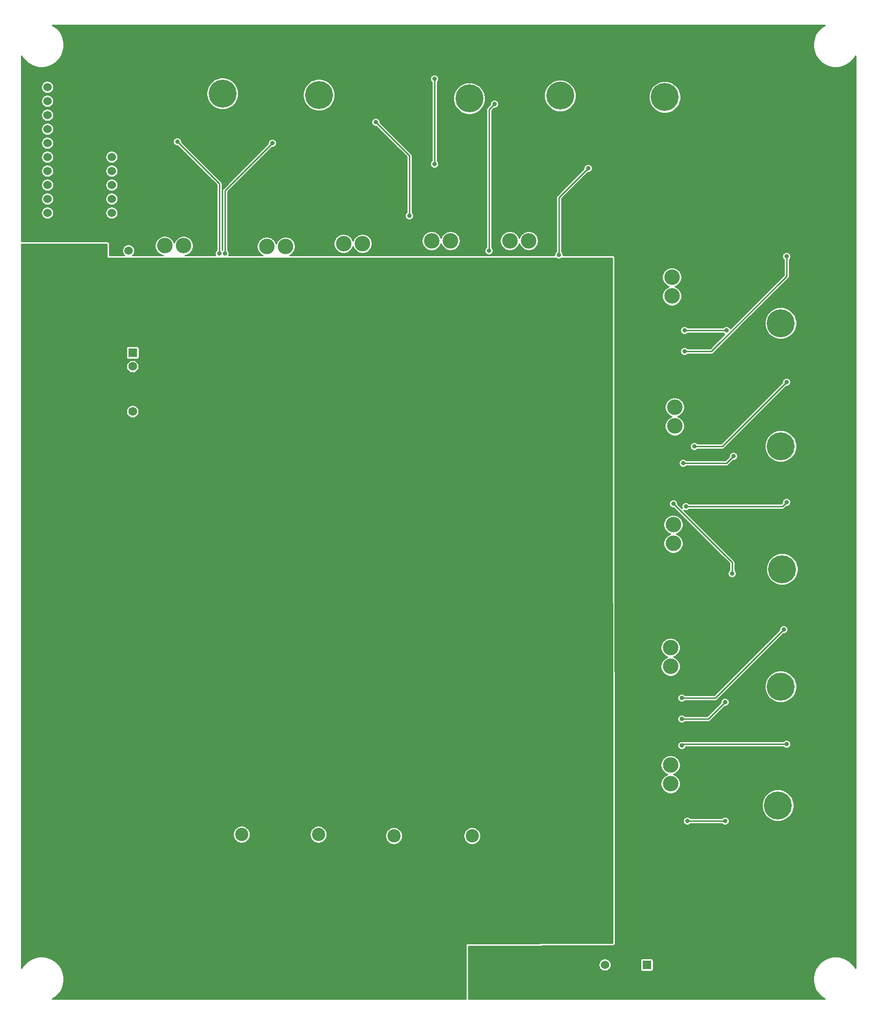
<source format=gbr>
%TF.GenerationSoftware,KiCad,Pcbnew,(5.1.6)-1*%
%TF.CreationDate,2020-12-14T15:31:43-06:00*%
%TF.ProjectId,PackVoltage_2021_Rev1,5061636b-566f-46c7-9461-67655f323032,rev?*%
%TF.SameCoordinates,Original*%
%TF.FileFunction,Copper,L2,Bot*%
%TF.FilePolarity,Positive*%
%FSLAX46Y46*%
G04 Gerber Fmt 4.6, Leading zero omitted, Abs format (unit mm)*
G04 Created by KiCad (PCBNEW (5.1.6)-1) date 2020-12-14 15:31:43*
%MOMM*%
%LPD*%
G01*
G04 APERTURE LIST*
%TA.AperFunction,ComponentPad*%
%ADD10C,1.524000*%
%TD*%
%TA.AperFunction,ComponentPad*%
%ADD11O,3.200000X3.200000*%
%TD*%
%TA.AperFunction,ComponentPad*%
%ADD12R,3.200000X3.200000*%
%TD*%
%TA.AperFunction,ComponentPad*%
%ADD13C,2.400000*%
%TD*%
%TA.AperFunction,ComponentPad*%
%ADD14R,2.400000X2.400000*%
%TD*%
%TA.AperFunction,ComponentPad*%
%ADD15C,1.600000*%
%TD*%
%TA.AperFunction,ComponentPad*%
%ADD16R,1.600000X1.600000*%
%TD*%
%TA.AperFunction,ComponentPad*%
%ADD17C,5.080000*%
%TD*%
%TA.AperFunction,ComponentPad*%
%ADD18C,2.819400*%
%TD*%
%TA.AperFunction,ComponentPad*%
%ADD19C,18.288000*%
%TD*%
%TA.AperFunction,ViaPad*%
%ADD20C,0.800000*%
%TD*%
%TA.AperFunction,Conductor*%
%ADD21C,0.250000*%
%TD*%
%TA.AperFunction,Conductor*%
%ADD22C,0.254000*%
%TD*%
G04 APERTURE END LIST*
D10*
%TO.P,Conn6,5*%
%TO.N,/BuckCTL*%
X92964000Y-24384000D03*
%TO.P,Conn6,4*%
%TO.N,/GimbalSense*%
X92964000Y-26924000D03*
%TO.P,Conn6,3*%
%TO.N,/LowCurrentSense*%
X92964000Y-29464000D03*
%TO.P,Conn6,2*%
%TO.N,/MultimediaSense*%
X92964000Y-32004000D03*
%TO.P,Conn6,1*%
%TO.N,/AuxMountSense*%
X92964000Y-34544000D03*
%TD*%
%TO.P,Conn5,10*%
%TO.N,/DriveCTL*%
X81280000Y-11684000D03*
%TO.P,Conn5,9*%
%TO.N,/ExtraCTL*%
X81280000Y-14224000D03*
%TO.P,Conn5,8*%
%TO.N,/CameraCTL*%
X81280000Y-16764000D03*
%TO.P,Conn5,7*%
%TO.N,/NavBoardCTL*%
X81280000Y-19304000D03*
%TO.P,Conn5,6*%
%TO.N,/GimbalActCTL*%
X81280000Y-21844000D03*
%TO.P,Conn5,5*%
%TO.N,/GimbalLogCTL*%
X81280000Y-24384000D03*
%TO.P,Conn5,4*%
%TO.N,/AuxActCTL*%
X81280000Y-26924000D03*
%TO.P,Conn5,3*%
%TO.N,/AuxLogCTL*%
X81280000Y-29464000D03*
%TO.P,Conn5,2*%
%TO.N,/MultimediaActCTL*%
X81280000Y-32004000D03*
%TO.P,Conn5,1*%
%TO.N,/MultimediaLogCTL*%
X81280000Y-34544000D03*
%TD*%
D11*
%TO.P,D2,2*%
%TO.N,GND*%
X186436000Y-151892000D03*
D12*
%TO.P,D2,1*%
%TO.N,/PV*%
X181356000Y-151892000D03*
%TD*%
D11*
%TO.P,D1,2*%
%TO.N,GND*%
X186436000Y-158496000D03*
D12*
%TO.P,D1,1*%
%TO.N,/PV*%
X181356000Y-158496000D03*
%TD*%
D13*
%TO.P,C1,2*%
%TO.N,GND*%
X130556000Y-147494000D03*
D14*
%TO.P,C1,1*%
%TO.N,/PV*%
X130556000Y-142494000D03*
%TD*%
%TO.P,C2,1*%
%TO.N,/PV*%
X158496000Y-142748000D03*
D13*
%TO.P,C2,2*%
%TO.N,GND*%
X158496000Y-147748000D03*
%TD*%
%TO.P,C3,2*%
%TO.N,GND*%
X116586000Y-147494000D03*
D14*
%TO.P,C3,1*%
%TO.N,/PV*%
X116586000Y-142494000D03*
%TD*%
%TO.P,C4,1*%
%TO.N,/PV*%
X144272000Y-142748000D03*
D13*
%TO.P,C4,2*%
%TO.N,GND*%
X144272000Y-147748000D03*
%TD*%
D15*
%TO.P,C16,2*%
%TO.N,GND*%
X162814000Y-168870000D03*
D16*
%TO.P,C16,1*%
%TO.N,/PV*%
X162814000Y-166370000D03*
%TD*%
%TO.P,C17,1*%
%TO.N,/PV*%
X96774000Y-68126242D03*
D15*
%TO.P,C17,2*%
%TO.N,GND*%
X96774000Y-70626242D03*
%TD*%
D16*
%TO.P,C31,1*%
%TO.N,+3V3*%
X96774000Y-59944000D03*
D15*
%TO.P,C31,2*%
%TO.N,GND*%
X96774000Y-62444000D03*
%TD*%
%TO.P,C32,2*%
%TO.N,GND*%
X190246000Y-168696000D03*
D16*
%TO.P,C32,1*%
%TO.N,+5V*%
X190246000Y-171196000D03*
%TD*%
D17*
%TO.P,Conn1,1*%
%TO.N,GND*%
X113131000Y-4966000D03*
%TO.P,Conn1,2*%
%TO.N,/Anderson_M1*%
X113131000Y-12866000D03*
%TD*%
%TO.P,Conn2,1*%
%TO.N,GND*%
X221983000Y-142214000D03*
%TO.P,Conn2,2*%
%TO.N,/Anderson_R1*%
X214083000Y-142214000D03*
%TD*%
%TO.P,Conn3,2*%
%TO.N,/Anderson_M2*%
X130657000Y-13120000D03*
%TO.P,Conn3,1*%
%TO.N,GND*%
X130657000Y-5220000D03*
%TD*%
%TO.P,Conn4,2*%
%TO.N,/Anderson_T1*%
X214591000Y-120624000D03*
%TO.P,Conn4,1*%
%TO.N,GND*%
X222491000Y-120624000D03*
%TD*%
%TO.P,Conn7,1*%
%TO.N,GND*%
X157988000Y-5842000D03*
%TO.P,Conn7,2*%
%TO.N,/Anderson_M3*%
X157988000Y-13742000D03*
%TD*%
%TO.P,Conn8,1*%
%TO.N,GND*%
X222491000Y-76936000D03*
%TO.P,Conn8,2*%
%TO.N,/Anderson_V1*%
X214591000Y-76936000D03*
%TD*%
%TO.P,Conn9,2*%
%TO.N,/Anderson_M4*%
X174498000Y-13247000D03*
%TO.P,Conn9,1*%
%TO.N,GND*%
X174498000Y-5347000D03*
%TD*%
%TO.P,Conn10,2*%
%TO.N,/Anderson_D1*%
X193522000Y-13501000D03*
%TO.P,Conn10,1*%
%TO.N,GND*%
X193522000Y-5601000D03*
%TD*%
%TO.P,Conn11,2*%
%TO.N,/Anderson_A1*%
X214845000Y-99288000D03*
%TO.P,Conn11,1*%
%TO.N,GND*%
X222745000Y-99288000D03*
%TD*%
%TO.P,Conn12,1*%
%TO.N,GND*%
X222491000Y-54584000D03*
%TO.P,Conn12,2*%
%TO.N,/Anderson_S1*%
X214591000Y-54584000D03*
%TD*%
D18*
%TO.P,F1,1*%
%TO.N,/PV*%
X124587000Y-54102000D03*
X121158000Y-54102000D03*
%TO.P,F1,2*%
%TO.N,Net-(C8-Pad1)*%
X121158000Y-40640000D03*
X124587000Y-40640000D03*
%TD*%
%TO.P,F2,2*%
%TO.N,Net-(C9-Pad1)*%
X138557000Y-40132000D03*
X135128000Y-40132000D03*
%TO.P,F2,1*%
%TO.N,/PV*%
X135128000Y-53594000D03*
X138557000Y-53594000D03*
%TD*%
%TO.P,F3,2*%
%TO.N,Net-(C10-Pad1)*%
X106045000Y-40513000D03*
X102616000Y-40513000D03*
%TO.P,F3,1*%
%TO.N,/PV*%
X102616000Y-53975000D03*
X106045000Y-53975000D03*
%TD*%
%TO.P,F4,1*%
%TO.N,/PV*%
X154559000Y-53086000D03*
X151130000Y-53086000D03*
%TO.P,F4,2*%
%TO.N,Net-(C13-Pad1)*%
X151130000Y-39624000D03*
X154559000Y-39624000D03*
%TD*%
%TO.P,F5,1*%
%TO.N,/PV*%
X181356000Y-49657000D03*
X181356000Y-46228000D03*
%TO.P,F5,2*%
%TO.N,Net-(C14-Pad1)*%
X194818000Y-46228000D03*
X194818000Y-49657000D03*
%TD*%
%TO.P,F6,2*%
%TO.N,Net-(C24-Pad1)*%
X194564000Y-116967000D03*
X194564000Y-113538000D03*
%TO.P,F6,1*%
%TO.N,/PV*%
X181102000Y-113538000D03*
X181102000Y-116967000D03*
%TD*%
%TO.P,F7,2*%
%TO.N,Net-(C25-Pad1)*%
X195326000Y-73279000D03*
X195326000Y-69850000D03*
%TO.P,F7,1*%
%TO.N,/PV*%
X181864000Y-69850000D03*
X181864000Y-73279000D03*
%TD*%
%TO.P,F8,2*%
%TO.N,Net-(C26-Pad1)*%
X194564000Y-138303000D03*
X194564000Y-134874000D03*
%TO.P,F8,1*%
%TO.N,/PV*%
X181102000Y-134874000D03*
X181102000Y-138303000D03*
%TD*%
%TO.P,F9,1*%
%TO.N,/PV*%
X168783000Y-53086000D03*
X165354000Y-53086000D03*
%TO.P,F9,2*%
%TO.N,Net-(C29-Pad1)*%
X165354000Y-39624000D03*
X168783000Y-39624000D03*
%TD*%
%TO.P,F10,1*%
%TO.N,/PV*%
X181610000Y-94615000D03*
X181610000Y-91186000D03*
%TO.P,F10,2*%
%TO.N,Net-(C30-Pad1)*%
X195072000Y-91186000D03*
X195072000Y-94615000D03*
%TD*%
D19*
%TO.P,GND1,1*%
%TO.N,GND*%
X204978000Y-162306000D03*
%TD*%
D10*
%TO.P,U12,3*%
%TO.N,+3V3*%
X96012000Y-41402000D03*
%TO.P,U12,2*%
%TO.N,GND*%
X93472000Y-41402000D03*
%TO.P,U12,1*%
%TO.N,/PV*%
X90932000Y-41402000D03*
%TD*%
%TO.P,U13,1*%
%TO.N,/PV*%
X182626000Y-166116000D03*
%TO.P,U13,2*%
%TO.N,GND*%
X182626000Y-168656000D03*
%TO.P,U13,3*%
%TO.N,+5V*%
X182626000Y-171196000D03*
%TD*%
D19*
%TO.P,V1,1*%
%TO.N,/PV*%
X104140000Y-162560000D03*
%TD*%
D20*
%TO.N,GND*%
X135128000Y-33020000D03*
X135128000Y-32004000D03*
X162560000Y-13208000D03*
X164846000Y-33020000D03*
X166624000Y-33020000D03*
X187452000Y-23368000D03*
X187452000Y-18796000D03*
X180848000Y-14224000D03*
X180848000Y-17018000D03*
X110744000Y-40640000D03*
X114554000Y-37338000D03*
X114554000Y-39878000D03*
X128016000Y-40386000D03*
X130810000Y-40386000D03*
X119380000Y-16764000D03*
X119380000Y-13970000D03*
X123698000Y-21844000D03*
X201930000Y-28448000D03*
X200152000Y-28448000D03*
X160274000Y-39370000D03*
X166624000Y-14732000D03*
X153924000Y-18288000D03*
X216662000Y-41656000D03*
%TO.N,+5V*%
X151638000Y-25654000D03*
X151638000Y-10160000D03*
%TO.N,/Driver_S1*%
X197104000Y-55880000D03*
X204724000Y-55880000D03*
%TO.N,/Driver_T1*%
X204470000Y-123444000D03*
X196596000Y-126492000D03*
%TO.N,/Driver_V1*%
X205994000Y-78740000D03*
X196850000Y-80010000D03*
%TO.N,/Driver_R1*%
X204470000Y-145034000D03*
X197612000Y-145034000D03*
%TO.N,/Driver_A1*%
X205740000Y-100076000D03*
X195072000Y-87376000D03*
%TO.N,/Current_Sensor_A1*%
X215646000Y-87122000D03*
X197358000Y-87884000D03*
%TO.N,/Current_Sensor_D1*%
X179578000Y-26416000D03*
X174244000Y-42164000D03*
%TO.N,/Current_Sensor_T1*%
X215138000Y-110236000D03*
X196596000Y-122682000D03*
%TO.N,/Current_Sensor_S1*%
X215646000Y-42418000D03*
X197104000Y-59690000D03*
%TO.N,/Current_Sensor_R1*%
X215646000Y-131064000D03*
X196596000Y-131318000D03*
%TO.N,/Current_Sensor_V1*%
X215646000Y-65278000D03*
X198882000Y-76962000D03*
%TO.N,/Current_Sensor_M4*%
X162560000Y-14732000D03*
X161544000Y-41402000D03*
%TO.N,/Current_Sensor_M3*%
X140970000Y-18034000D03*
X147066000Y-35052000D03*
%TO.N,/Current_Sensor_M2*%
X122174000Y-21844000D03*
X113538000Y-41910000D03*
%TO.N,/Current_Sensor_M1*%
X104902000Y-21590000D03*
X112522000Y-41910000D03*
%TD*%
D21*
%TO.N,+5V*%
X151638000Y-25654000D02*
X151638000Y-10160000D01*
%TO.N,/Driver_S1*%
X197104000Y-55880000D02*
X204724000Y-55880000D01*
%TO.N,/Driver_T1*%
X204470000Y-123444000D02*
X201422000Y-126492000D01*
X201422000Y-126492000D02*
X196596000Y-126492000D01*
%TO.N,/Driver_V1*%
X205994000Y-78740000D02*
X204724000Y-80010000D01*
X204724000Y-80010000D02*
X196850000Y-80010000D01*
%TO.N,/Driver_R1*%
X204470000Y-145034000D02*
X197612000Y-145034000D01*
%TO.N,/Driver_A1*%
X205740000Y-100076000D02*
X205740000Y-98044000D01*
X205740000Y-98044000D02*
X195072000Y-87376000D01*
%TO.N,/Current_Sensor_A1*%
X215646000Y-87122000D02*
X214884000Y-87884000D01*
X214884000Y-87884000D02*
X197358000Y-87884000D01*
%TO.N,/Current_Sensor_D1*%
X179578000Y-26416000D02*
X174244000Y-31750000D01*
X174244000Y-31750000D02*
X174244000Y-42164000D01*
%TO.N,/Current_Sensor_T1*%
X215138000Y-110236000D02*
X202692000Y-122682000D01*
X202692000Y-122682000D02*
X196596000Y-122682000D01*
%TO.N,/Current_Sensor_S1*%
X201987002Y-59690000D02*
X197104000Y-59690000D01*
X215646000Y-42418000D02*
X215646000Y-46031002D01*
X215646000Y-46031002D02*
X201987002Y-59690000D01*
%TO.N,/Current_Sensor_R1*%
X215646000Y-131064000D02*
X196850000Y-131064000D01*
X196850000Y-131064000D02*
X196596000Y-131318000D01*
%TO.N,/Current_Sensor_V1*%
X215646000Y-65278000D02*
X203962000Y-76962000D01*
X203962000Y-76962000D02*
X198882000Y-76962000D01*
%TO.N,/Current_Sensor_M4*%
X162560000Y-14732000D02*
X161544000Y-15748000D01*
X161544000Y-15748000D02*
X161544000Y-41402000D01*
%TO.N,/Current_Sensor_M3*%
X147066000Y-35052000D02*
X147066000Y-24130000D01*
X147066000Y-24130000D02*
X146050000Y-23114000D01*
X140970000Y-18034000D02*
X146050000Y-23114000D01*
%TO.N,/Current_Sensor_M2*%
X122174000Y-21844000D02*
X113538000Y-30480000D01*
X113538000Y-30480000D02*
X113538000Y-41910000D01*
%TO.N,/Current_Sensor_M1*%
X104902000Y-21590000D02*
X112522000Y-29210000D01*
X112522000Y-29210000D02*
X112522000Y-41910000D01*
%TD*%
D22*
%TO.N,/PV*%
G36*
X92075000Y-42672000D02*
G01*
X92077440Y-42696776D01*
X92084667Y-42720601D01*
X92096403Y-42742557D01*
X92112197Y-42761803D01*
X92131443Y-42777597D01*
X92153399Y-42789333D01*
X92177224Y-42796560D01*
X92202088Y-42799000D01*
X173718126Y-42742627D01*
X173746141Y-42770642D01*
X173874058Y-42856113D01*
X174016191Y-42914987D01*
X174167078Y-42945000D01*
X174320922Y-42945000D01*
X174471809Y-42914987D01*
X174613942Y-42856113D01*
X174741859Y-42770642D01*
X174770602Y-42741899D01*
X183896129Y-42735588D01*
X184022871Y-167203252D01*
X157511213Y-167315285D01*
X157486447Y-167317830D01*
X157462654Y-167325158D01*
X157440747Y-167336986D01*
X157421569Y-167352862D01*
X157405856Y-167372173D01*
X157394213Y-167394179D01*
X157387087Y-167418034D01*
X157384752Y-167441505D01*
X157323736Y-177394000D01*
X82197331Y-177394000D01*
X82821845Y-176976713D01*
X83392953Y-176405605D01*
X83841670Y-175734053D01*
X84150752Y-174987864D01*
X84308320Y-174195714D01*
X84308320Y-173388046D01*
X84150752Y-172595896D01*
X83841670Y-171849707D01*
X83392953Y-171178155D01*
X82821845Y-170607047D01*
X82150293Y-170158330D01*
X81404104Y-169849248D01*
X80611954Y-169691680D01*
X79804286Y-169691680D01*
X79012136Y-169849248D01*
X78265947Y-170158330D01*
X77594395Y-170607047D01*
X77023287Y-171178155D01*
X76606000Y-171802669D01*
X76606000Y-147338285D01*
X115005000Y-147338285D01*
X115005000Y-147649715D01*
X115065757Y-147955161D01*
X115184936Y-148242884D01*
X115357957Y-148501829D01*
X115578171Y-148722043D01*
X115837116Y-148895064D01*
X116124839Y-149014243D01*
X116430285Y-149075000D01*
X116741715Y-149075000D01*
X117047161Y-149014243D01*
X117334884Y-148895064D01*
X117593829Y-148722043D01*
X117814043Y-148501829D01*
X117987064Y-148242884D01*
X118106243Y-147955161D01*
X118167000Y-147649715D01*
X118167000Y-147338285D01*
X128975000Y-147338285D01*
X128975000Y-147649715D01*
X129035757Y-147955161D01*
X129154936Y-148242884D01*
X129327957Y-148501829D01*
X129548171Y-148722043D01*
X129807116Y-148895064D01*
X130094839Y-149014243D01*
X130400285Y-149075000D01*
X130711715Y-149075000D01*
X131017161Y-149014243D01*
X131304884Y-148895064D01*
X131563829Y-148722043D01*
X131784043Y-148501829D01*
X131957064Y-148242884D01*
X132076243Y-147955161D01*
X132137000Y-147649715D01*
X132137000Y-147592285D01*
X142691000Y-147592285D01*
X142691000Y-147903715D01*
X142751757Y-148209161D01*
X142870936Y-148496884D01*
X143043957Y-148755829D01*
X143264171Y-148976043D01*
X143523116Y-149149064D01*
X143810839Y-149268243D01*
X144116285Y-149329000D01*
X144427715Y-149329000D01*
X144733161Y-149268243D01*
X145020884Y-149149064D01*
X145279829Y-148976043D01*
X145500043Y-148755829D01*
X145673064Y-148496884D01*
X145792243Y-148209161D01*
X145853000Y-147903715D01*
X145853000Y-147592285D01*
X156915000Y-147592285D01*
X156915000Y-147903715D01*
X156975757Y-148209161D01*
X157094936Y-148496884D01*
X157267957Y-148755829D01*
X157488171Y-148976043D01*
X157747116Y-149149064D01*
X158034839Y-149268243D01*
X158340285Y-149329000D01*
X158651715Y-149329000D01*
X158957161Y-149268243D01*
X159244884Y-149149064D01*
X159503829Y-148976043D01*
X159724043Y-148755829D01*
X159897064Y-148496884D01*
X160016243Y-148209161D01*
X160077000Y-147903715D01*
X160077000Y-147592285D01*
X160016243Y-147286839D01*
X159897064Y-146999116D01*
X159724043Y-146740171D01*
X159503829Y-146519957D01*
X159244884Y-146346936D01*
X158957161Y-146227757D01*
X158651715Y-146167000D01*
X158340285Y-146167000D01*
X158034839Y-146227757D01*
X157747116Y-146346936D01*
X157488171Y-146519957D01*
X157267957Y-146740171D01*
X157094936Y-146999116D01*
X156975757Y-147286839D01*
X156915000Y-147592285D01*
X145853000Y-147592285D01*
X145792243Y-147286839D01*
X145673064Y-146999116D01*
X145500043Y-146740171D01*
X145279829Y-146519957D01*
X145020884Y-146346936D01*
X144733161Y-146227757D01*
X144427715Y-146167000D01*
X144116285Y-146167000D01*
X143810839Y-146227757D01*
X143523116Y-146346936D01*
X143264171Y-146519957D01*
X143043957Y-146740171D01*
X142870936Y-146999116D01*
X142751757Y-147286839D01*
X142691000Y-147592285D01*
X132137000Y-147592285D01*
X132137000Y-147338285D01*
X132076243Y-147032839D01*
X131957064Y-146745116D01*
X131784043Y-146486171D01*
X131563829Y-146265957D01*
X131304884Y-146092936D01*
X131017161Y-145973757D01*
X130711715Y-145913000D01*
X130400285Y-145913000D01*
X130094839Y-145973757D01*
X129807116Y-146092936D01*
X129548171Y-146265957D01*
X129327957Y-146486171D01*
X129154936Y-146745116D01*
X129035757Y-147032839D01*
X128975000Y-147338285D01*
X118167000Y-147338285D01*
X118106243Y-147032839D01*
X117987064Y-146745116D01*
X117814043Y-146486171D01*
X117593829Y-146265957D01*
X117334884Y-146092936D01*
X117047161Y-145973757D01*
X116741715Y-145913000D01*
X116430285Y-145913000D01*
X116124839Y-145973757D01*
X115837116Y-146092936D01*
X115578171Y-146265957D01*
X115357957Y-146486171D01*
X115184936Y-146745116D01*
X115065757Y-147032839D01*
X115005000Y-147338285D01*
X76606000Y-147338285D01*
X76606000Y-70509924D01*
X95593000Y-70509924D01*
X95593000Y-70742560D01*
X95638386Y-70970727D01*
X95727412Y-71185655D01*
X95856658Y-71379085D01*
X96021157Y-71543584D01*
X96214587Y-71672830D01*
X96429515Y-71761856D01*
X96657682Y-71807242D01*
X96890318Y-71807242D01*
X97118485Y-71761856D01*
X97333413Y-71672830D01*
X97526843Y-71543584D01*
X97691342Y-71379085D01*
X97820588Y-71185655D01*
X97909614Y-70970727D01*
X97955000Y-70742560D01*
X97955000Y-70509924D01*
X97909614Y-70281757D01*
X97820588Y-70066829D01*
X97691342Y-69873399D01*
X97526843Y-69708900D01*
X97333413Y-69579654D01*
X97118485Y-69490628D01*
X96890318Y-69445242D01*
X96657682Y-69445242D01*
X96429515Y-69490628D01*
X96214587Y-69579654D01*
X96021157Y-69708900D01*
X95856658Y-69873399D01*
X95727412Y-70066829D01*
X95638386Y-70281757D01*
X95593000Y-70509924D01*
X76606000Y-70509924D01*
X76606000Y-62327682D01*
X95593000Y-62327682D01*
X95593000Y-62560318D01*
X95638386Y-62788485D01*
X95727412Y-63003413D01*
X95856658Y-63196843D01*
X96021157Y-63361342D01*
X96214587Y-63490588D01*
X96429515Y-63579614D01*
X96657682Y-63625000D01*
X96890318Y-63625000D01*
X97118485Y-63579614D01*
X97333413Y-63490588D01*
X97526843Y-63361342D01*
X97691342Y-63196843D01*
X97820588Y-63003413D01*
X97909614Y-62788485D01*
X97955000Y-62560318D01*
X97955000Y-62327682D01*
X97909614Y-62099515D01*
X97820588Y-61884587D01*
X97691342Y-61691157D01*
X97526843Y-61526658D01*
X97333413Y-61397412D01*
X97118485Y-61308386D01*
X96890318Y-61263000D01*
X96657682Y-61263000D01*
X96429515Y-61308386D01*
X96214587Y-61397412D01*
X96021157Y-61526658D01*
X95856658Y-61691157D01*
X95727412Y-61884587D01*
X95638386Y-62099515D01*
X95593000Y-62327682D01*
X76606000Y-62327682D01*
X76606000Y-59144000D01*
X95591157Y-59144000D01*
X95591157Y-60744000D01*
X95598513Y-60818689D01*
X95620299Y-60890508D01*
X95655678Y-60956696D01*
X95703289Y-61014711D01*
X95761304Y-61062322D01*
X95827492Y-61097701D01*
X95899311Y-61119487D01*
X95974000Y-61126843D01*
X97574000Y-61126843D01*
X97648689Y-61119487D01*
X97720508Y-61097701D01*
X97786696Y-61062322D01*
X97844711Y-61014711D01*
X97892322Y-60956696D01*
X97927701Y-60890508D01*
X97949487Y-60818689D01*
X97956843Y-60744000D01*
X97956843Y-59144000D01*
X97949487Y-59069311D01*
X97927701Y-58997492D01*
X97892322Y-58931304D01*
X97844711Y-58873289D01*
X97786696Y-58825678D01*
X97720508Y-58790299D01*
X97648689Y-58768513D01*
X97574000Y-58761157D01*
X95974000Y-58761157D01*
X95899311Y-58768513D01*
X95827492Y-58790299D01*
X95761304Y-58825678D01*
X95703289Y-58873289D01*
X95655678Y-58931304D01*
X95620299Y-58997492D01*
X95598513Y-59069311D01*
X95591157Y-59144000D01*
X76606000Y-59144000D01*
X76606000Y-40259000D01*
X92075000Y-40259000D01*
X92075000Y-42672000D01*
G37*
X92075000Y-42672000D02*
X92077440Y-42696776D01*
X92084667Y-42720601D01*
X92096403Y-42742557D01*
X92112197Y-42761803D01*
X92131443Y-42777597D01*
X92153399Y-42789333D01*
X92177224Y-42796560D01*
X92202088Y-42799000D01*
X173718126Y-42742627D01*
X173746141Y-42770642D01*
X173874058Y-42856113D01*
X174016191Y-42914987D01*
X174167078Y-42945000D01*
X174320922Y-42945000D01*
X174471809Y-42914987D01*
X174613942Y-42856113D01*
X174741859Y-42770642D01*
X174770602Y-42741899D01*
X183896129Y-42735588D01*
X184022871Y-167203252D01*
X157511213Y-167315285D01*
X157486447Y-167317830D01*
X157462654Y-167325158D01*
X157440747Y-167336986D01*
X157421569Y-167352862D01*
X157405856Y-167372173D01*
X157394213Y-167394179D01*
X157387087Y-167418034D01*
X157384752Y-167441505D01*
X157323736Y-177394000D01*
X82197331Y-177394000D01*
X82821845Y-176976713D01*
X83392953Y-176405605D01*
X83841670Y-175734053D01*
X84150752Y-174987864D01*
X84308320Y-174195714D01*
X84308320Y-173388046D01*
X84150752Y-172595896D01*
X83841670Y-171849707D01*
X83392953Y-171178155D01*
X82821845Y-170607047D01*
X82150293Y-170158330D01*
X81404104Y-169849248D01*
X80611954Y-169691680D01*
X79804286Y-169691680D01*
X79012136Y-169849248D01*
X78265947Y-170158330D01*
X77594395Y-170607047D01*
X77023287Y-171178155D01*
X76606000Y-171802669D01*
X76606000Y-147338285D01*
X115005000Y-147338285D01*
X115005000Y-147649715D01*
X115065757Y-147955161D01*
X115184936Y-148242884D01*
X115357957Y-148501829D01*
X115578171Y-148722043D01*
X115837116Y-148895064D01*
X116124839Y-149014243D01*
X116430285Y-149075000D01*
X116741715Y-149075000D01*
X117047161Y-149014243D01*
X117334884Y-148895064D01*
X117593829Y-148722043D01*
X117814043Y-148501829D01*
X117987064Y-148242884D01*
X118106243Y-147955161D01*
X118167000Y-147649715D01*
X118167000Y-147338285D01*
X128975000Y-147338285D01*
X128975000Y-147649715D01*
X129035757Y-147955161D01*
X129154936Y-148242884D01*
X129327957Y-148501829D01*
X129548171Y-148722043D01*
X129807116Y-148895064D01*
X130094839Y-149014243D01*
X130400285Y-149075000D01*
X130711715Y-149075000D01*
X131017161Y-149014243D01*
X131304884Y-148895064D01*
X131563829Y-148722043D01*
X131784043Y-148501829D01*
X131957064Y-148242884D01*
X132076243Y-147955161D01*
X132137000Y-147649715D01*
X132137000Y-147592285D01*
X142691000Y-147592285D01*
X142691000Y-147903715D01*
X142751757Y-148209161D01*
X142870936Y-148496884D01*
X143043957Y-148755829D01*
X143264171Y-148976043D01*
X143523116Y-149149064D01*
X143810839Y-149268243D01*
X144116285Y-149329000D01*
X144427715Y-149329000D01*
X144733161Y-149268243D01*
X145020884Y-149149064D01*
X145279829Y-148976043D01*
X145500043Y-148755829D01*
X145673064Y-148496884D01*
X145792243Y-148209161D01*
X145853000Y-147903715D01*
X145853000Y-147592285D01*
X156915000Y-147592285D01*
X156915000Y-147903715D01*
X156975757Y-148209161D01*
X157094936Y-148496884D01*
X157267957Y-148755829D01*
X157488171Y-148976043D01*
X157747116Y-149149064D01*
X158034839Y-149268243D01*
X158340285Y-149329000D01*
X158651715Y-149329000D01*
X158957161Y-149268243D01*
X159244884Y-149149064D01*
X159503829Y-148976043D01*
X159724043Y-148755829D01*
X159897064Y-148496884D01*
X160016243Y-148209161D01*
X160077000Y-147903715D01*
X160077000Y-147592285D01*
X160016243Y-147286839D01*
X159897064Y-146999116D01*
X159724043Y-146740171D01*
X159503829Y-146519957D01*
X159244884Y-146346936D01*
X158957161Y-146227757D01*
X158651715Y-146167000D01*
X158340285Y-146167000D01*
X158034839Y-146227757D01*
X157747116Y-146346936D01*
X157488171Y-146519957D01*
X157267957Y-146740171D01*
X157094936Y-146999116D01*
X156975757Y-147286839D01*
X156915000Y-147592285D01*
X145853000Y-147592285D01*
X145792243Y-147286839D01*
X145673064Y-146999116D01*
X145500043Y-146740171D01*
X145279829Y-146519957D01*
X145020884Y-146346936D01*
X144733161Y-146227757D01*
X144427715Y-146167000D01*
X144116285Y-146167000D01*
X143810839Y-146227757D01*
X143523116Y-146346936D01*
X143264171Y-146519957D01*
X143043957Y-146740171D01*
X142870936Y-146999116D01*
X142751757Y-147286839D01*
X142691000Y-147592285D01*
X132137000Y-147592285D01*
X132137000Y-147338285D01*
X132076243Y-147032839D01*
X131957064Y-146745116D01*
X131784043Y-146486171D01*
X131563829Y-146265957D01*
X131304884Y-146092936D01*
X131017161Y-145973757D01*
X130711715Y-145913000D01*
X130400285Y-145913000D01*
X130094839Y-145973757D01*
X129807116Y-146092936D01*
X129548171Y-146265957D01*
X129327957Y-146486171D01*
X129154936Y-146745116D01*
X129035757Y-147032839D01*
X128975000Y-147338285D01*
X118167000Y-147338285D01*
X118106243Y-147032839D01*
X117987064Y-146745116D01*
X117814043Y-146486171D01*
X117593829Y-146265957D01*
X117334884Y-146092936D01*
X117047161Y-145973757D01*
X116741715Y-145913000D01*
X116430285Y-145913000D01*
X116124839Y-145973757D01*
X115837116Y-146092936D01*
X115578171Y-146265957D01*
X115357957Y-146486171D01*
X115184936Y-146745116D01*
X115065757Y-147032839D01*
X115005000Y-147338285D01*
X76606000Y-147338285D01*
X76606000Y-70509924D01*
X95593000Y-70509924D01*
X95593000Y-70742560D01*
X95638386Y-70970727D01*
X95727412Y-71185655D01*
X95856658Y-71379085D01*
X96021157Y-71543584D01*
X96214587Y-71672830D01*
X96429515Y-71761856D01*
X96657682Y-71807242D01*
X96890318Y-71807242D01*
X97118485Y-71761856D01*
X97333413Y-71672830D01*
X97526843Y-71543584D01*
X97691342Y-71379085D01*
X97820588Y-71185655D01*
X97909614Y-70970727D01*
X97955000Y-70742560D01*
X97955000Y-70509924D01*
X97909614Y-70281757D01*
X97820588Y-70066829D01*
X97691342Y-69873399D01*
X97526843Y-69708900D01*
X97333413Y-69579654D01*
X97118485Y-69490628D01*
X96890318Y-69445242D01*
X96657682Y-69445242D01*
X96429515Y-69490628D01*
X96214587Y-69579654D01*
X96021157Y-69708900D01*
X95856658Y-69873399D01*
X95727412Y-70066829D01*
X95638386Y-70281757D01*
X95593000Y-70509924D01*
X76606000Y-70509924D01*
X76606000Y-62327682D01*
X95593000Y-62327682D01*
X95593000Y-62560318D01*
X95638386Y-62788485D01*
X95727412Y-63003413D01*
X95856658Y-63196843D01*
X96021157Y-63361342D01*
X96214587Y-63490588D01*
X96429515Y-63579614D01*
X96657682Y-63625000D01*
X96890318Y-63625000D01*
X97118485Y-63579614D01*
X97333413Y-63490588D01*
X97526843Y-63361342D01*
X97691342Y-63196843D01*
X97820588Y-63003413D01*
X97909614Y-62788485D01*
X97955000Y-62560318D01*
X97955000Y-62327682D01*
X97909614Y-62099515D01*
X97820588Y-61884587D01*
X97691342Y-61691157D01*
X97526843Y-61526658D01*
X97333413Y-61397412D01*
X97118485Y-61308386D01*
X96890318Y-61263000D01*
X96657682Y-61263000D01*
X96429515Y-61308386D01*
X96214587Y-61397412D01*
X96021157Y-61526658D01*
X95856658Y-61691157D01*
X95727412Y-61884587D01*
X95638386Y-62099515D01*
X95593000Y-62327682D01*
X76606000Y-62327682D01*
X76606000Y-59144000D01*
X95591157Y-59144000D01*
X95591157Y-60744000D01*
X95598513Y-60818689D01*
X95620299Y-60890508D01*
X95655678Y-60956696D01*
X95703289Y-61014711D01*
X95761304Y-61062322D01*
X95827492Y-61097701D01*
X95899311Y-61119487D01*
X95974000Y-61126843D01*
X97574000Y-61126843D01*
X97648689Y-61119487D01*
X97720508Y-61097701D01*
X97786696Y-61062322D01*
X97844711Y-61014711D01*
X97892322Y-60956696D01*
X97927701Y-60890508D01*
X97949487Y-60818689D01*
X97956843Y-60744000D01*
X97956843Y-59144000D01*
X97949487Y-59069311D01*
X97927701Y-58997492D01*
X97892322Y-58931304D01*
X97844711Y-58873289D01*
X97786696Y-58825678D01*
X97720508Y-58790299D01*
X97648689Y-58768513D01*
X97574000Y-58761157D01*
X95974000Y-58761157D01*
X95899311Y-58768513D01*
X95827492Y-58790299D01*
X95761304Y-58825678D01*
X95703289Y-58873289D01*
X95655678Y-58931304D01*
X95620299Y-58997492D01*
X95598513Y-59069311D01*
X95591157Y-59144000D01*
X76606000Y-59144000D01*
X76606000Y-40259000D01*
X92075000Y-40259000D01*
X92075000Y-42672000D01*
%TO.N,GND*%
G36*
X221978155Y-823287D02*
G01*
X221407047Y-1394395D01*
X220958330Y-2065947D01*
X220649248Y-2812136D01*
X220491680Y-3604286D01*
X220491680Y-4411954D01*
X220649248Y-5204104D01*
X220958330Y-5950293D01*
X221407047Y-6621845D01*
X221978155Y-7192953D01*
X222649707Y-7641670D01*
X223395896Y-7950752D01*
X224188046Y-8108320D01*
X224995714Y-8108320D01*
X225787864Y-7950752D01*
X226534053Y-7641670D01*
X227205605Y-7192953D01*
X227776713Y-6621845D01*
X228194000Y-5997331D01*
X228194001Y-171802670D01*
X227776713Y-171178155D01*
X227205605Y-170607047D01*
X226534053Y-170158330D01*
X225787864Y-169849248D01*
X224995714Y-169691680D01*
X224188046Y-169691680D01*
X223395896Y-169849248D01*
X222649707Y-170158330D01*
X221978155Y-170607047D01*
X221407047Y-171178155D01*
X220958330Y-171849707D01*
X220649248Y-172595896D01*
X220491680Y-173388046D01*
X220491680Y-174195714D01*
X220649248Y-174987864D01*
X220958330Y-175734053D01*
X221407047Y-176405605D01*
X221978155Y-176976713D01*
X222602669Y-177394000D01*
X157831746Y-177394000D01*
X157870434Y-171083424D01*
X181483000Y-171083424D01*
X181483000Y-171308576D01*
X181526925Y-171529401D01*
X181613087Y-171737413D01*
X181738174Y-171924620D01*
X181897380Y-172083826D01*
X182084587Y-172208913D01*
X182292599Y-172295075D01*
X182513424Y-172339000D01*
X182738576Y-172339000D01*
X182959401Y-172295075D01*
X183167413Y-172208913D01*
X183354620Y-172083826D01*
X183513826Y-171924620D01*
X183638913Y-171737413D01*
X183725075Y-171529401D01*
X183769000Y-171308576D01*
X183769000Y-171083424D01*
X183725075Y-170862599D01*
X183638913Y-170654587D01*
X183513826Y-170467380D01*
X183442446Y-170396000D01*
X189063157Y-170396000D01*
X189063157Y-171996000D01*
X189070513Y-172070689D01*
X189092299Y-172142508D01*
X189127678Y-172208696D01*
X189175289Y-172266711D01*
X189233304Y-172314322D01*
X189299492Y-172349701D01*
X189371311Y-172371487D01*
X189446000Y-172378843D01*
X191046000Y-172378843D01*
X191120689Y-172371487D01*
X191192508Y-172349701D01*
X191258696Y-172314322D01*
X191316711Y-172266711D01*
X191364322Y-172208696D01*
X191399701Y-172142508D01*
X191421487Y-172070689D01*
X191428843Y-171996000D01*
X191428843Y-170396000D01*
X191421487Y-170321311D01*
X191399701Y-170249492D01*
X191364322Y-170183304D01*
X191316711Y-170125289D01*
X191258696Y-170077678D01*
X191192508Y-170042299D01*
X191120689Y-170020513D01*
X191046000Y-170013157D01*
X189446000Y-170013157D01*
X189371311Y-170020513D01*
X189299492Y-170042299D01*
X189233304Y-170077678D01*
X189175289Y-170125289D01*
X189127678Y-170183304D01*
X189092299Y-170249492D01*
X189070513Y-170321311D01*
X189063157Y-170396000D01*
X183442446Y-170396000D01*
X183354620Y-170308174D01*
X183167413Y-170183087D01*
X182959401Y-170096925D01*
X182738576Y-170053000D01*
X182513424Y-170053000D01*
X182292599Y-170096925D01*
X182084587Y-170183087D01*
X181897380Y-170308174D01*
X181738174Y-170467380D01*
X181613087Y-170654587D01*
X181526925Y-170862599D01*
X181483000Y-171083424D01*
X157870434Y-171083424D01*
X157890431Y-167821688D01*
X184151610Y-167710713D01*
X184224710Y-167703319D01*
X184296161Y-167681565D01*
X184361995Y-167646290D01*
X184419682Y-167598849D01*
X184467005Y-167541066D01*
X184502146Y-167475160D01*
X184523755Y-167403665D01*
X184531000Y-167329328D01*
X184508220Y-144957078D01*
X196831000Y-144957078D01*
X196831000Y-145110922D01*
X196861013Y-145261809D01*
X196919887Y-145403942D01*
X197005358Y-145531859D01*
X197114141Y-145640642D01*
X197242058Y-145726113D01*
X197384191Y-145784987D01*
X197535078Y-145815000D01*
X197688922Y-145815000D01*
X197839809Y-145784987D01*
X197981942Y-145726113D01*
X198109859Y-145640642D01*
X198210501Y-145540000D01*
X203871499Y-145540000D01*
X203972141Y-145640642D01*
X204100058Y-145726113D01*
X204242191Y-145784987D01*
X204393078Y-145815000D01*
X204546922Y-145815000D01*
X204697809Y-145784987D01*
X204839942Y-145726113D01*
X204967859Y-145640642D01*
X205076642Y-145531859D01*
X205162113Y-145403942D01*
X205220987Y-145261809D01*
X205251000Y-145110922D01*
X205251000Y-144957078D01*
X205220987Y-144806191D01*
X205162113Y-144664058D01*
X205076642Y-144536141D01*
X204967859Y-144427358D01*
X204839942Y-144341887D01*
X204697809Y-144283013D01*
X204546922Y-144253000D01*
X204393078Y-144253000D01*
X204242191Y-144283013D01*
X204100058Y-144341887D01*
X203972141Y-144427358D01*
X203871499Y-144528000D01*
X198210501Y-144528000D01*
X198109859Y-144427358D01*
X197981942Y-144341887D01*
X197839809Y-144283013D01*
X197688922Y-144253000D01*
X197535078Y-144253000D01*
X197384191Y-144283013D01*
X197242058Y-144341887D01*
X197114141Y-144427358D01*
X197005358Y-144536141D01*
X196919887Y-144664058D01*
X196861013Y-144806191D01*
X196831000Y-144957078D01*
X184508220Y-144957078D01*
X184505134Y-141926307D01*
X211162000Y-141926307D01*
X211162000Y-142501693D01*
X211274253Y-143066024D01*
X211494444Y-143597612D01*
X211814112Y-144076029D01*
X212220971Y-144482888D01*
X212699388Y-144802556D01*
X213230976Y-145022747D01*
X213795307Y-145135000D01*
X214370693Y-145135000D01*
X214935024Y-145022747D01*
X215466612Y-144802556D01*
X215945029Y-144482888D01*
X216351888Y-144076029D01*
X216671556Y-143597612D01*
X216891747Y-143066024D01*
X217004000Y-142501693D01*
X217004000Y-141926307D01*
X216891747Y-141361976D01*
X216671556Y-140830388D01*
X216351888Y-140351971D01*
X215945029Y-139945112D01*
X215466612Y-139625444D01*
X214935024Y-139405253D01*
X214370693Y-139293000D01*
X213795307Y-139293000D01*
X213230976Y-139405253D01*
X212699388Y-139625444D01*
X212220971Y-139945112D01*
X211814112Y-140351971D01*
X211494444Y-140830388D01*
X211274253Y-141361976D01*
X211162000Y-141926307D01*
X184505134Y-141926307D01*
X184497773Y-134697631D01*
X192773300Y-134697631D01*
X192773300Y-135050369D01*
X192842116Y-135396328D01*
X192977103Y-135722214D01*
X193173073Y-136015504D01*
X193422496Y-136264927D01*
X193715786Y-136460897D01*
X194023846Y-136588500D01*
X193715786Y-136716103D01*
X193422496Y-136912073D01*
X193173073Y-137161496D01*
X192977103Y-137454786D01*
X192842116Y-137780672D01*
X192773300Y-138126631D01*
X192773300Y-138479369D01*
X192842116Y-138825328D01*
X192977103Y-139151214D01*
X193173073Y-139444504D01*
X193422496Y-139693927D01*
X193715786Y-139889897D01*
X194041672Y-140024884D01*
X194387631Y-140093700D01*
X194740369Y-140093700D01*
X195086328Y-140024884D01*
X195412214Y-139889897D01*
X195705504Y-139693927D01*
X195954927Y-139444504D01*
X196150897Y-139151214D01*
X196285884Y-138825328D01*
X196354700Y-138479369D01*
X196354700Y-138126631D01*
X196285884Y-137780672D01*
X196150897Y-137454786D01*
X195954927Y-137161496D01*
X195705504Y-136912073D01*
X195412214Y-136716103D01*
X195104154Y-136588500D01*
X195412214Y-136460897D01*
X195705504Y-136264927D01*
X195954927Y-136015504D01*
X196150897Y-135722214D01*
X196285884Y-135396328D01*
X196354700Y-135050369D01*
X196354700Y-134697631D01*
X196285884Y-134351672D01*
X196150897Y-134025786D01*
X195954927Y-133732496D01*
X195705504Y-133483073D01*
X195412214Y-133287103D01*
X195086328Y-133152116D01*
X194740369Y-133083300D01*
X194387631Y-133083300D01*
X194041672Y-133152116D01*
X193715786Y-133287103D01*
X193422496Y-133483073D01*
X193173073Y-133732496D01*
X192977103Y-134025786D01*
X192842116Y-134351672D01*
X192773300Y-134697631D01*
X184497773Y-134697631D01*
X184494254Y-131241078D01*
X195815000Y-131241078D01*
X195815000Y-131394922D01*
X195845013Y-131545809D01*
X195903887Y-131687942D01*
X195989358Y-131815859D01*
X196098141Y-131924642D01*
X196226058Y-132010113D01*
X196368191Y-132068987D01*
X196519078Y-132099000D01*
X196672922Y-132099000D01*
X196823809Y-132068987D01*
X196965942Y-132010113D01*
X197093859Y-131924642D01*
X197202642Y-131815859D01*
X197288113Y-131687942D01*
X197336967Y-131570000D01*
X215047499Y-131570000D01*
X215148141Y-131670642D01*
X215276058Y-131756113D01*
X215418191Y-131814987D01*
X215569078Y-131845000D01*
X215722922Y-131845000D01*
X215873809Y-131814987D01*
X216015942Y-131756113D01*
X216143859Y-131670642D01*
X216252642Y-131561859D01*
X216338113Y-131433942D01*
X216396987Y-131291809D01*
X216427000Y-131140922D01*
X216427000Y-130987078D01*
X216396987Y-130836191D01*
X216338113Y-130694058D01*
X216252642Y-130566141D01*
X216143859Y-130457358D01*
X216015942Y-130371887D01*
X215873809Y-130313013D01*
X215722922Y-130283000D01*
X215569078Y-130283000D01*
X215418191Y-130313013D01*
X215276058Y-130371887D01*
X215148141Y-130457358D01*
X215047499Y-130558000D01*
X196874845Y-130558000D01*
X196849999Y-130555553D01*
X196825153Y-130558000D01*
X196825146Y-130558000D01*
X196793946Y-130561073D01*
X196672922Y-130537000D01*
X196519078Y-130537000D01*
X196368191Y-130567013D01*
X196226058Y-130625887D01*
X196098141Y-130711358D01*
X195989358Y-130820141D01*
X195903887Y-130948058D01*
X195845013Y-131090191D01*
X195815000Y-131241078D01*
X184494254Y-131241078D01*
X184489340Y-126415078D01*
X195815000Y-126415078D01*
X195815000Y-126568922D01*
X195845013Y-126719809D01*
X195903887Y-126861942D01*
X195989358Y-126989859D01*
X196098141Y-127098642D01*
X196226058Y-127184113D01*
X196368191Y-127242987D01*
X196519078Y-127273000D01*
X196672922Y-127273000D01*
X196823809Y-127242987D01*
X196965942Y-127184113D01*
X197093859Y-127098642D01*
X197194501Y-126998000D01*
X201397154Y-126998000D01*
X201422000Y-127000447D01*
X201446846Y-126998000D01*
X201446854Y-126998000D01*
X201521193Y-126990678D01*
X201616575Y-126961745D01*
X201704479Y-126914759D01*
X201781527Y-126851527D01*
X201797376Y-126832215D01*
X204404592Y-124225000D01*
X204546922Y-124225000D01*
X204697809Y-124194987D01*
X204839942Y-124136113D01*
X204967859Y-124050642D01*
X205076642Y-123941859D01*
X205162113Y-123813942D01*
X205220987Y-123671809D01*
X205251000Y-123520922D01*
X205251000Y-123367078D01*
X205220987Y-123216191D01*
X205162113Y-123074058D01*
X205076642Y-122946141D01*
X204967859Y-122837358D01*
X204839942Y-122751887D01*
X204697809Y-122693013D01*
X204546922Y-122663000D01*
X204393078Y-122663000D01*
X204242191Y-122693013D01*
X204100058Y-122751887D01*
X203972141Y-122837358D01*
X203863358Y-122946141D01*
X203777887Y-123074058D01*
X203719013Y-123216191D01*
X203689000Y-123367078D01*
X203689000Y-123509408D01*
X201212409Y-125986000D01*
X197194501Y-125986000D01*
X197093859Y-125885358D01*
X196965942Y-125799887D01*
X196823809Y-125741013D01*
X196672922Y-125711000D01*
X196519078Y-125711000D01*
X196368191Y-125741013D01*
X196226058Y-125799887D01*
X196098141Y-125885358D01*
X195989358Y-125994141D01*
X195903887Y-126122058D01*
X195845013Y-126264191D01*
X195815000Y-126415078D01*
X184489340Y-126415078D01*
X184485461Y-122605078D01*
X195815000Y-122605078D01*
X195815000Y-122758922D01*
X195845013Y-122909809D01*
X195903887Y-123051942D01*
X195989358Y-123179859D01*
X196098141Y-123288642D01*
X196226058Y-123374113D01*
X196368191Y-123432987D01*
X196519078Y-123463000D01*
X196672922Y-123463000D01*
X196823809Y-123432987D01*
X196965942Y-123374113D01*
X197093859Y-123288642D01*
X197194501Y-123188000D01*
X202667154Y-123188000D01*
X202692000Y-123190447D01*
X202716846Y-123188000D01*
X202716854Y-123188000D01*
X202791193Y-123180678D01*
X202886575Y-123151745D01*
X202974479Y-123104759D01*
X203051527Y-123041527D01*
X203067376Y-123022215D01*
X205753284Y-120336307D01*
X211670000Y-120336307D01*
X211670000Y-120911693D01*
X211782253Y-121476024D01*
X212002444Y-122007612D01*
X212322112Y-122486029D01*
X212728971Y-122892888D01*
X213207388Y-123212556D01*
X213738976Y-123432747D01*
X214303307Y-123545000D01*
X214878693Y-123545000D01*
X215443024Y-123432747D01*
X215974612Y-123212556D01*
X216453029Y-122892888D01*
X216859888Y-122486029D01*
X217179556Y-122007612D01*
X217399747Y-121476024D01*
X217512000Y-120911693D01*
X217512000Y-120336307D01*
X217399747Y-119771976D01*
X217179556Y-119240388D01*
X216859888Y-118761971D01*
X216453029Y-118355112D01*
X215974612Y-118035444D01*
X215443024Y-117815253D01*
X214878693Y-117703000D01*
X214303307Y-117703000D01*
X213738976Y-117815253D01*
X213207388Y-118035444D01*
X212728971Y-118355112D01*
X212322112Y-118761971D01*
X212002444Y-119240388D01*
X211782253Y-119771976D01*
X211670000Y-120336307D01*
X205753284Y-120336307D01*
X215072592Y-111017000D01*
X215214922Y-111017000D01*
X215365809Y-110986987D01*
X215507942Y-110928113D01*
X215635859Y-110842642D01*
X215744642Y-110733859D01*
X215830113Y-110605942D01*
X215888987Y-110463809D01*
X215919000Y-110312922D01*
X215919000Y-110159078D01*
X215888987Y-110008191D01*
X215830113Y-109866058D01*
X215744642Y-109738141D01*
X215635859Y-109629358D01*
X215507942Y-109543887D01*
X215365809Y-109485013D01*
X215214922Y-109455000D01*
X215061078Y-109455000D01*
X214910191Y-109485013D01*
X214768058Y-109543887D01*
X214640141Y-109629358D01*
X214531358Y-109738141D01*
X214445887Y-109866058D01*
X214387013Y-110008191D01*
X214357000Y-110159078D01*
X214357000Y-110301408D01*
X202482409Y-122176000D01*
X197194501Y-122176000D01*
X197093859Y-122075358D01*
X196965942Y-121989887D01*
X196823809Y-121931013D01*
X196672922Y-121901000D01*
X196519078Y-121901000D01*
X196368191Y-121931013D01*
X196226058Y-121989887D01*
X196098141Y-122075358D01*
X195989358Y-122184141D01*
X195903887Y-122312058D01*
X195845013Y-122454191D01*
X195815000Y-122605078D01*
X184485461Y-122605078D01*
X184476047Y-113361631D01*
X192773300Y-113361631D01*
X192773300Y-113714369D01*
X192842116Y-114060328D01*
X192977103Y-114386214D01*
X193173073Y-114679504D01*
X193422496Y-114928927D01*
X193715786Y-115124897D01*
X194023846Y-115252500D01*
X193715786Y-115380103D01*
X193422496Y-115576073D01*
X193173073Y-115825496D01*
X192977103Y-116118786D01*
X192842116Y-116444672D01*
X192773300Y-116790631D01*
X192773300Y-117143369D01*
X192842116Y-117489328D01*
X192977103Y-117815214D01*
X193173073Y-118108504D01*
X193422496Y-118357927D01*
X193715786Y-118553897D01*
X194041672Y-118688884D01*
X194387631Y-118757700D01*
X194740369Y-118757700D01*
X195086328Y-118688884D01*
X195412214Y-118553897D01*
X195705504Y-118357927D01*
X195954927Y-118108504D01*
X196150897Y-117815214D01*
X196285884Y-117489328D01*
X196354700Y-117143369D01*
X196354700Y-116790631D01*
X196285884Y-116444672D01*
X196150897Y-116118786D01*
X195954927Y-115825496D01*
X195705504Y-115576073D01*
X195412214Y-115380103D01*
X195104154Y-115252500D01*
X195412214Y-115124897D01*
X195705504Y-114928927D01*
X195954927Y-114679504D01*
X196150897Y-114386214D01*
X196285884Y-114060328D01*
X196354700Y-113714369D01*
X196354700Y-113361631D01*
X196285884Y-113015672D01*
X196150897Y-112689786D01*
X195954927Y-112396496D01*
X195705504Y-112147073D01*
X195412214Y-111951103D01*
X195086328Y-111816116D01*
X194740369Y-111747300D01*
X194387631Y-111747300D01*
X194041672Y-111816116D01*
X193715786Y-111951103D01*
X193422496Y-112147073D01*
X193173073Y-112396496D01*
X192977103Y-112689786D01*
X192842116Y-113015672D01*
X192773300Y-113361631D01*
X184476047Y-113361631D01*
X184453287Y-91009631D01*
X193281300Y-91009631D01*
X193281300Y-91362369D01*
X193350116Y-91708328D01*
X193485103Y-92034214D01*
X193681073Y-92327504D01*
X193930496Y-92576927D01*
X194223786Y-92772897D01*
X194531846Y-92900500D01*
X194223786Y-93028103D01*
X193930496Y-93224073D01*
X193681073Y-93473496D01*
X193485103Y-93766786D01*
X193350116Y-94092672D01*
X193281300Y-94438631D01*
X193281300Y-94791369D01*
X193350116Y-95137328D01*
X193485103Y-95463214D01*
X193681073Y-95756504D01*
X193930496Y-96005927D01*
X194223786Y-96201897D01*
X194549672Y-96336884D01*
X194895631Y-96405700D01*
X195248369Y-96405700D01*
X195594328Y-96336884D01*
X195920214Y-96201897D01*
X196213504Y-96005927D01*
X196462927Y-95756504D01*
X196658897Y-95463214D01*
X196793884Y-95137328D01*
X196862700Y-94791369D01*
X196862700Y-94438631D01*
X196793884Y-94092672D01*
X196658897Y-93766786D01*
X196462927Y-93473496D01*
X196213504Y-93224073D01*
X195920214Y-93028103D01*
X195612154Y-92900500D01*
X195920214Y-92772897D01*
X196213504Y-92576927D01*
X196462927Y-92327504D01*
X196658897Y-92034214D01*
X196793884Y-91708328D01*
X196862700Y-91362369D01*
X196862700Y-91009631D01*
X196793884Y-90663672D01*
X196658897Y-90337786D01*
X196462927Y-90044496D01*
X196213504Y-89795073D01*
X195920214Y-89599103D01*
X195594328Y-89464116D01*
X195248369Y-89395300D01*
X194895631Y-89395300D01*
X194549672Y-89464116D01*
X194223786Y-89599103D01*
X193930496Y-89795073D01*
X193681073Y-90044496D01*
X193485103Y-90337786D01*
X193350116Y-90663672D01*
X193281300Y-91009631D01*
X184453287Y-91009631D01*
X184449509Y-87299078D01*
X194291000Y-87299078D01*
X194291000Y-87452922D01*
X194321013Y-87603809D01*
X194379887Y-87745942D01*
X194465358Y-87873859D01*
X194574141Y-87982642D01*
X194702058Y-88068113D01*
X194844191Y-88126987D01*
X194995078Y-88157000D01*
X195137409Y-88157000D01*
X205234001Y-98253593D01*
X205234000Y-99477499D01*
X205133358Y-99578141D01*
X205047887Y-99706058D01*
X204989013Y-99848191D01*
X204959000Y-99999078D01*
X204959000Y-100152922D01*
X204989013Y-100303809D01*
X205047887Y-100445942D01*
X205133358Y-100573859D01*
X205242141Y-100682642D01*
X205370058Y-100768113D01*
X205512191Y-100826987D01*
X205663078Y-100857000D01*
X205816922Y-100857000D01*
X205967809Y-100826987D01*
X206109942Y-100768113D01*
X206237859Y-100682642D01*
X206346642Y-100573859D01*
X206432113Y-100445942D01*
X206490987Y-100303809D01*
X206521000Y-100152922D01*
X206521000Y-99999078D01*
X206490987Y-99848191D01*
X206432113Y-99706058D01*
X206346642Y-99578141D01*
X206246000Y-99477499D01*
X206246000Y-99000307D01*
X211924000Y-99000307D01*
X211924000Y-99575693D01*
X212036253Y-100140024D01*
X212256444Y-100671612D01*
X212576112Y-101150029D01*
X212982971Y-101556888D01*
X213461388Y-101876556D01*
X213992976Y-102096747D01*
X214557307Y-102209000D01*
X215132693Y-102209000D01*
X215697024Y-102096747D01*
X216228612Y-101876556D01*
X216707029Y-101556888D01*
X217113888Y-101150029D01*
X217433556Y-100671612D01*
X217653747Y-100140024D01*
X217766000Y-99575693D01*
X217766000Y-99000307D01*
X217653747Y-98435976D01*
X217433556Y-97904388D01*
X217113888Y-97425971D01*
X216707029Y-97019112D01*
X216228612Y-96699444D01*
X215697024Y-96479253D01*
X215132693Y-96367000D01*
X214557307Y-96367000D01*
X213992976Y-96479253D01*
X213461388Y-96699444D01*
X212982971Y-97019112D01*
X212576112Y-97425971D01*
X212256444Y-97904388D01*
X212036253Y-98435976D01*
X211924000Y-99000307D01*
X206246000Y-99000307D01*
X206246000Y-98068845D01*
X206248447Y-98043999D01*
X206246000Y-98019153D01*
X206246000Y-98019146D01*
X206238678Y-97944807D01*
X206209745Y-97849425D01*
X206162759Y-97761521D01*
X206099527Y-97684473D01*
X206080220Y-97668628D01*
X196986992Y-88575400D01*
X196988058Y-88576113D01*
X197130191Y-88634987D01*
X197281078Y-88665000D01*
X197434922Y-88665000D01*
X197585809Y-88634987D01*
X197727942Y-88576113D01*
X197855859Y-88490642D01*
X197956501Y-88390000D01*
X214859154Y-88390000D01*
X214884000Y-88392447D01*
X214908846Y-88390000D01*
X214908854Y-88390000D01*
X214983193Y-88382678D01*
X215078575Y-88353745D01*
X215166479Y-88306759D01*
X215243527Y-88243527D01*
X215259376Y-88224215D01*
X215580591Y-87903000D01*
X215722922Y-87903000D01*
X215873809Y-87872987D01*
X216015942Y-87814113D01*
X216143859Y-87728642D01*
X216252642Y-87619859D01*
X216338113Y-87491942D01*
X216396987Y-87349809D01*
X216427000Y-87198922D01*
X216427000Y-87045078D01*
X216396987Y-86894191D01*
X216338113Y-86752058D01*
X216252642Y-86624141D01*
X216143859Y-86515358D01*
X216015942Y-86429887D01*
X215873809Y-86371013D01*
X215722922Y-86341000D01*
X215569078Y-86341000D01*
X215418191Y-86371013D01*
X215276058Y-86429887D01*
X215148141Y-86515358D01*
X215039358Y-86624141D01*
X214953887Y-86752058D01*
X214895013Y-86894191D01*
X214865000Y-87045078D01*
X214865000Y-87187409D01*
X214674409Y-87378000D01*
X197956501Y-87378000D01*
X197855859Y-87277358D01*
X197727942Y-87191887D01*
X197585809Y-87133013D01*
X197434922Y-87103000D01*
X197281078Y-87103000D01*
X197130191Y-87133013D01*
X196988058Y-87191887D01*
X196860141Y-87277358D01*
X196751358Y-87386141D01*
X196665887Y-87514058D01*
X196607013Y-87656191D01*
X196577000Y-87807078D01*
X196577000Y-87960922D01*
X196607013Y-88111809D01*
X196665887Y-88253942D01*
X196666600Y-88255008D01*
X195853000Y-87441409D01*
X195853000Y-87299078D01*
X195822987Y-87148191D01*
X195764113Y-87006058D01*
X195678642Y-86878141D01*
X195569859Y-86769358D01*
X195441942Y-86683887D01*
X195299809Y-86625013D01*
X195148922Y-86595000D01*
X194995078Y-86595000D01*
X194844191Y-86625013D01*
X194702058Y-86683887D01*
X194574141Y-86769358D01*
X194465358Y-86878141D01*
X194379887Y-87006058D01*
X194321013Y-87148191D01*
X194291000Y-87299078D01*
X184449509Y-87299078D01*
X184442009Y-79933078D01*
X196069000Y-79933078D01*
X196069000Y-80086922D01*
X196099013Y-80237809D01*
X196157887Y-80379942D01*
X196243358Y-80507859D01*
X196352141Y-80616642D01*
X196480058Y-80702113D01*
X196622191Y-80760987D01*
X196773078Y-80791000D01*
X196926922Y-80791000D01*
X197077809Y-80760987D01*
X197219942Y-80702113D01*
X197347859Y-80616642D01*
X197448501Y-80516000D01*
X204699154Y-80516000D01*
X204724000Y-80518447D01*
X204748846Y-80516000D01*
X204748854Y-80516000D01*
X204823193Y-80508678D01*
X204918575Y-80479745D01*
X205006479Y-80432759D01*
X205083527Y-80369527D01*
X205099376Y-80350215D01*
X205928592Y-79521000D01*
X206070922Y-79521000D01*
X206221809Y-79490987D01*
X206363942Y-79432113D01*
X206491859Y-79346642D01*
X206600642Y-79237859D01*
X206686113Y-79109942D01*
X206744987Y-78967809D01*
X206775000Y-78816922D01*
X206775000Y-78663078D01*
X206744987Y-78512191D01*
X206686113Y-78370058D01*
X206600642Y-78242141D01*
X206491859Y-78133358D01*
X206363942Y-78047887D01*
X206221809Y-77989013D01*
X206070922Y-77959000D01*
X205917078Y-77959000D01*
X205766191Y-77989013D01*
X205624058Y-78047887D01*
X205496141Y-78133358D01*
X205387358Y-78242141D01*
X205301887Y-78370058D01*
X205243013Y-78512191D01*
X205213000Y-78663078D01*
X205213000Y-78805408D01*
X204514409Y-79504000D01*
X197448501Y-79504000D01*
X197347859Y-79403358D01*
X197219942Y-79317887D01*
X197077809Y-79259013D01*
X196926922Y-79229000D01*
X196773078Y-79229000D01*
X196622191Y-79259013D01*
X196480058Y-79317887D01*
X196352141Y-79403358D01*
X196243358Y-79512141D01*
X196157887Y-79640058D01*
X196099013Y-79782191D01*
X196069000Y-79933078D01*
X184442009Y-79933078D01*
X184438905Y-76885078D01*
X198101000Y-76885078D01*
X198101000Y-77038922D01*
X198131013Y-77189809D01*
X198189887Y-77331942D01*
X198275358Y-77459859D01*
X198384141Y-77568642D01*
X198512058Y-77654113D01*
X198654191Y-77712987D01*
X198805078Y-77743000D01*
X198958922Y-77743000D01*
X199109809Y-77712987D01*
X199251942Y-77654113D01*
X199379859Y-77568642D01*
X199480501Y-77468000D01*
X203937154Y-77468000D01*
X203962000Y-77470447D01*
X203986846Y-77468000D01*
X203986854Y-77468000D01*
X204061193Y-77460678D01*
X204156575Y-77431745D01*
X204244479Y-77384759D01*
X204321527Y-77321527D01*
X204337376Y-77302215D01*
X204991284Y-76648307D01*
X211670000Y-76648307D01*
X211670000Y-77223693D01*
X211782253Y-77788024D01*
X212002444Y-78319612D01*
X212322112Y-78798029D01*
X212728971Y-79204888D01*
X213207388Y-79524556D01*
X213738976Y-79744747D01*
X214303307Y-79857000D01*
X214878693Y-79857000D01*
X215443024Y-79744747D01*
X215974612Y-79524556D01*
X216453029Y-79204888D01*
X216859888Y-78798029D01*
X217179556Y-78319612D01*
X217399747Y-77788024D01*
X217512000Y-77223693D01*
X217512000Y-76648307D01*
X217399747Y-76083976D01*
X217179556Y-75552388D01*
X216859888Y-75073971D01*
X216453029Y-74667112D01*
X215974612Y-74347444D01*
X215443024Y-74127253D01*
X214878693Y-74015000D01*
X214303307Y-74015000D01*
X213738976Y-74127253D01*
X213207388Y-74347444D01*
X212728971Y-74667112D01*
X212322112Y-75073971D01*
X212002444Y-75552388D01*
X211782253Y-76083976D01*
X211670000Y-76648307D01*
X204991284Y-76648307D01*
X215580592Y-66059000D01*
X215722922Y-66059000D01*
X215873809Y-66028987D01*
X216015942Y-65970113D01*
X216143859Y-65884642D01*
X216252642Y-65775859D01*
X216338113Y-65647942D01*
X216396987Y-65505809D01*
X216427000Y-65354922D01*
X216427000Y-65201078D01*
X216396987Y-65050191D01*
X216338113Y-64908058D01*
X216252642Y-64780141D01*
X216143859Y-64671358D01*
X216015942Y-64585887D01*
X215873809Y-64527013D01*
X215722922Y-64497000D01*
X215569078Y-64497000D01*
X215418191Y-64527013D01*
X215276058Y-64585887D01*
X215148141Y-64671358D01*
X215039358Y-64780141D01*
X214953887Y-64908058D01*
X214895013Y-65050191D01*
X214865000Y-65201078D01*
X214865000Y-65343408D01*
X203752409Y-76456000D01*
X199480501Y-76456000D01*
X199379859Y-76355358D01*
X199251942Y-76269887D01*
X199109809Y-76211013D01*
X198958922Y-76181000D01*
X198805078Y-76181000D01*
X198654191Y-76211013D01*
X198512058Y-76269887D01*
X198384141Y-76355358D01*
X198275358Y-76464141D01*
X198189887Y-76592058D01*
X198131013Y-76734191D01*
X198101000Y-76885078D01*
X184438905Y-76885078D01*
X184431561Y-69673631D01*
X193535300Y-69673631D01*
X193535300Y-70026369D01*
X193604116Y-70372328D01*
X193739103Y-70698214D01*
X193935073Y-70991504D01*
X194184496Y-71240927D01*
X194477786Y-71436897D01*
X194785846Y-71564500D01*
X194477786Y-71692103D01*
X194184496Y-71888073D01*
X193935073Y-72137496D01*
X193739103Y-72430786D01*
X193604116Y-72756672D01*
X193535300Y-73102631D01*
X193535300Y-73455369D01*
X193604116Y-73801328D01*
X193739103Y-74127214D01*
X193935073Y-74420504D01*
X194184496Y-74669927D01*
X194477786Y-74865897D01*
X194803672Y-75000884D01*
X195149631Y-75069700D01*
X195502369Y-75069700D01*
X195848328Y-75000884D01*
X196174214Y-74865897D01*
X196467504Y-74669927D01*
X196716927Y-74420504D01*
X196912897Y-74127214D01*
X197047884Y-73801328D01*
X197116700Y-73455369D01*
X197116700Y-73102631D01*
X197047884Y-72756672D01*
X196912897Y-72430786D01*
X196716927Y-72137496D01*
X196467504Y-71888073D01*
X196174214Y-71692103D01*
X195866154Y-71564500D01*
X196174214Y-71436897D01*
X196467504Y-71240927D01*
X196716927Y-70991504D01*
X196912897Y-70698214D01*
X197047884Y-70372328D01*
X197116700Y-70026369D01*
X197116700Y-69673631D01*
X197047884Y-69327672D01*
X196912897Y-69001786D01*
X196716927Y-68708496D01*
X196467504Y-68459073D01*
X196174214Y-68263103D01*
X195848328Y-68128116D01*
X195502369Y-68059300D01*
X195149631Y-68059300D01*
X194803672Y-68128116D01*
X194477786Y-68263103D01*
X194184496Y-68459073D01*
X193935073Y-68708496D01*
X193739103Y-69001786D01*
X193604116Y-69327672D01*
X193535300Y-69673631D01*
X184431561Y-69673631D01*
X184417437Y-55803078D01*
X196323000Y-55803078D01*
X196323000Y-55956922D01*
X196353013Y-56107809D01*
X196411887Y-56249942D01*
X196497358Y-56377859D01*
X196606141Y-56486642D01*
X196734058Y-56572113D01*
X196876191Y-56630987D01*
X197027078Y-56661000D01*
X197180922Y-56661000D01*
X197331809Y-56630987D01*
X197473942Y-56572113D01*
X197601859Y-56486642D01*
X197702501Y-56386000D01*
X204125499Y-56386000D01*
X204226141Y-56486642D01*
X204354058Y-56572113D01*
X204378976Y-56582435D01*
X201777411Y-59184000D01*
X197702501Y-59184000D01*
X197601859Y-59083358D01*
X197473942Y-58997887D01*
X197331809Y-58939013D01*
X197180922Y-58909000D01*
X197027078Y-58909000D01*
X196876191Y-58939013D01*
X196734058Y-58997887D01*
X196606141Y-59083358D01*
X196497358Y-59192141D01*
X196411887Y-59320058D01*
X196353013Y-59462191D01*
X196323000Y-59613078D01*
X196323000Y-59766922D01*
X196353013Y-59917809D01*
X196411887Y-60059942D01*
X196497358Y-60187859D01*
X196606141Y-60296642D01*
X196734058Y-60382113D01*
X196876191Y-60440987D01*
X197027078Y-60471000D01*
X197180922Y-60471000D01*
X197331809Y-60440987D01*
X197473942Y-60382113D01*
X197601859Y-60296642D01*
X197702501Y-60196000D01*
X201962156Y-60196000D01*
X201987002Y-60198447D01*
X202011848Y-60196000D01*
X202011856Y-60196000D01*
X202086195Y-60188678D01*
X202181577Y-60159745D01*
X202269481Y-60112759D01*
X202346529Y-60049527D01*
X202362378Y-60030215D01*
X208096286Y-54296307D01*
X211670000Y-54296307D01*
X211670000Y-54871693D01*
X211782253Y-55436024D01*
X212002444Y-55967612D01*
X212322112Y-56446029D01*
X212728971Y-56852888D01*
X213207388Y-57172556D01*
X213738976Y-57392747D01*
X214303307Y-57505000D01*
X214878693Y-57505000D01*
X215443024Y-57392747D01*
X215974612Y-57172556D01*
X216453029Y-56852888D01*
X216859888Y-56446029D01*
X217179556Y-55967612D01*
X217399747Y-55436024D01*
X217512000Y-54871693D01*
X217512000Y-54296307D01*
X217399747Y-53731976D01*
X217179556Y-53200388D01*
X216859888Y-52721971D01*
X216453029Y-52315112D01*
X215974612Y-51995444D01*
X215443024Y-51775253D01*
X214878693Y-51663000D01*
X214303307Y-51663000D01*
X213738976Y-51775253D01*
X213207388Y-51995444D01*
X212728971Y-52315112D01*
X212322112Y-52721971D01*
X212002444Y-53200388D01*
X211782253Y-53731976D01*
X211670000Y-54296307D01*
X208096286Y-54296307D01*
X215986220Y-46406374D01*
X216005527Y-46390529D01*
X216068759Y-46313481D01*
X216115745Y-46225577D01*
X216144678Y-46130195D01*
X216152000Y-46055856D01*
X216152000Y-46055849D01*
X216154447Y-46031003D01*
X216152000Y-46006157D01*
X216152000Y-43016501D01*
X216252642Y-42915859D01*
X216338113Y-42787942D01*
X216396987Y-42645809D01*
X216427000Y-42494922D01*
X216427000Y-42341078D01*
X216396987Y-42190191D01*
X216338113Y-42048058D01*
X216252642Y-41920141D01*
X216143859Y-41811358D01*
X216015942Y-41725887D01*
X215873809Y-41667013D01*
X215722922Y-41637000D01*
X215569078Y-41637000D01*
X215418191Y-41667013D01*
X215276058Y-41725887D01*
X215148141Y-41811358D01*
X215039358Y-41920141D01*
X214953887Y-42048058D01*
X214895013Y-42190191D01*
X214865000Y-42341078D01*
X214865000Y-42494922D01*
X214895013Y-42645809D01*
X214953887Y-42787942D01*
X215039358Y-42915859D01*
X215140000Y-43016501D01*
X215140001Y-45821409D01*
X205426435Y-55534976D01*
X205416113Y-55510058D01*
X205330642Y-55382141D01*
X205221859Y-55273358D01*
X205093942Y-55187887D01*
X204951809Y-55129013D01*
X204800922Y-55099000D01*
X204647078Y-55099000D01*
X204496191Y-55129013D01*
X204354058Y-55187887D01*
X204226141Y-55273358D01*
X204125499Y-55374000D01*
X197702501Y-55374000D01*
X197601859Y-55273358D01*
X197473942Y-55187887D01*
X197331809Y-55129013D01*
X197180922Y-55099000D01*
X197027078Y-55099000D01*
X196876191Y-55129013D01*
X196734058Y-55187887D01*
X196606141Y-55273358D01*
X196497358Y-55382141D01*
X196411887Y-55510058D01*
X196353013Y-55652191D01*
X196323000Y-55803078D01*
X184417437Y-55803078D01*
X184407507Y-46051631D01*
X193027300Y-46051631D01*
X193027300Y-46404369D01*
X193096116Y-46750328D01*
X193231103Y-47076214D01*
X193427073Y-47369504D01*
X193676496Y-47618927D01*
X193969786Y-47814897D01*
X194277846Y-47942500D01*
X193969786Y-48070103D01*
X193676496Y-48266073D01*
X193427073Y-48515496D01*
X193231103Y-48808786D01*
X193096116Y-49134672D01*
X193027300Y-49480631D01*
X193027300Y-49833369D01*
X193096116Y-50179328D01*
X193231103Y-50505214D01*
X193427073Y-50798504D01*
X193676496Y-51047927D01*
X193969786Y-51243897D01*
X194295672Y-51378884D01*
X194641631Y-51447700D01*
X194994369Y-51447700D01*
X195340328Y-51378884D01*
X195666214Y-51243897D01*
X195959504Y-51047927D01*
X196208927Y-50798504D01*
X196404897Y-50505214D01*
X196539884Y-50179328D01*
X196608700Y-49833369D01*
X196608700Y-49480631D01*
X196539884Y-49134672D01*
X196404897Y-48808786D01*
X196208927Y-48515496D01*
X195959504Y-48266073D01*
X195666214Y-48070103D01*
X195358154Y-47942500D01*
X195666214Y-47814897D01*
X195959504Y-47618927D01*
X196208927Y-47369504D01*
X196404897Y-47076214D01*
X196539884Y-46750328D01*
X196608700Y-46404369D01*
X196608700Y-46051631D01*
X196539884Y-45705672D01*
X196404897Y-45379786D01*
X196208927Y-45086496D01*
X195959504Y-44837073D01*
X195666214Y-44641103D01*
X195340328Y-44506116D01*
X194994369Y-44437300D01*
X194641631Y-44437300D01*
X194295672Y-44506116D01*
X193969786Y-44641103D01*
X193676496Y-44837073D01*
X193427073Y-45086496D01*
X193231103Y-45379786D01*
X193096116Y-45705672D01*
X193027300Y-46051631D01*
X184407507Y-46051631D01*
X184404000Y-42608112D01*
X184396628Y-42533912D01*
X184374897Y-42462454D01*
X184339643Y-42396609D01*
X184292221Y-42338906D01*
X184234453Y-42291564D01*
X184168559Y-42256401D01*
X184097071Y-42234769D01*
X184022737Y-42227500D01*
X175025000Y-42233722D01*
X175025000Y-42087078D01*
X174994987Y-41936191D01*
X174936113Y-41794058D01*
X174850642Y-41666141D01*
X174750000Y-41565499D01*
X174750000Y-31959591D01*
X179512592Y-27197000D01*
X179654922Y-27197000D01*
X179805809Y-27166987D01*
X179947942Y-27108113D01*
X180075859Y-27022642D01*
X180184642Y-26913859D01*
X180270113Y-26785942D01*
X180328987Y-26643809D01*
X180359000Y-26492922D01*
X180359000Y-26339078D01*
X180328987Y-26188191D01*
X180270113Y-26046058D01*
X180184642Y-25918141D01*
X180075859Y-25809358D01*
X179947942Y-25723887D01*
X179805809Y-25665013D01*
X179654922Y-25635000D01*
X179501078Y-25635000D01*
X179350191Y-25665013D01*
X179208058Y-25723887D01*
X179080141Y-25809358D01*
X178971358Y-25918141D01*
X178885887Y-26046058D01*
X178827013Y-26188191D01*
X178797000Y-26339078D01*
X178797000Y-26481408D01*
X173903785Y-31374624D01*
X173884473Y-31390473D01*
X173821241Y-31467521D01*
X173774255Y-31555426D01*
X173745322Y-31650808D01*
X173738000Y-31725147D01*
X173738000Y-31725154D01*
X173735553Y-31750000D01*
X173738000Y-31774846D01*
X173738001Y-41565498D01*
X173637358Y-41666141D01*
X173551887Y-41794058D01*
X173493013Y-41936191D01*
X173463000Y-42087078D01*
X173463000Y-42234803D01*
X125335777Y-42268086D01*
X125435214Y-42226897D01*
X125728504Y-42030927D01*
X125977927Y-41781504D01*
X126173897Y-41488214D01*
X126308884Y-41162328D01*
X126377700Y-40816369D01*
X126377700Y-40463631D01*
X126308884Y-40117672D01*
X126241765Y-39955631D01*
X133337300Y-39955631D01*
X133337300Y-40308369D01*
X133406116Y-40654328D01*
X133541103Y-40980214D01*
X133737073Y-41273504D01*
X133986496Y-41522927D01*
X134279786Y-41718897D01*
X134605672Y-41853884D01*
X134951631Y-41922700D01*
X135304369Y-41922700D01*
X135650328Y-41853884D01*
X135976214Y-41718897D01*
X136269504Y-41522927D01*
X136518927Y-41273504D01*
X136714897Y-40980214D01*
X136842500Y-40672154D01*
X136970103Y-40980214D01*
X137166073Y-41273504D01*
X137415496Y-41522927D01*
X137708786Y-41718897D01*
X138034672Y-41853884D01*
X138380631Y-41922700D01*
X138733369Y-41922700D01*
X139079328Y-41853884D01*
X139405214Y-41718897D01*
X139698504Y-41522927D01*
X139947927Y-41273504D01*
X140143897Y-40980214D01*
X140278884Y-40654328D01*
X140347700Y-40308369D01*
X140347700Y-39955631D01*
X140278884Y-39609672D01*
X140211765Y-39447631D01*
X149339300Y-39447631D01*
X149339300Y-39800369D01*
X149408116Y-40146328D01*
X149543103Y-40472214D01*
X149739073Y-40765504D01*
X149988496Y-41014927D01*
X150281786Y-41210897D01*
X150607672Y-41345884D01*
X150953631Y-41414700D01*
X151306369Y-41414700D01*
X151652328Y-41345884D01*
X151978214Y-41210897D01*
X152271504Y-41014927D01*
X152520927Y-40765504D01*
X152716897Y-40472214D01*
X152844500Y-40164154D01*
X152972103Y-40472214D01*
X153168073Y-40765504D01*
X153417496Y-41014927D01*
X153710786Y-41210897D01*
X154036672Y-41345884D01*
X154382631Y-41414700D01*
X154735369Y-41414700D01*
X155081328Y-41345884D01*
X155131557Y-41325078D01*
X160763000Y-41325078D01*
X160763000Y-41478922D01*
X160793013Y-41629809D01*
X160851887Y-41771942D01*
X160937358Y-41899859D01*
X161046141Y-42008642D01*
X161174058Y-42094113D01*
X161316191Y-42152987D01*
X161467078Y-42183000D01*
X161620922Y-42183000D01*
X161771809Y-42152987D01*
X161913942Y-42094113D01*
X162041859Y-42008642D01*
X162150642Y-41899859D01*
X162236113Y-41771942D01*
X162294987Y-41629809D01*
X162325000Y-41478922D01*
X162325000Y-41325078D01*
X162294987Y-41174191D01*
X162236113Y-41032058D01*
X162150642Y-40904141D01*
X162050000Y-40803499D01*
X162050000Y-39447631D01*
X163563300Y-39447631D01*
X163563300Y-39800369D01*
X163632116Y-40146328D01*
X163767103Y-40472214D01*
X163963073Y-40765504D01*
X164212496Y-41014927D01*
X164505786Y-41210897D01*
X164831672Y-41345884D01*
X165177631Y-41414700D01*
X165530369Y-41414700D01*
X165876328Y-41345884D01*
X166202214Y-41210897D01*
X166495504Y-41014927D01*
X166744927Y-40765504D01*
X166940897Y-40472214D01*
X167068500Y-40164154D01*
X167196103Y-40472214D01*
X167392073Y-40765504D01*
X167641496Y-41014927D01*
X167934786Y-41210897D01*
X168260672Y-41345884D01*
X168606631Y-41414700D01*
X168959369Y-41414700D01*
X169305328Y-41345884D01*
X169631214Y-41210897D01*
X169924504Y-41014927D01*
X170173927Y-40765504D01*
X170369897Y-40472214D01*
X170504884Y-40146328D01*
X170573700Y-39800369D01*
X170573700Y-39447631D01*
X170504884Y-39101672D01*
X170369897Y-38775786D01*
X170173927Y-38482496D01*
X169924504Y-38233073D01*
X169631214Y-38037103D01*
X169305328Y-37902116D01*
X168959369Y-37833300D01*
X168606631Y-37833300D01*
X168260672Y-37902116D01*
X167934786Y-38037103D01*
X167641496Y-38233073D01*
X167392073Y-38482496D01*
X167196103Y-38775786D01*
X167068500Y-39083846D01*
X166940897Y-38775786D01*
X166744927Y-38482496D01*
X166495504Y-38233073D01*
X166202214Y-38037103D01*
X165876328Y-37902116D01*
X165530369Y-37833300D01*
X165177631Y-37833300D01*
X164831672Y-37902116D01*
X164505786Y-38037103D01*
X164212496Y-38233073D01*
X163963073Y-38482496D01*
X163767103Y-38775786D01*
X163632116Y-39101672D01*
X163563300Y-39447631D01*
X162050000Y-39447631D01*
X162050000Y-15957591D01*
X162494592Y-15513000D01*
X162636922Y-15513000D01*
X162787809Y-15482987D01*
X162929942Y-15424113D01*
X163057859Y-15338642D01*
X163166642Y-15229859D01*
X163252113Y-15101942D01*
X163310987Y-14959809D01*
X163341000Y-14808922D01*
X163341000Y-14655078D01*
X163310987Y-14504191D01*
X163252113Y-14362058D01*
X163166642Y-14234141D01*
X163057859Y-14125358D01*
X162929942Y-14039887D01*
X162787809Y-13981013D01*
X162636922Y-13951000D01*
X162483078Y-13951000D01*
X162332191Y-13981013D01*
X162190058Y-14039887D01*
X162062141Y-14125358D01*
X161953358Y-14234141D01*
X161867887Y-14362058D01*
X161809013Y-14504191D01*
X161779000Y-14655078D01*
X161779000Y-14797408D01*
X161203785Y-15372624D01*
X161184473Y-15388473D01*
X161121241Y-15465521D01*
X161074255Y-15553426D01*
X161045322Y-15648808D01*
X161038000Y-15723147D01*
X161038000Y-15723154D01*
X161035553Y-15748000D01*
X161038000Y-15772846D01*
X161038001Y-40803498D01*
X160937358Y-40904141D01*
X160851887Y-41032058D01*
X160793013Y-41174191D01*
X160763000Y-41325078D01*
X155131557Y-41325078D01*
X155407214Y-41210897D01*
X155700504Y-41014927D01*
X155949927Y-40765504D01*
X156145897Y-40472214D01*
X156280884Y-40146328D01*
X156349700Y-39800369D01*
X156349700Y-39447631D01*
X156280884Y-39101672D01*
X156145897Y-38775786D01*
X155949927Y-38482496D01*
X155700504Y-38233073D01*
X155407214Y-38037103D01*
X155081328Y-37902116D01*
X154735369Y-37833300D01*
X154382631Y-37833300D01*
X154036672Y-37902116D01*
X153710786Y-38037103D01*
X153417496Y-38233073D01*
X153168073Y-38482496D01*
X152972103Y-38775786D01*
X152844500Y-39083846D01*
X152716897Y-38775786D01*
X152520927Y-38482496D01*
X152271504Y-38233073D01*
X151978214Y-38037103D01*
X151652328Y-37902116D01*
X151306369Y-37833300D01*
X150953631Y-37833300D01*
X150607672Y-37902116D01*
X150281786Y-38037103D01*
X149988496Y-38233073D01*
X149739073Y-38482496D01*
X149543103Y-38775786D01*
X149408116Y-39101672D01*
X149339300Y-39447631D01*
X140211765Y-39447631D01*
X140143897Y-39283786D01*
X139947927Y-38990496D01*
X139698504Y-38741073D01*
X139405214Y-38545103D01*
X139079328Y-38410116D01*
X138733369Y-38341300D01*
X138380631Y-38341300D01*
X138034672Y-38410116D01*
X137708786Y-38545103D01*
X137415496Y-38741073D01*
X137166073Y-38990496D01*
X136970103Y-39283786D01*
X136842500Y-39591846D01*
X136714897Y-39283786D01*
X136518927Y-38990496D01*
X136269504Y-38741073D01*
X135976214Y-38545103D01*
X135650328Y-38410116D01*
X135304369Y-38341300D01*
X134951631Y-38341300D01*
X134605672Y-38410116D01*
X134279786Y-38545103D01*
X133986496Y-38741073D01*
X133737073Y-38990496D01*
X133541103Y-39283786D01*
X133406116Y-39609672D01*
X133337300Y-39955631D01*
X126241765Y-39955631D01*
X126173897Y-39791786D01*
X125977927Y-39498496D01*
X125728504Y-39249073D01*
X125435214Y-39053103D01*
X125109328Y-38918116D01*
X124763369Y-38849300D01*
X124410631Y-38849300D01*
X124064672Y-38918116D01*
X123738786Y-39053103D01*
X123445496Y-39249073D01*
X123196073Y-39498496D01*
X123000103Y-39791786D01*
X122872500Y-40099846D01*
X122744897Y-39791786D01*
X122548927Y-39498496D01*
X122299504Y-39249073D01*
X122006214Y-39053103D01*
X121680328Y-38918116D01*
X121334369Y-38849300D01*
X120981631Y-38849300D01*
X120635672Y-38918116D01*
X120309786Y-39053103D01*
X120016496Y-39249073D01*
X119767073Y-39498496D01*
X119571103Y-39791786D01*
X119436116Y-40117672D01*
X119367300Y-40463631D01*
X119367300Y-40816369D01*
X119436116Y-41162328D01*
X119571103Y-41488214D01*
X119767073Y-41781504D01*
X120016496Y-42030927D01*
X120309786Y-42226897D01*
X120417435Y-42271487D01*
X114231843Y-42275765D01*
X114288987Y-42137809D01*
X114319000Y-41986922D01*
X114319000Y-41833078D01*
X114288987Y-41682191D01*
X114230113Y-41540058D01*
X114144642Y-41412141D01*
X114044000Y-41311499D01*
X114044000Y-30689591D01*
X122108592Y-22625000D01*
X122250922Y-22625000D01*
X122401809Y-22594987D01*
X122543942Y-22536113D01*
X122671859Y-22450642D01*
X122780642Y-22341859D01*
X122866113Y-22213942D01*
X122924987Y-22071809D01*
X122955000Y-21920922D01*
X122955000Y-21767078D01*
X122924987Y-21616191D01*
X122866113Y-21474058D01*
X122780642Y-21346141D01*
X122671859Y-21237358D01*
X122543942Y-21151887D01*
X122401809Y-21093013D01*
X122250922Y-21063000D01*
X122097078Y-21063000D01*
X121946191Y-21093013D01*
X121804058Y-21151887D01*
X121676141Y-21237358D01*
X121567358Y-21346141D01*
X121481887Y-21474058D01*
X121423013Y-21616191D01*
X121393000Y-21767078D01*
X121393000Y-21909408D01*
X113197785Y-30104624D01*
X113178473Y-30120473D01*
X113115241Y-30197521D01*
X113068255Y-30285426D01*
X113039322Y-30380808D01*
X113032000Y-30455147D01*
X113032000Y-30455154D01*
X113029553Y-30480000D01*
X113032000Y-30504846D01*
X113032001Y-41311498D01*
X113030000Y-41313499D01*
X113028000Y-41311499D01*
X113028000Y-29234845D01*
X113030447Y-29209999D01*
X113028000Y-29185153D01*
X113028000Y-29185146D01*
X113020678Y-29110807D01*
X112991745Y-29015425D01*
X112944759Y-28927521D01*
X112881527Y-28850473D01*
X112862220Y-28834628D01*
X105683000Y-21655409D01*
X105683000Y-21513078D01*
X105652987Y-21362191D01*
X105594113Y-21220058D01*
X105508642Y-21092141D01*
X105399859Y-20983358D01*
X105271942Y-20897887D01*
X105129809Y-20839013D01*
X104978922Y-20809000D01*
X104825078Y-20809000D01*
X104674191Y-20839013D01*
X104532058Y-20897887D01*
X104404141Y-20983358D01*
X104295358Y-21092141D01*
X104209887Y-21220058D01*
X104151013Y-21362191D01*
X104121000Y-21513078D01*
X104121000Y-21666922D01*
X104151013Y-21817809D01*
X104209887Y-21959942D01*
X104295358Y-22087859D01*
X104404141Y-22196642D01*
X104532058Y-22282113D01*
X104674191Y-22340987D01*
X104825078Y-22371000D01*
X104967409Y-22371000D01*
X112016000Y-29419592D01*
X112016001Y-41311498D01*
X111915358Y-41412141D01*
X111829887Y-41540058D01*
X111771013Y-41682191D01*
X111741000Y-41833078D01*
X111741000Y-41986922D01*
X111771013Y-42137809D01*
X111828845Y-42277426D01*
X106334352Y-42281226D01*
X106567328Y-42234884D01*
X106893214Y-42099897D01*
X107186504Y-41903927D01*
X107435927Y-41654504D01*
X107631897Y-41361214D01*
X107766884Y-41035328D01*
X107835700Y-40689369D01*
X107835700Y-40336631D01*
X107766884Y-39990672D01*
X107631897Y-39664786D01*
X107435927Y-39371496D01*
X107186504Y-39122073D01*
X106893214Y-38926103D01*
X106567328Y-38791116D01*
X106221369Y-38722300D01*
X105868631Y-38722300D01*
X105522672Y-38791116D01*
X105196786Y-38926103D01*
X104903496Y-39122073D01*
X104654073Y-39371496D01*
X104458103Y-39664786D01*
X104330500Y-39972846D01*
X104202897Y-39664786D01*
X104006927Y-39371496D01*
X103757504Y-39122073D01*
X103464214Y-38926103D01*
X103138328Y-38791116D01*
X102792369Y-38722300D01*
X102439631Y-38722300D01*
X102093672Y-38791116D01*
X101767786Y-38926103D01*
X101474496Y-39122073D01*
X101225073Y-39371496D01*
X101029103Y-39664786D01*
X100894116Y-39990672D01*
X100825300Y-40336631D01*
X100825300Y-40689369D01*
X100894116Y-41035328D01*
X101029103Y-41361214D01*
X101225073Y-41654504D01*
X101474496Y-41903927D01*
X101767786Y-42099897D01*
X102093672Y-42234884D01*
X102340533Y-42283988D01*
X96742587Y-42287859D01*
X96899826Y-42130620D01*
X97024913Y-41943413D01*
X97111075Y-41735401D01*
X97155000Y-41514576D01*
X97155000Y-41289424D01*
X97111075Y-41068599D01*
X97024913Y-40860587D01*
X96899826Y-40673380D01*
X96740620Y-40514174D01*
X96553413Y-40389087D01*
X96345401Y-40302925D01*
X96124576Y-40259000D01*
X95899424Y-40259000D01*
X95678599Y-40302925D01*
X95470587Y-40389087D01*
X95283380Y-40514174D01*
X95124174Y-40673380D01*
X94999087Y-40860587D01*
X94912925Y-41068599D01*
X94869000Y-41289424D01*
X94869000Y-41514576D01*
X94912925Y-41735401D01*
X94999087Y-41943413D01*
X95124174Y-42130620D01*
X95282423Y-42288869D01*
X92583000Y-42290736D01*
X92583000Y-40132000D01*
X92575679Y-40057671D01*
X92553998Y-39986198D01*
X92518790Y-39920328D01*
X92471408Y-39862592D01*
X92413672Y-39815210D01*
X92347802Y-39780002D01*
X92276329Y-39758321D01*
X92202000Y-39751000D01*
X76606000Y-39751000D01*
X76606000Y-34431424D01*
X80137000Y-34431424D01*
X80137000Y-34656576D01*
X80180925Y-34877401D01*
X80267087Y-35085413D01*
X80392174Y-35272620D01*
X80551380Y-35431826D01*
X80738587Y-35556913D01*
X80946599Y-35643075D01*
X81167424Y-35687000D01*
X81392576Y-35687000D01*
X81613401Y-35643075D01*
X81821413Y-35556913D01*
X82008620Y-35431826D01*
X82167826Y-35272620D01*
X82292913Y-35085413D01*
X82379075Y-34877401D01*
X82423000Y-34656576D01*
X82423000Y-34431424D01*
X91821000Y-34431424D01*
X91821000Y-34656576D01*
X91864925Y-34877401D01*
X91951087Y-35085413D01*
X92076174Y-35272620D01*
X92235380Y-35431826D01*
X92422587Y-35556913D01*
X92630599Y-35643075D01*
X92851424Y-35687000D01*
X93076576Y-35687000D01*
X93297401Y-35643075D01*
X93505413Y-35556913D01*
X93692620Y-35431826D01*
X93851826Y-35272620D01*
X93976913Y-35085413D01*
X94063075Y-34877401D01*
X94107000Y-34656576D01*
X94107000Y-34431424D01*
X94063075Y-34210599D01*
X93976913Y-34002587D01*
X93851826Y-33815380D01*
X93692620Y-33656174D01*
X93505413Y-33531087D01*
X93297401Y-33444925D01*
X93076576Y-33401000D01*
X92851424Y-33401000D01*
X92630599Y-33444925D01*
X92422587Y-33531087D01*
X92235380Y-33656174D01*
X92076174Y-33815380D01*
X91951087Y-34002587D01*
X91864925Y-34210599D01*
X91821000Y-34431424D01*
X82423000Y-34431424D01*
X82379075Y-34210599D01*
X82292913Y-34002587D01*
X82167826Y-33815380D01*
X82008620Y-33656174D01*
X81821413Y-33531087D01*
X81613401Y-33444925D01*
X81392576Y-33401000D01*
X81167424Y-33401000D01*
X80946599Y-33444925D01*
X80738587Y-33531087D01*
X80551380Y-33656174D01*
X80392174Y-33815380D01*
X80267087Y-34002587D01*
X80180925Y-34210599D01*
X80137000Y-34431424D01*
X76606000Y-34431424D01*
X76606000Y-31891424D01*
X80137000Y-31891424D01*
X80137000Y-32116576D01*
X80180925Y-32337401D01*
X80267087Y-32545413D01*
X80392174Y-32732620D01*
X80551380Y-32891826D01*
X80738587Y-33016913D01*
X80946599Y-33103075D01*
X81167424Y-33147000D01*
X81392576Y-33147000D01*
X81613401Y-33103075D01*
X81821413Y-33016913D01*
X82008620Y-32891826D01*
X82167826Y-32732620D01*
X82292913Y-32545413D01*
X82379075Y-32337401D01*
X82423000Y-32116576D01*
X82423000Y-31891424D01*
X91821000Y-31891424D01*
X91821000Y-32116576D01*
X91864925Y-32337401D01*
X91951087Y-32545413D01*
X92076174Y-32732620D01*
X92235380Y-32891826D01*
X92422587Y-33016913D01*
X92630599Y-33103075D01*
X92851424Y-33147000D01*
X93076576Y-33147000D01*
X93297401Y-33103075D01*
X93505413Y-33016913D01*
X93692620Y-32891826D01*
X93851826Y-32732620D01*
X93976913Y-32545413D01*
X94063075Y-32337401D01*
X94107000Y-32116576D01*
X94107000Y-31891424D01*
X94063075Y-31670599D01*
X93976913Y-31462587D01*
X93851826Y-31275380D01*
X93692620Y-31116174D01*
X93505413Y-30991087D01*
X93297401Y-30904925D01*
X93076576Y-30861000D01*
X92851424Y-30861000D01*
X92630599Y-30904925D01*
X92422587Y-30991087D01*
X92235380Y-31116174D01*
X92076174Y-31275380D01*
X91951087Y-31462587D01*
X91864925Y-31670599D01*
X91821000Y-31891424D01*
X82423000Y-31891424D01*
X82379075Y-31670599D01*
X82292913Y-31462587D01*
X82167826Y-31275380D01*
X82008620Y-31116174D01*
X81821413Y-30991087D01*
X81613401Y-30904925D01*
X81392576Y-30861000D01*
X81167424Y-30861000D01*
X80946599Y-30904925D01*
X80738587Y-30991087D01*
X80551380Y-31116174D01*
X80392174Y-31275380D01*
X80267087Y-31462587D01*
X80180925Y-31670599D01*
X80137000Y-31891424D01*
X76606000Y-31891424D01*
X76606000Y-29351424D01*
X80137000Y-29351424D01*
X80137000Y-29576576D01*
X80180925Y-29797401D01*
X80267087Y-30005413D01*
X80392174Y-30192620D01*
X80551380Y-30351826D01*
X80738587Y-30476913D01*
X80946599Y-30563075D01*
X81167424Y-30607000D01*
X81392576Y-30607000D01*
X81613401Y-30563075D01*
X81821413Y-30476913D01*
X82008620Y-30351826D01*
X82167826Y-30192620D01*
X82292913Y-30005413D01*
X82379075Y-29797401D01*
X82423000Y-29576576D01*
X82423000Y-29351424D01*
X91821000Y-29351424D01*
X91821000Y-29576576D01*
X91864925Y-29797401D01*
X91951087Y-30005413D01*
X92076174Y-30192620D01*
X92235380Y-30351826D01*
X92422587Y-30476913D01*
X92630599Y-30563075D01*
X92851424Y-30607000D01*
X93076576Y-30607000D01*
X93297401Y-30563075D01*
X93505413Y-30476913D01*
X93692620Y-30351826D01*
X93851826Y-30192620D01*
X93976913Y-30005413D01*
X94063075Y-29797401D01*
X94107000Y-29576576D01*
X94107000Y-29351424D01*
X94063075Y-29130599D01*
X93976913Y-28922587D01*
X93851826Y-28735380D01*
X93692620Y-28576174D01*
X93505413Y-28451087D01*
X93297401Y-28364925D01*
X93076576Y-28321000D01*
X92851424Y-28321000D01*
X92630599Y-28364925D01*
X92422587Y-28451087D01*
X92235380Y-28576174D01*
X92076174Y-28735380D01*
X91951087Y-28922587D01*
X91864925Y-29130599D01*
X91821000Y-29351424D01*
X82423000Y-29351424D01*
X82379075Y-29130599D01*
X82292913Y-28922587D01*
X82167826Y-28735380D01*
X82008620Y-28576174D01*
X81821413Y-28451087D01*
X81613401Y-28364925D01*
X81392576Y-28321000D01*
X81167424Y-28321000D01*
X80946599Y-28364925D01*
X80738587Y-28451087D01*
X80551380Y-28576174D01*
X80392174Y-28735380D01*
X80267087Y-28922587D01*
X80180925Y-29130599D01*
X80137000Y-29351424D01*
X76606000Y-29351424D01*
X76606000Y-26811424D01*
X80137000Y-26811424D01*
X80137000Y-27036576D01*
X80180925Y-27257401D01*
X80267087Y-27465413D01*
X80392174Y-27652620D01*
X80551380Y-27811826D01*
X80738587Y-27936913D01*
X80946599Y-28023075D01*
X81167424Y-28067000D01*
X81392576Y-28067000D01*
X81613401Y-28023075D01*
X81821413Y-27936913D01*
X82008620Y-27811826D01*
X82167826Y-27652620D01*
X82292913Y-27465413D01*
X82379075Y-27257401D01*
X82423000Y-27036576D01*
X82423000Y-26811424D01*
X91821000Y-26811424D01*
X91821000Y-27036576D01*
X91864925Y-27257401D01*
X91951087Y-27465413D01*
X92076174Y-27652620D01*
X92235380Y-27811826D01*
X92422587Y-27936913D01*
X92630599Y-28023075D01*
X92851424Y-28067000D01*
X93076576Y-28067000D01*
X93297401Y-28023075D01*
X93505413Y-27936913D01*
X93692620Y-27811826D01*
X93851826Y-27652620D01*
X93976913Y-27465413D01*
X94063075Y-27257401D01*
X94107000Y-27036576D01*
X94107000Y-26811424D01*
X94063075Y-26590599D01*
X93976913Y-26382587D01*
X93851826Y-26195380D01*
X93692620Y-26036174D01*
X93505413Y-25911087D01*
X93297401Y-25824925D01*
X93076576Y-25781000D01*
X92851424Y-25781000D01*
X92630599Y-25824925D01*
X92422587Y-25911087D01*
X92235380Y-26036174D01*
X92076174Y-26195380D01*
X91951087Y-26382587D01*
X91864925Y-26590599D01*
X91821000Y-26811424D01*
X82423000Y-26811424D01*
X82379075Y-26590599D01*
X82292913Y-26382587D01*
X82167826Y-26195380D01*
X82008620Y-26036174D01*
X81821413Y-25911087D01*
X81613401Y-25824925D01*
X81392576Y-25781000D01*
X81167424Y-25781000D01*
X80946599Y-25824925D01*
X80738587Y-25911087D01*
X80551380Y-26036174D01*
X80392174Y-26195380D01*
X80267087Y-26382587D01*
X80180925Y-26590599D01*
X80137000Y-26811424D01*
X76606000Y-26811424D01*
X76606000Y-24271424D01*
X80137000Y-24271424D01*
X80137000Y-24496576D01*
X80180925Y-24717401D01*
X80267087Y-24925413D01*
X80392174Y-25112620D01*
X80551380Y-25271826D01*
X80738587Y-25396913D01*
X80946599Y-25483075D01*
X81167424Y-25527000D01*
X81392576Y-25527000D01*
X81613401Y-25483075D01*
X81821413Y-25396913D01*
X82008620Y-25271826D01*
X82167826Y-25112620D01*
X82292913Y-24925413D01*
X82379075Y-24717401D01*
X82423000Y-24496576D01*
X82423000Y-24271424D01*
X91821000Y-24271424D01*
X91821000Y-24496576D01*
X91864925Y-24717401D01*
X91951087Y-24925413D01*
X92076174Y-25112620D01*
X92235380Y-25271826D01*
X92422587Y-25396913D01*
X92630599Y-25483075D01*
X92851424Y-25527000D01*
X93076576Y-25527000D01*
X93297401Y-25483075D01*
X93505413Y-25396913D01*
X93692620Y-25271826D01*
X93851826Y-25112620D01*
X93976913Y-24925413D01*
X94063075Y-24717401D01*
X94107000Y-24496576D01*
X94107000Y-24271424D01*
X94063075Y-24050599D01*
X93976913Y-23842587D01*
X93851826Y-23655380D01*
X93692620Y-23496174D01*
X93505413Y-23371087D01*
X93297401Y-23284925D01*
X93076576Y-23241000D01*
X92851424Y-23241000D01*
X92630599Y-23284925D01*
X92422587Y-23371087D01*
X92235380Y-23496174D01*
X92076174Y-23655380D01*
X91951087Y-23842587D01*
X91864925Y-24050599D01*
X91821000Y-24271424D01*
X82423000Y-24271424D01*
X82379075Y-24050599D01*
X82292913Y-23842587D01*
X82167826Y-23655380D01*
X82008620Y-23496174D01*
X81821413Y-23371087D01*
X81613401Y-23284925D01*
X81392576Y-23241000D01*
X81167424Y-23241000D01*
X80946599Y-23284925D01*
X80738587Y-23371087D01*
X80551380Y-23496174D01*
X80392174Y-23655380D01*
X80267087Y-23842587D01*
X80180925Y-24050599D01*
X80137000Y-24271424D01*
X76606000Y-24271424D01*
X76606000Y-21731424D01*
X80137000Y-21731424D01*
X80137000Y-21956576D01*
X80180925Y-22177401D01*
X80267087Y-22385413D01*
X80392174Y-22572620D01*
X80551380Y-22731826D01*
X80738587Y-22856913D01*
X80946599Y-22943075D01*
X81167424Y-22987000D01*
X81392576Y-22987000D01*
X81613401Y-22943075D01*
X81821413Y-22856913D01*
X82008620Y-22731826D01*
X82167826Y-22572620D01*
X82292913Y-22385413D01*
X82379075Y-22177401D01*
X82423000Y-21956576D01*
X82423000Y-21731424D01*
X82379075Y-21510599D01*
X82292913Y-21302587D01*
X82167826Y-21115380D01*
X82008620Y-20956174D01*
X81821413Y-20831087D01*
X81613401Y-20744925D01*
X81392576Y-20701000D01*
X81167424Y-20701000D01*
X80946599Y-20744925D01*
X80738587Y-20831087D01*
X80551380Y-20956174D01*
X80392174Y-21115380D01*
X80267087Y-21302587D01*
X80180925Y-21510599D01*
X80137000Y-21731424D01*
X76606000Y-21731424D01*
X76606000Y-19191424D01*
X80137000Y-19191424D01*
X80137000Y-19416576D01*
X80180925Y-19637401D01*
X80267087Y-19845413D01*
X80392174Y-20032620D01*
X80551380Y-20191826D01*
X80738587Y-20316913D01*
X80946599Y-20403075D01*
X81167424Y-20447000D01*
X81392576Y-20447000D01*
X81613401Y-20403075D01*
X81821413Y-20316913D01*
X82008620Y-20191826D01*
X82167826Y-20032620D01*
X82292913Y-19845413D01*
X82379075Y-19637401D01*
X82423000Y-19416576D01*
X82423000Y-19191424D01*
X82379075Y-18970599D01*
X82292913Y-18762587D01*
X82167826Y-18575380D01*
X82008620Y-18416174D01*
X81821413Y-18291087D01*
X81613401Y-18204925D01*
X81392576Y-18161000D01*
X81167424Y-18161000D01*
X80946599Y-18204925D01*
X80738587Y-18291087D01*
X80551380Y-18416174D01*
X80392174Y-18575380D01*
X80267087Y-18762587D01*
X80180925Y-18970599D01*
X80137000Y-19191424D01*
X76606000Y-19191424D01*
X76606000Y-17957078D01*
X140189000Y-17957078D01*
X140189000Y-18110922D01*
X140219013Y-18261809D01*
X140277887Y-18403942D01*
X140363358Y-18531859D01*
X140472141Y-18640642D01*
X140600058Y-18726113D01*
X140742191Y-18784987D01*
X140893078Y-18815000D01*
X141035409Y-18815000D01*
X145709778Y-23489370D01*
X145709783Y-23489374D01*
X146560001Y-24339593D01*
X146560000Y-34453499D01*
X146459358Y-34554141D01*
X146373887Y-34682058D01*
X146315013Y-34824191D01*
X146285000Y-34975078D01*
X146285000Y-35128922D01*
X146315013Y-35279809D01*
X146373887Y-35421942D01*
X146459358Y-35549859D01*
X146568141Y-35658642D01*
X146696058Y-35744113D01*
X146838191Y-35802987D01*
X146989078Y-35833000D01*
X147142922Y-35833000D01*
X147293809Y-35802987D01*
X147435942Y-35744113D01*
X147563859Y-35658642D01*
X147672642Y-35549859D01*
X147758113Y-35421942D01*
X147816987Y-35279809D01*
X147847000Y-35128922D01*
X147847000Y-34975078D01*
X147816987Y-34824191D01*
X147758113Y-34682058D01*
X147672642Y-34554141D01*
X147572000Y-34453499D01*
X147572000Y-24154846D01*
X147574447Y-24130000D01*
X147572000Y-24105154D01*
X147572000Y-24105146D01*
X147564678Y-24030807D01*
X147535745Y-23935425D01*
X147488759Y-23847521D01*
X147425527Y-23770473D01*
X147406220Y-23754628D01*
X146425374Y-22773783D01*
X146425370Y-22773778D01*
X141751000Y-18099409D01*
X141751000Y-17957078D01*
X141720987Y-17806191D01*
X141662113Y-17664058D01*
X141576642Y-17536141D01*
X141467859Y-17427358D01*
X141339942Y-17341887D01*
X141197809Y-17283013D01*
X141046922Y-17253000D01*
X140893078Y-17253000D01*
X140742191Y-17283013D01*
X140600058Y-17341887D01*
X140472141Y-17427358D01*
X140363358Y-17536141D01*
X140277887Y-17664058D01*
X140219013Y-17806191D01*
X140189000Y-17957078D01*
X76606000Y-17957078D01*
X76606000Y-16651424D01*
X80137000Y-16651424D01*
X80137000Y-16876576D01*
X80180925Y-17097401D01*
X80267087Y-17305413D01*
X80392174Y-17492620D01*
X80551380Y-17651826D01*
X80738587Y-17776913D01*
X80946599Y-17863075D01*
X81167424Y-17907000D01*
X81392576Y-17907000D01*
X81613401Y-17863075D01*
X81821413Y-17776913D01*
X82008620Y-17651826D01*
X82167826Y-17492620D01*
X82292913Y-17305413D01*
X82379075Y-17097401D01*
X82423000Y-16876576D01*
X82423000Y-16651424D01*
X82379075Y-16430599D01*
X82292913Y-16222587D01*
X82167826Y-16035380D01*
X82008620Y-15876174D01*
X81821413Y-15751087D01*
X81613401Y-15664925D01*
X81392576Y-15621000D01*
X81167424Y-15621000D01*
X80946599Y-15664925D01*
X80738587Y-15751087D01*
X80551380Y-15876174D01*
X80392174Y-16035380D01*
X80267087Y-16222587D01*
X80180925Y-16430599D01*
X80137000Y-16651424D01*
X76606000Y-16651424D01*
X76606000Y-14111424D01*
X80137000Y-14111424D01*
X80137000Y-14336576D01*
X80180925Y-14557401D01*
X80267087Y-14765413D01*
X80392174Y-14952620D01*
X80551380Y-15111826D01*
X80738587Y-15236913D01*
X80946599Y-15323075D01*
X81167424Y-15367000D01*
X81392576Y-15367000D01*
X81613401Y-15323075D01*
X81821413Y-15236913D01*
X82008620Y-15111826D01*
X82167826Y-14952620D01*
X82292913Y-14765413D01*
X82379075Y-14557401D01*
X82423000Y-14336576D01*
X82423000Y-14111424D01*
X82379075Y-13890599D01*
X82292913Y-13682587D01*
X82167826Y-13495380D01*
X82008620Y-13336174D01*
X81821413Y-13211087D01*
X81613401Y-13124925D01*
X81392576Y-13081000D01*
X81167424Y-13081000D01*
X80946599Y-13124925D01*
X80738587Y-13211087D01*
X80551380Y-13336174D01*
X80392174Y-13495380D01*
X80267087Y-13682587D01*
X80180925Y-13890599D01*
X80137000Y-14111424D01*
X76606000Y-14111424D01*
X76606000Y-11571424D01*
X80137000Y-11571424D01*
X80137000Y-11796576D01*
X80180925Y-12017401D01*
X80267087Y-12225413D01*
X80392174Y-12412620D01*
X80551380Y-12571826D01*
X80738587Y-12696913D01*
X80946599Y-12783075D01*
X81167424Y-12827000D01*
X81392576Y-12827000D01*
X81613401Y-12783075D01*
X81821413Y-12696913D01*
X81998920Y-12578307D01*
X110210000Y-12578307D01*
X110210000Y-13153693D01*
X110322253Y-13718024D01*
X110542444Y-14249612D01*
X110862112Y-14728029D01*
X111268971Y-15134888D01*
X111747388Y-15454556D01*
X112278976Y-15674747D01*
X112843307Y-15787000D01*
X113418693Y-15787000D01*
X113983024Y-15674747D01*
X114514612Y-15454556D01*
X114993029Y-15134888D01*
X115399888Y-14728029D01*
X115719556Y-14249612D01*
X115939747Y-13718024D01*
X116052000Y-13153693D01*
X116052000Y-12832307D01*
X127736000Y-12832307D01*
X127736000Y-13407693D01*
X127848253Y-13972024D01*
X128068444Y-14503612D01*
X128388112Y-14982029D01*
X128794971Y-15388888D01*
X129273388Y-15708556D01*
X129804976Y-15928747D01*
X130369307Y-16041000D01*
X130944693Y-16041000D01*
X131509024Y-15928747D01*
X132040612Y-15708556D01*
X132519029Y-15388888D01*
X132925888Y-14982029D01*
X133245556Y-14503612D01*
X133465747Y-13972024D01*
X133578000Y-13407693D01*
X133578000Y-12832307D01*
X133465747Y-12267976D01*
X133245556Y-11736388D01*
X132925888Y-11257971D01*
X132519029Y-10851112D01*
X132040612Y-10531444D01*
X131509024Y-10311253D01*
X130944693Y-10199000D01*
X130369307Y-10199000D01*
X129804976Y-10311253D01*
X129273388Y-10531444D01*
X128794971Y-10851112D01*
X128388112Y-11257971D01*
X128068444Y-11736388D01*
X127848253Y-12267976D01*
X127736000Y-12832307D01*
X116052000Y-12832307D01*
X116052000Y-12578307D01*
X115939747Y-12013976D01*
X115719556Y-11482388D01*
X115399888Y-11003971D01*
X114993029Y-10597112D01*
X114514612Y-10277444D01*
X114045372Y-10083078D01*
X150857000Y-10083078D01*
X150857000Y-10236922D01*
X150887013Y-10387809D01*
X150945887Y-10529942D01*
X151031358Y-10657859D01*
X151132001Y-10758502D01*
X151132000Y-25055499D01*
X151031358Y-25156141D01*
X150945887Y-25284058D01*
X150887013Y-25426191D01*
X150857000Y-25577078D01*
X150857000Y-25730922D01*
X150887013Y-25881809D01*
X150945887Y-26023942D01*
X151031358Y-26151859D01*
X151140141Y-26260642D01*
X151268058Y-26346113D01*
X151410191Y-26404987D01*
X151561078Y-26435000D01*
X151714922Y-26435000D01*
X151865809Y-26404987D01*
X152007942Y-26346113D01*
X152135859Y-26260642D01*
X152244642Y-26151859D01*
X152330113Y-26023942D01*
X152388987Y-25881809D01*
X152419000Y-25730922D01*
X152419000Y-25577078D01*
X152388987Y-25426191D01*
X152330113Y-25284058D01*
X152244642Y-25156141D01*
X152144000Y-25055499D01*
X152144000Y-13454307D01*
X155067000Y-13454307D01*
X155067000Y-14029693D01*
X155179253Y-14594024D01*
X155399444Y-15125612D01*
X155719112Y-15604029D01*
X156125971Y-16010888D01*
X156604388Y-16330556D01*
X157135976Y-16550747D01*
X157700307Y-16663000D01*
X158275693Y-16663000D01*
X158840024Y-16550747D01*
X159371612Y-16330556D01*
X159850029Y-16010888D01*
X160256888Y-15604029D01*
X160576556Y-15125612D01*
X160796747Y-14594024D01*
X160909000Y-14029693D01*
X160909000Y-13454307D01*
X160810538Y-12959307D01*
X171577000Y-12959307D01*
X171577000Y-13534693D01*
X171689253Y-14099024D01*
X171909444Y-14630612D01*
X172229112Y-15109029D01*
X172635971Y-15515888D01*
X173114388Y-15835556D01*
X173645976Y-16055747D01*
X174210307Y-16168000D01*
X174785693Y-16168000D01*
X175350024Y-16055747D01*
X175881612Y-15835556D01*
X176360029Y-15515888D01*
X176766888Y-15109029D01*
X177086556Y-14630612D01*
X177306747Y-14099024D01*
X177419000Y-13534693D01*
X177419000Y-13213307D01*
X190601000Y-13213307D01*
X190601000Y-13788693D01*
X190713253Y-14353024D01*
X190933444Y-14884612D01*
X191253112Y-15363029D01*
X191659971Y-15769888D01*
X192138388Y-16089556D01*
X192669976Y-16309747D01*
X193234307Y-16422000D01*
X193809693Y-16422000D01*
X194374024Y-16309747D01*
X194905612Y-16089556D01*
X195384029Y-15769888D01*
X195790888Y-15363029D01*
X196110556Y-14884612D01*
X196330747Y-14353024D01*
X196443000Y-13788693D01*
X196443000Y-13213307D01*
X196330747Y-12648976D01*
X196110556Y-12117388D01*
X195790888Y-11638971D01*
X195384029Y-11232112D01*
X194905612Y-10912444D01*
X194374024Y-10692253D01*
X193809693Y-10580000D01*
X193234307Y-10580000D01*
X192669976Y-10692253D01*
X192138388Y-10912444D01*
X191659971Y-11232112D01*
X191253112Y-11638971D01*
X190933444Y-12117388D01*
X190713253Y-12648976D01*
X190601000Y-13213307D01*
X177419000Y-13213307D01*
X177419000Y-12959307D01*
X177306747Y-12394976D01*
X177086556Y-11863388D01*
X176766888Y-11384971D01*
X176360029Y-10978112D01*
X175881612Y-10658444D01*
X175350024Y-10438253D01*
X174785693Y-10326000D01*
X174210307Y-10326000D01*
X173645976Y-10438253D01*
X173114388Y-10658444D01*
X172635971Y-10978112D01*
X172229112Y-11384971D01*
X171909444Y-11863388D01*
X171689253Y-12394976D01*
X171577000Y-12959307D01*
X160810538Y-12959307D01*
X160796747Y-12889976D01*
X160576556Y-12358388D01*
X160256888Y-11879971D01*
X159850029Y-11473112D01*
X159371612Y-11153444D01*
X158840024Y-10933253D01*
X158275693Y-10821000D01*
X157700307Y-10821000D01*
X157135976Y-10933253D01*
X156604388Y-11153444D01*
X156125971Y-11473112D01*
X155719112Y-11879971D01*
X155399444Y-12358388D01*
X155179253Y-12889976D01*
X155067000Y-13454307D01*
X152144000Y-13454307D01*
X152144000Y-10758501D01*
X152244642Y-10657859D01*
X152330113Y-10529942D01*
X152388987Y-10387809D01*
X152419000Y-10236922D01*
X152419000Y-10083078D01*
X152388987Y-9932191D01*
X152330113Y-9790058D01*
X152244642Y-9662141D01*
X152135859Y-9553358D01*
X152007942Y-9467887D01*
X151865809Y-9409013D01*
X151714922Y-9379000D01*
X151561078Y-9379000D01*
X151410191Y-9409013D01*
X151268058Y-9467887D01*
X151140141Y-9553358D01*
X151031358Y-9662141D01*
X150945887Y-9790058D01*
X150887013Y-9932191D01*
X150857000Y-10083078D01*
X114045372Y-10083078D01*
X113983024Y-10057253D01*
X113418693Y-9945000D01*
X112843307Y-9945000D01*
X112278976Y-10057253D01*
X111747388Y-10277444D01*
X111268971Y-10597112D01*
X110862112Y-11003971D01*
X110542444Y-11482388D01*
X110322253Y-12013976D01*
X110210000Y-12578307D01*
X81998920Y-12578307D01*
X82008620Y-12571826D01*
X82167826Y-12412620D01*
X82292913Y-12225413D01*
X82379075Y-12017401D01*
X82423000Y-11796576D01*
X82423000Y-11571424D01*
X82379075Y-11350599D01*
X82292913Y-11142587D01*
X82167826Y-10955380D01*
X82008620Y-10796174D01*
X81821413Y-10671087D01*
X81613401Y-10584925D01*
X81392576Y-10541000D01*
X81167424Y-10541000D01*
X80946599Y-10584925D01*
X80738587Y-10671087D01*
X80551380Y-10796174D01*
X80392174Y-10955380D01*
X80267087Y-11142587D01*
X80180925Y-11350599D01*
X80137000Y-11571424D01*
X76606000Y-11571424D01*
X76606000Y-5997331D01*
X77023287Y-6621845D01*
X77594395Y-7192953D01*
X78265947Y-7641670D01*
X79012136Y-7950752D01*
X79804286Y-8108320D01*
X80611954Y-8108320D01*
X81404104Y-7950752D01*
X82150293Y-7641670D01*
X82821845Y-7192953D01*
X83392953Y-6621845D01*
X83841670Y-5950293D01*
X84150752Y-5204104D01*
X84308320Y-4411954D01*
X84308320Y-3604286D01*
X84150752Y-2812136D01*
X83841670Y-2065947D01*
X83392953Y-1394395D01*
X82821845Y-823287D01*
X82197331Y-406000D01*
X222602669Y-406000D01*
X221978155Y-823287D01*
G37*
X221978155Y-823287D02*
X221407047Y-1394395D01*
X220958330Y-2065947D01*
X220649248Y-2812136D01*
X220491680Y-3604286D01*
X220491680Y-4411954D01*
X220649248Y-5204104D01*
X220958330Y-5950293D01*
X221407047Y-6621845D01*
X221978155Y-7192953D01*
X222649707Y-7641670D01*
X223395896Y-7950752D01*
X224188046Y-8108320D01*
X224995714Y-8108320D01*
X225787864Y-7950752D01*
X226534053Y-7641670D01*
X227205605Y-7192953D01*
X227776713Y-6621845D01*
X228194000Y-5997331D01*
X228194001Y-171802670D01*
X227776713Y-171178155D01*
X227205605Y-170607047D01*
X226534053Y-170158330D01*
X225787864Y-169849248D01*
X224995714Y-169691680D01*
X224188046Y-169691680D01*
X223395896Y-169849248D01*
X222649707Y-170158330D01*
X221978155Y-170607047D01*
X221407047Y-171178155D01*
X220958330Y-171849707D01*
X220649248Y-172595896D01*
X220491680Y-173388046D01*
X220491680Y-174195714D01*
X220649248Y-174987864D01*
X220958330Y-175734053D01*
X221407047Y-176405605D01*
X221978155Y-176976713D01*
X222602669Y-177394000D01*
X157831746Y-177394000D01*
X157870434Y-171083424D01*
X181483000Y-171083424D01*
X181483000Y-171308576D01*
X181526925Y-171529401D01*
X181613087Y-171737413D01*
X181738174Y-171924620D01*
X181897380Y-172083826D01*
X182084587Y-172208913D01*
X182292599Y-172295075D01*
X182513424Y-172339000D01*
X182738576Y-172339000D01*
X182959401Y-172295075D01*
X183167413Y-172208913D01*
X183354620Y-172083826D01*
X183513826Y-171924620D01*
X183638913Y-171737413D01*
X183725075Y-171529401D01*
X183769000Y-171308576D01*
X183769000Y-171083424D01*
X183725075Y-170862599D01*
X183638913Y-170654587D01*
X183513826Y-170467380D01*
X183442446Y-170396000D01*
X189063157Y-170396000D01*
X189063157Y-171996000D01*
X189070513Y-172070689D01*
X189092299Y-172142508D01*
X189127678Y-172208696D01*
X189175289Y-172266711D01*
X189233304Y-172314322D01*
X189299492Y-172349701D01*
X189371311Y-172371487D01*
X189446000Y-172378843D01*
X191046000Y-172378843D01*
X191120689Y-172371487D01*
X191192508Y-172349701D01*
X191258696Y-172314322D01*
X191316711Y-172266711D01*
X191364322Y-172208696D01*
X191399701Y-172142508D01*
X191421487Y-172070689D01*
X191428843Y-171996000D01*
X191428843Y-170396000D01*
X191421487Y-170321311D01*
X191399701Y-170249492D01*
X191364322Y-170183304D01*
X191316711Y-170125289D01*
X191258696Y-170077678D01*
X191192508Y-170042299D01*
X191120689Y-170020513D01*
X191046000Y-170013157D01*
X189446000Y-170013157D01*
X189371311Y-170020513D01*
X189299492Y-170042299D01*
X189233304Y-170077678D01*
X189175289Y-170125289D01*
X189127678Y-170183304D01*
X189092299Y-170249492D01*
X189070513Y-170321311D01*
X189063157Y-170396000D01*
X183442446Y-170396000D01*
X183354620Y-170308174D01*
X183167413Y-170183087D01*
X182959401Y-170096925D01*
X182738576Y-170053000D01*
X182513424Y-170053000D01*
X182292599Y-170096925D01*
X182084587Y-170183087D01*
X181897380Y-170308174D01*
X181738174Y-170467380D01*
X181613087Y-170654587D01*
X181526925Y-170862599D01*
X181483000Y-171083424D01*
X157870434Y-171083424D01*
X157890431Y-167821688D01*
X184151610Y-167710713D01*
X184224710Y-167703319D01*
X184296161Y-167681565D01*
X184361995Y-167646290D01*
X184419682Y-167598849D01*
X184467005Y-167541066D01*
X184502146Y-167475160D01*
X184523755Y-167403665D01*
X184531000Y-167329328D01*
X184508220Y-144957078D01*
X196831000Y-144957078D01*
X196831000Y-145110922D01*
X196861013Y-145261809D01*
X196919887Y-145403942D01*
X197005358Y-145531859D01*
X197114141Y-145640642D01*
X197242058Y-145726113D01*
X197384191Y-145784987D01*
X197535078Y-145815000D01*
X197688922Y-145815000D01*
X197839809Y-145784987D01*
X197981942Y-145726113D01*
X198109859Y-145640642D01*
X198210501Y-145540000D01*
X203871499Y-145540000D01*
X203972141Y-145640642D01*
X204100058Y-145726113D01*
X204242191Y-145784987D01*
X204393078Y-145815000D01*
X204546922Y-145815000D01*
X204697809Y-145784987D01*
X204839942Y-145726113D01*
X204967859Y-145640642D01*
X205076642Y-145531859D01*
X205162113Y-145403942D01*
X205220987Y-145261809D01*
X205251000Y-145110922D01*
X205251000Y-144957078D01*
X205220987Y-144806191D01*
X205162113Y-144664058D01*
X205076642Y-144536141D01*
X204967859Y-144427358D01*
X204839942Y-144341887D01*
X204697809Y-144283013D01*
X204546922Y-144253000D01*
X204393078Y-144253000D01*
X204242191Y-144283013D01*
X204100058Y-144341887D01*
X203972141Y-144427358D01*
X203871499Y-144528000D01*
X198210501Y-144528000D01*
X198109859Y-144427358D01*
X197981942Y-144341887D01*
X197839809Y-144283013D01*
X197688922Y-144253000D01*
X197535078Y-144253000D01*
X197384191Y-144283013D01*
X197242058Y-144341887D01*
X197114141Y-144427358D01*
X197005358Y-144536141D01*
X196919887Y-144664058D01*
X196861013Y-144806191D01*
X196831000Y-144957078D01*
X184508220Y-144957078D01*
X184505134Y-141926307D01*
X211162000Y-141926307D01*
X211162000Y-142501693D01*
X211274253Y-143066024D01*
X211494444Y-143597612D01*
X211814112Y-144076029D01*
X212220971Y-144482888D01*
X212699388Y-144802556D01*
X213230976Y-145022747D01*
X213795307Y-145135000D01*
X214370693Y-145135000D01*
X214935024Y-145022747D01*
X215466612Y-144802556D01*
X215945029Y-144482888D01*
X216351888Y-144076029D01*
X216671556Y-143597612D01*
X216891747Y-143066024D01*
X217004000Y-142501693D01*
X217004000Y-141926307D01*
X216891747Y-141361976D01*
X216671556Y-140830388D01*
X216351888Y-140351971D01*
X215945029Y-139945112D01*
X215466612Y-139625444D01*
X214935024Y-139405253D01*
X214370693Y-139293000D01*
X213795307Y-139293000D01*
X213230976Y-139405253D01*
X212699388Y-139625444D01*
X212220971Y-139945112D01*
X211814112Y-140351971D01*
X211494444Y-140830388D01*
X211274253Y-141361976D01*
X211162000Y-141926307D01*
X184505134Y-141926307D01*
X184497773Y-134697631D01*
X192773300Y-134697631D01*
X192773300Y-135050369D01*
X192842116Y-135396328D01*
X192977103Y-135722214D01*
X193173073Y-136015504D01*
X193422496Y-136264927D01*
X193715786Y-136460897D01*
X194023846Y-136588500D01*
X193715786Y-136716103D01*
X193422496Y-136912073D01*
X193173073Y-137161496D01*
X192977103Y-137454786D01*
X192842116Y-137780672D01*
X192773300Y-138126631D01*
X192773300Y-138479369D01*
X192842116Y-138825328D01*
X192977103Y-139151214D01*
X193173073Y-139444504D01*
X193422496Y-139693927D01*
X193715786Y-139889897D01*
X194041672Y-140024884D01*
X194387631Y-140093700D01*
X194740369Y-140093700D01*
X195086328Y-140024884D01*
X195412214Y-139889897D01*
X195705504Y-139693927D01*
X195954927Y-139444504D01*
X196150897Y-139151214D01*
X196285884Y-138825328D01*
X196354700Y-138479369D01*
X196354700Y-138126631D01*
X196285884Y-137780672D01*
X196150897Y-137454786D01*
X195954927Y-137161496D01*
X195705504Y-136912073D01*
X195412214Y-136716103D01*
X195104154Y-136588500D01*
X195412214Y-136460897D01*
X195705504Y-136264927D01*
X195954927Y-136015504D01*
X196150897Y-135722214D01*
X196285884Y-135396328D01*
X196354700Y-135050369D01*
X196354700Y-134697631D01*
X196285884Y-134351672D01*
X196150897Y-134025786D01*
X195954927Y-133732496D01*
X195705504Y-133483073D01*
X195412214Y-133287103D01*
X195086328Y-133152116D01*
X194740369Y-133083300D01*
X194387631Y-133083300D01*
X194041672Y-133152116D01*
X193715786Y-133287103D01*
X193422496Y-133483073D01*
X193173073Y-133732496D01*
X192977103Y-134025786D01*
X192842116Y-134351672D01*
X192773300Y-134697631D01*
X184497773Y-134697631D01*
X184494254Y-131241078D01*
X195815000Y-131241078D01*
X195815000Y-131394922D01*
X195845013Y-131545809D01*
X195903887Y-131687942D01*
X195989358Y-131815859D01*
X196098141Y-131924642D01*
X196226058Y-132010113D01*
X196368191Y-132068987D01*
X196519078Y-132099000D01*
X196672922Y-132099000D01*
X196823809Y-132068987D01*
X196965942Y-132010113D01*
X197093859Y-131924642D01*
X197202642Y-131815859D01*
X197288113Y-131687942D01*
X197336967Y-131570000D01*
X215047499Y-131570000D01*
X215148141Y-131670642D01*
X215276058Y-131756113D01*
X215418191Y-131814987D01*
X215569078Y-131845000D01*
X215722922Y-131845000D01*
X215873809Y-131814987D01*
X216015942Y-131756113D01*
X216143859Y-131670642D01*
X216252642Y-131561859D01*
X216338113Y-131433942D01*
X216396987Y-131291809D01*
X216427000Y-131140922D01*
X216427000Y-130987078D01*
X216396987Y-130836191D01*
X216338113Y-130694058D01*
X216252642Y-130566141D01*
X216143859Y-130457358D01*
X216015942Y-130371887D01*
X215873809Y-130313013D01*
X215722922Y-130283000D01*
X215569078Y-130283000D01*
X215418191Y-130313013D01*
X215276058Y-130371887D01*
X215148141Y-130457358D01*
X215047499Y-130558000D01*
X196874845Y-130558000D01*
X196849999Y-130555553D01*
X196825153Y-130558000D01*
X196825146Y-130558000D01*
X196793946Y-130561073D01*
X196672922Y-130537000D01*
X196519078Y-130537000D01*
X196368191Y-130567013D01*
X196226058Y-130625887D01*
X196098141Y-130711358D01*
X195989358Y-130820141D01*
X195903887Y-130948058D01*
X195845013Y-131090191D01*
X195815000Y-131241078D01*
X184494254Y-131241078D01*
X184489340Y-126415078D01*
X195815000Y-126415078D01*
X195815000Y-126568922D01*
X195845013Y-126719809D01*
X195903887Y-126861942D01*
X195989358Y-126989859D01*
X196098141Y-127098642D01*
X196226058Y-127184113D01*
X196368191Y-127242987D01*
X196519078Y-127273000D01*
X196672922Y-127273000D01*
X196823809Y-127242987D01*
X196965942Y-127184113D01*
X197093859Y-127098642D01*
X197194501Y-126998000D01*
X201397154Y-126998000D01*
X201422000Y-127000447D01*
X201446846Y-126998000D01*
X201446854Y-126998000D01*
X201521193Y-126990678D01*
X201616575Y-126961745D01*
X201704479Y-126914759D01*
X201781527Y-126851527D01*
X201797376Y-126832215D01*
X204404592Y-124225000D01*
X204546922Y-124225000D01*
X204697809Y-124194987D01*
X204839942Y-124136113D01*
X204967859Y-124050642D01*
X205076642Y-123941859D01*
X205162113Y-123813942D01*
X205220987Y-123671809D01*
X205251000Y-123520922D01*
X205251000Y-123367078D01*
X205220987Y-123216191D01*
X205162113Y-123074058D01*
X205076642Y-122946141D01*
X204967859Y-122837358D01*
X204839942Y-122751887D01*
X204697809Y-122693013D01*
X204546922Y-122663000D01*
X204393078Y-122663000D01*
X204242191Y-122693013D01*
X204100058Y-122751887D01*
X203972141Y-122837358D01*
X203863358Y-122946141D01*
X203777887Y-123074058D01*
X203719013Y-123216191D01*
X203689000Y-123367078D01*
X203689000Y-123509408D01*
X201212409Y-125986000D01*
X197194501Y-125986000D01*
X197093859Y-125885358D01*
X196965942Y-125799887D01*
X196823809Y-125741013D01*
X196672922Y-125711000D01*
X196519078Y-125711000D01*
X196368191Y-125741013D01*
X196226058Y-125799887D01*
X196098141Y-125885358D01*
X195989358Y-125994141D01*
X195903887Y-126122058D01*
X195845013Y-126264191D01*
X195815000Y-126415078D01*
X184489340Y-126415078D01*
X184485461Y-122605078D01*
X195815000Y-122605078D01*
X195815000Y-122758922D01*
X195845013Y-122909809D01*
X195903887Y-123051942D01*
X195989358Y-123179859D01*
X196098141Y-123288642D01*
X196226058Y-123374113D01*
X196368191Y-123432987D01*
X196519078Y-123463000D01*
X196672922Y-123463000D01*
X196823809Y-123432987D01*
X196965942Y-123374113D01*
X197093859Y-123288642D01*
X197194501Y-123188000D01*
X202667154Y-123188000D01*
X202692000Y-123190447D01*
X202716846Y-123188000D01*
X202716854Y-123188000D01*
X202791193Y-123180678D01*
X202886575Y-123151745D01*
X202974479Y-123104759D01*
X203051527Y-123041527D01*
X203067376Y-123022215D01*
X205753284Y-120336307D01*
X211670000Y-120336307D01*
X211670000Y-120911693D01*
X211782253Y-121476024D01*
X212002444Y-122007612D01*
X212322112Y-122486029D01*
X212728971Y-122892888D01*
X213207388Y-123212556D01*
X213738976Y-123432747D01*
X214303307Y-123545000D01*
X214878693Y-123545000D01*
X215443024Y-123432747D01*
X215974612Y-123212556D01*
X216453029Y-122892888D01*
X216859888Y-122486029D01*
X217179556Y-122007612D01*
X217399747Y-121476024D01*
X217512000Y-120911693D01*
X217512000Y-120336307D01*
X217399747Y-119771976D01*
X217179556Y-119240388D01*
X216859888Y-118761971D01*
X216453029Y-118355112D01*
X215974612Y-118035444D01*
X215443024Y-117815253D01*
X214878693Y-117703000D01*
X214303307Y-117703000D01*
X213738976Y-117815253D01*
X213207388Y-118035444D01*
X212728971Y-118355112D01*
X212322112Y-118761971D01*
X212002444Y-119240388D01*
X211782253Y-119771976D01*
X211670000Y-120336307D01*
X205753284Y-120336307D01*
X215072592Y-111017000D01*
X215214922Y-111017000D01*
X215365809Y-110986987D01*
X215507942Y-110928113D01*
X215635859Y-110842642D01*
X215744642Y-110733859D01*
X215830113Y-110605942D01*
X215888987Y-110463809D01*
X215919000Y-110312922D01*
X215919000Y-110159078D01*
X215888987Y-110008191D01*
X215830113Y-109866058D01*
X215744642Y-109738141D01*
X215635859Y-109629358D01*
X215507942Y-109543887D01*
X215365809Y-109485013D01*
X215214922Y-109455000D01*
X215061078Y-109455000D01*
X214910191Y-109485013D01*
X214768058Y-109543887D01*
X214640141Y-109629358D01*
X214531358Y-109738141D01*
X214445887Y-109866058D01*
X214387013Y-110008191D01*
X214357000Y-110159078D01*
X214357000Y-110301408D01*
X202482409Y-122176000D01*
X197194501Y-122176000D01*
X197093859Y-122075358D01*
X196965942Y-121989887D01*
X196823809Y-121931013D01*
X196672922Y-121901000D01*
X196519078Y-121901000D01*
X196368191Y-121931013D01*
X196226058Y-121989887D01*
X196098141Y-122075358D01*
X195989358Y-122184141D01*
X195903887Y-122312058D01*
X195845013Y-122454191D01*
X195815000Y-122605078D01*
X184485461Y-122605078D01*
X184476047Y-113361631D01*
X192773300Y-113361631D01*
X192773300Y-113714369D01*
X192842116Y-114060328D01*
X192977103Y-114386214D01*
X193173073Y-114679504D01*
X193422496Y-114928927D01*
X193715786Y-115124897D01*
X194023846Y-115252500D01*
X193715786Y-115380103D01*
X193422496Y-115576073D01*
X193173073Y-115825496D01*
X192977103Y-116118786D01*
X192842116Y-116444672D01*
X192773300Y-116790631D01*
X192773300Y-117143369D01*
X192842116Y-117489328D01*
X192977103Y-117815214D01*
X193173073Y-118108504D01*
X193422496Y-118357927D01*
X193715786Y-118553897D01*
X194041672Y-118688884D01*
X194387631Y-118757700D01*
X194740369Y-118757700D01*
X195086328Y-118688884D01*
X195412214Y-118553897D01*
X195705504Y-118357927D01*
X195954927Y-118108504D01*
X196150897Y-117815214D01*
X196285884Y-117489328D01*
X196354700Y-117143369D01*
X196354700Y-116790631D01*
X196285884Y-116444672D01*
X196150897Y-116118786D01*
X195954927Y-115825496D01*
X195705504Y-115576073D01*
X195412214Y-115380103D01*
X195104154Y-115252500D01*
X195412214Y-115124897D01*
X195705504Y-114928927D01*
X195954927Y-114679504D01*
X196150897Y-114386214D01*
X196285884Y-114060328D01*
X196354700Y-113714369D01*
X196354700Y-113361631D01*
X196285884Y-113015672D01*
X196150897Y-112689786D01*
X195954927Y-112396496D01*
X195705504Y-112147073D01*
X195412214Y-111951103D01*
X195086328Y-111816116D01*
X194740369Y-111747300D01*
X194387631Y-111747300D01*
X194041672Y-111816116D01*
X193715786Y-111951103D01*
X193422496Y-112147073D01*
X193173073Y-112396496D01*
X192977103Y-112689786D01*
X192842116Y-113015672D01*
X192773300Y-113361631D01*
X184476047Y-113361631D01*
X184453287Y-91009631D01*
X193281300Y-91009631D01*
X193281300Y-91362369D01*
X193350116Y-91708328D01*
X193485103Y-92034214D01*
X193681073Y-92327504D01*
X193930496Y-92576927D01*
X194223786Y-92772897D01*
X194531846Y-92900500D01*
X194223786Y-93028103D01*
X193930496Y-93224073D01*
X193681073Y-93473496D01*
X193485103Y-93766786D01*
X193350116Y-94092672D01*
X193281300Y-94438631D01*
X193281300Y-94791369D01*
X193350116Y-95137328D01*
X193485103Y-95463214D01*
X193681073Y-95756504D01*
X193930496Y-96005927D01*
X194223786Y-96201897D01*
X194549672Y-96336884D01*
X194895631Y-96405700D01*
X195248369Y-96405700D01*
X195594328Y-96336884D01*
X195920214Y-96201897D01*
X196213504Y-96005927D01*
X196462927Y-95756504D01*
X196658897Y-95463214D01*
X196793884Y-95137328D01*
X196862700Y-94791369D01*
X196862700Y-94438631D01*
X196793884Y-94092672D01*
X196658897Y-93766786D01*
X196462927Y-93473496D01*
X196213504Y-93224073D01*
X195920214Y-93028103D01*
X195612154Y-92900500D01*
X195920214Y-92772897D01*
X196213504Y-92576927D01*
X196462927Y-92327504D01*
X196658897Y-92034214D01*
X196793884Y-91708328D01*
X196862700Y-91362369D01*
X196862700Y-91009631D01*
X196793884Y-90663672D01*
X196658897Y-90337786D01*
X196462927Y-90044496D01*
X196213504Y-89795073D01*
X195920214Y-89599103D01*
X195594328Y-89464116D01*
X195248369Y-89395300D01*
X194895631Y-89395300D01*
X194549672Y-89464116D01*
X194223786Y-89599103D01*
X193930496Y-89795073D01*
X193681073Y-90044496D01*
X193485103Y-90337786D01*
X193350116Y-90663672D01*
X193281300Y-91009631D01*
X184453287Y-91009631D01*
X184449509Y-87299078D01*
X194291000Y-87299078D01*
X194291000Y-87452922D01*
X194321013Y-87603809D01*
X194379887Y-87745942D01*
X194465358Y-87873859D01*
X194574141Y-87982642D01*
X194702058Y-88068113D01*
X194844191Y-88126987D01*
X194995078Y-88157000D01*
X195137409Y-88157000D01*
X205234001Y-98253593D01*
X205234000Y-99477499D01*
X205133358Y-99578141D01*
X205047887Y-99706058D01*
X204989013Y-99848191D01*
X204959000Y-99999078D01*
X204959000Y-100152922D01*
X204989013Y-100303809D01*
X205047887Y-100445942D01*
X205133358Y-100573859D01*
X205242141Y-100682642D01*
X205370058Y-100768113D01*
X205512191Y-100826987D01*
X205663078Y-100857000D01*
X205816922Y-100857000D01*
X205967809Y-100826987D01*
X206109942Y-100768113D01*
X206237859Y-100682642D01*
X206346642Y-100573859D01*
X206432113Y-100445942D01*
X206490987Y-100303809D01*
X206521000Y-100152922D01*
X206521000Y-99999078D01*
X206490987Y-99848191D01*
X206432113Y-99706058D01*
X206346642Y-99578141D01*
X206246000Y-99477499D01*
X206246000Y-99000307D01*
X211924000Y-99000307D01*
X211924000Y-99575693D01*
X212036253Y-100140024D01*
X212256444Y-100671612D01*
X212576112Y-101150029D01*
X212982971Y-101556888D01*
X213461388Y-101876556D01*
X213992976Y-102096747D01*
X214557307Y-102209000D01*
X215132693Y-102209000D01*
X215697024Y-102096747D01*
X216228612Y-101876556D01*
X216707029Y-101556888D01*
X217113888Y-101150029D01*
X217433556Y-100671612D01*
X217653747Y-100140024D01*
X217766000Y-99575693D01*
X217766000Y-99000307D01*
X217653747Y-98435976D01*
X217433556Y-97904388D01*
X217113888Y-97425971D01*
X216707029Y-97019112D01*
X216228612Y-96699444D01*
X215697024Y-96479253D01*
X215132693Y-96367000D01*
X214557307Y-96367000D01*
X213992976Y-96479253D01*
X213461388Y-96699444D01*
X212982971Y-97019112D01*
X212576112Y-97425971D01*
X212256444Y-97904388D01*
X212036253Y-98435976D01*
X211924000Y-99000307D01*
X206246000Y-99000307D01*
X206246000Y-98068845D01*
X206248447Y-98043999D01*
X206246000Y-98019153D01*
X206246000Y-98019146D01*
X206238678Y-97944807D01*
X206209745Y-97849425D01*
X206162759Y-97761521D01*
X206099527Y-97684473D01*
X206080220Y-97668628D01*
X196986992Y-88575400D01*
X196988058Y-88576113D01*
X197130191Y-88634987D01*
X197281078Y-88665000D01*
X197434922Y-88665000D01*
X197585809Y-88634987D01*
X197727942Y-88576113D01*
X197855859Y-88490642D01*
X197956501Y-88390000D01*
X214859154Y-88390000D01*
X214884000Y-88392447D01*
X214908846Y-88390000D01*
X214908854Y-88390000D01*
X214983193Y-88382678D01*
X215078575Y-88353745D01*
X215166479Y-88306759D01*
X215243527Y-88243527D01*
X215259376Y-88224215D01*
X215580591Y-87903000D01*
X215722922Y-87903000D01*
X215873809Y-87872987D01*
X216015942Y-87814113D01*
X216143859Y-87728642D01*
X216252642Y-87619859D01*
X216338113Y-87491942D01*
X216396987Y-87349809D01*
X216427000Y-87198922D01*
X216427000Y-87045078D01*
X216396987Y-86894191D01*
X216338113Y-86752058D01*
X216252642Y-86624141D01*
X216143859Y-86515358D01*
X216015942Y-86429887D01*
X215873809Y-86371013D01*
X215722922Y-86341000D01*
X215569078Y-86341000D01*
X215418191Y-86371013D01*
X215276058Y-86429887D01*
X215148141Y-86515358D01*
X215039358Y-86624141D01*
X214953887Y-86752058D01*
X214895013Y-86894191D01*
X214865000Y-87045078D01*
X214865000Y-87187409D01*
X214674409Y-87378000D01*
X197956501Y-87378000D01*
X197855859Y-87277358D01*
X197727942Y-87191887D01*
X197585809Y-87133013D01*
X197434922Y-87103000D01*
X197281078Y-87103000D01*
X197130191Y-87133013D01*
X196988058Y-87191887D01*
X196860141Y-87277358D01*
X196751358Y-87386141D01*
X196665887Y-87514058D01*
X196607013Y-87656191D01*
X196577000Y-87807078D01*
X196577000Y-87960922D01*
X196607013Y-88111809D01*
X196665887Y-88253942D01*
X196666600Y-88255008D01*
X195853000Y-87441409D01*
X195853000Y-87299078D01*
X195822987Y-87148191D01*
X195764113Y-87006058D01*
X195678642Y-86878141D01*
X195569859Y-86769358D01*
X195441942Y-86683887D01*
X195299809Y-86625013D01*
X195148922Y-86595000D01*
X194995078Y-86595000D01*
X194844191Y-86625013D01*
X194702058Y-86683887D01*
X194574141Y-86769358D01*
X194465358Y-86878141D01*
X194379887Y-87006058D01*
X194321013Y-87148191D01*
X194291000Y-87299078D01*
X184449509Y-87299078D01*
X184442009Y-79933078D01*
X196069000Y-79933078D01*
X196069000Y-80086922D01*
X196099013Y-80237809D01*
X196157887Y-80379942D01*
X196243358Y-80507859D01*
X196352141Y-80616642D01*
X196480058Y-80702113D01*
X196622191Y-80760987D01*
X196773078Y-80791000D01*
X196926922Y-80791000D01*
X197077809Y-80760987D01*
X197219942Y-80702113D01*
X197347859Y-80616642D01*
X197448501Y-80516000D01*
X204699154Y-80516000D01*
X204724000Y-80518447D01*
X204748846Y-80516000D01*
X204748854Y-80516000D01*
X204823193Y-80508678D01*
X204918575Y-80479745D01*
X205006479Y-80432759D01*
X205083527Y-80369527D01*
X205099376Y-80350215D01*
X205928592Y-79521000D01*
X206070922Y-79521000D01*
X206221809Y-79490987D01*
X206363942Y-79432113D01*
X206491859Y-79346642D01*
X206600642Y-79237859D01*
X206686113Y-79109942D01*
X206744987Y-78967809D01*
X206775000Y-78816922D01*
X206775000Y-78663078D01*
X206744987Y-78512191D01*
X206686113Y-78370058D01*
X206600642Y-78242141D01*
X206491859Y-78133358D01*
X206363942Y-78047887D01*
X206221809Y-77989013D01*
X206070922Y-77959000D01*
X205917078Y-77959000D01*
X205766191Y-77989013D01*
X205624058Y-78047887D01*
X205496141Y-78133358D01*
X205387358Y-78242141D01*
X205301887Y-78370058D01*
X205243013Y-78512191D01*
X205213000Y-78663078D01*
X205213000Y-78805408D01*
X204514409Y-79504000D01*
X197448501Y-79504000D01*
X197347859Y-79403358D01*
X197219942Y-79317887D01*
X197077809Y-79259013D01*
X196926922Y-79229000D01*
X196773078Y-79229000D01*
X196622191Y-79259013D01*
X196480058Y-79317887D01*
X196352141Y-79403358D01*
X196243358Y-79512141D01*
X196157887Y-79640058D01*
X196099013Y-79782191D01*
X196069000Y-79933078D01*
X184442009Y-79933078D01*
X184438905Y-76885078D01*
X198101000Y-76885078D01*
X198101000Y-77038922D01*
X198131013Y-77189809D01*
X198189887Y-77331942D01*
X198275358Y-77459859D01*
X198384141Y-77568642D01*
X198512058Y-77654113D01*
X198654191Y-77712987D01*
X198805078Y-77743000D01*
X198958922Y-77743000D01*
X199109809Y-77712987D01*
X199251942Y-77654113D01*
X199379859Y-77568642D01*
X199480501Y-77468000D01*
X203937154Y-77468000D01*
X203962000Y-77470447D01*
X203986846Y-77468000D01*
X203986854Y-77468000D01*
X204061193Y-77460678D01*
X204156575Y-77431745D01*
X204244479Y-77384759D01*
X204321527Y-77321527D01*
X204337376Y-77302215D01*
X204991284Y-76648307D01*
X211670000Y-76648307D01*
X211670000Y-77223693D01*
X211782253Y-77788024D01*
X212002444Y-78319612D01*
X212322112Y-78798029D01*
X212728971Y-79204888D01*
X213207388Y-79524556D01*
X213738976Y-79744747D01*
X214303307Y-79857000D01*
X214878693Y-79857000D01*
X215443024Y-79744747D01*
X215974612Y-79524556D01*
X216453029Y-79204888D01*
X216859888Y-78798029D01*
X217179556Y-78319612D01*
X217399747Y-77788024D01*
X217512000Y-77223693D01*
X217512000Y-76648307D01*
X217399747Y-76083976D01*
X217179556Y-75552388D01*
X216859888Y-75073971D01*
X216453029Y-74667112D01*
X215974612Y-74347444D01*
X215443024Y-74127253D01*
X214878693Y-74015000D01*
X214303307Y-74015000D01*
X213738976Y-74127253D01*
X213207388Y-74347444D01*
X212728971Y-74667112D01*
X212322112Y-75073971D01*
X212002444Y-75552388D01*
X211782253Y-76083976D01*
X211670000Y-76648307D01*
X204991284Y-76648307D01*
X215580592Y-66059000D01*
X215722922Y-66059000D01*
X215873809Y-66028987D01*
X216015942Y-65970113D01*
X216143859Y-65884642D01*
X216252642Y-65775859D01*
X216338113Y-65647942D01*
X216396987Y-65505809D01*
X216427000Y-65354922D01*
X216427000Y-65201078D01*
X216396987Y-65050191D01*
X216338113Y-64908058D01*
X216252642Y-64780141D01*
X216143859Y-64671358D01*
X216015942Y-64585887D01*
X215873809Y-64527013D01*
X215722922Y-64497000D01*
X215569078Y-64497000D01*
X215418191Y-64527013D01*
X215276058Y-64585887D01*
X215148141Y-64671358D01*
X215039358Y-64780141D01*
X214953887Y-64908058D01*
X214895013Y-65050191D01*
X214865000Y-65201078D01*
X214865000Y-65343408D01*
X203752409Y-76456000D01*
X199480501Y-76456000D01*
X199379859Y-76355358D01*
X199251942Y-76269887D01*
X199109809Y-76211013D01*
X198958922Y-76181000D01*
X198805078Y-76181000D01*
X198654191Y-76211013D01*
X198512058Y-76269887D01*
X198384141Y-76355358D01*
X198275358Y-76464141D01*
X198189887Y-76592058D01*
X198131013Y-76734191D01*
X198101000Y-76885078D01*
X184438905Y-76885078D01*
X184431561Y-69673631D01*
X193535300Y-69673631D01*
X193535300Y-70026369D01*
X193604116Y-70372328D01*
X193739103Y-70698214D01*
X193935073Y-70991504D01*
X194184496Y-71240927D01*
X194477786Y-71436897D01*
X194785846Y-71564500D01*
X194477786Y-71692103D01*
X194184496Y-71888073D01*
X193935073Y-72137496D01*
X193739103Y-72430786D01*
X193604116Y-72756672D01*
X193535300Y-73102631D01*
X193535300Y-73455369D01*
X193604116Y-73801328D01*
X193739103Y-74127214D01*
X193935073Y-74420504D01*
X194184496Y-74669927D01*
X194477786Y-74865897D01*
X194803672Y-75000884D01*
X195149631Y-75069700D01*
X195502369Y-75069700D01*
X195848328Y-75000884D01*
X196174214Y-74865897D01*
X196467504Y-74669927D01*
X196716927Y-74420504D01*
X196912897Y-74127214D01*
X197047884Y-73801328D01*
X197116700Y-73455369D01*
X197116700Y-73102631D01*
X197047884Y-72756672D01*
X196912897Y-72430786D01*
X196716927Y-72137496D01*
X196467504Y-71888073D01*
X196174214Y-71692103D01*
X195866154Y-71564500D01*
X196174214Y-71436897D01*
X196467504Y-71240927D01*
X196716927Y-70991504D01*
X196912897Y-70698214D01*
X197047884Y-70372328D01*
X197116700Y-70026369D01*
X197116700Y-69673631D01*
X197047884Y-69327672D01*
X196912897Y-69001786D01*
X196716927Y-68708496D01*
X196467504Y-68459073D01*
X196174214Y-68263103D01*
X195848328Y-68128116D01*
X195502369Y-68059300D01*
X195149631Y-68059300D01*
X194803672Y-68128116D01*
X194477786Y-68263103D01*
X194184496Y-68459073D01*
X193935073Y-68708496D01*
X193739103Y-69001786D01*
X193604116Y-69327672D01*
X193535300Y-69673631D01*
X184431561Y-69673631D01*
X184417437Y-55803078D01*
X196323000Y-55803078D01*
X196323000Y-55956922D01*
X196353013Y-56107809D01*
X196411887Y-56249942D01*
X196497358Y-56377859D01*
X196606141Y-56486642D01*
X196734058Y-56572113D01*
X196876191Y-56630987D01*
X197027078Y-56661000D01*
X197180922Y-56661000D01*
X197331809Y-56630987D01*
X197473942Y-56572113D01*
X197601859Y-56486642D01*
X197702501Y-56386000D01*
X204125499Y-56386000D01*
X204226141Y-56486642D01*
X204354058Y-56572113D01*
X204378976Y-56582435D01*
X201777411Y-59184000D01*
X197702501Y-59184000D01*
X197601859Y-59083358D01*
X197473942Y-58997887D01*
X197331809Y-58939013D01*
X197180922Y-58909000D01*
X197027078Y-58909000D01*
X196876191Y-58939013D01*
X196734058Y-58997887D01*
X196606141Y-59083358D01*
X196497358Y-59192141D01*
X196411887Y-59320058D01*
X196353013Y-59462191D01*
X196323000Y-59613078D01*
X196323000Y-59766922D01*
X196353013Y-59917809D01*
X196411887Y-60059942D01*
X196497358Y-60187859D01*
X196606141Y-60296642D01*
X196734058Y-60382113D01*
X196876191Y-60440987D01*
X197027078Y-60471000D01*
X197180922Y-60471000D01*
X197331809Y-60440987D01*
X197473942Y-60382113D01*
X197601859Y-60296642D01*
X197702501Y-60196000D01*
X201962156Y-60196000D01*
X201987002Y-60198447D01*
X202011848Y-60196000D01*
X202011856Y-60196000D01*
X202086195Y-60188678D01*
X202181577Y-60159745D01*
X202269481Y-60112759D01*
X202346529Y-60049527D01*
X202362378Y-60030215D01*
X208096286Y-54296307D01*
X211670000Y-54296307D01*
X211670000Y-54871693D01*
X211782253Y-55436024D01*
X212002444Y-55967612D01*
X212322112Y-56446029D01*
X212728971Y-56852888D01*
X213207388Y-57172556D01*
X213738976Y-57392747D01*
X214303307Y-57505000D01*
X214878693Y-57505000D01*
X215443024Y-57392747D01*
X215974612Y-57172556D01*
X216453029Y-56852888D01*
X216859888Y-56446029D01*
X217179556Y-55967612D01*
X217399747Y-55436024D01*
X217512000Y-54871693D01*
X217512000Y-54296307D01*
X217399747Y-53731976D01*
X217179556Y-53200388D01*
X216859888Y-52721971D01*
X216453029Y-52315112D01*
X215974612Y-51995444D01*
X215443024Y-51775253D01*
X214878693Y-51663000D01*
X214303307Y-51663000D01*
X213738976Y-51775253D01*
X213207388Y-51995444D01*
X212728971Y-52315112D01*
X212322112Y-52721971D01*
X212002444Y-53200388D01*
X211782253Y-53731976D01*
X211670000Y-54296307D01*
X208096286Y-54296307D01*
X215986220Y-46406374D01*
X216005527Y-46390529D01*
X216068759Y-46313481D01*
X216115745Y-46225577D01*
X216144678Y-46130195D01*
X216152000Y-46055856D01*
X216152000Y-46055849D01*
X216154447Y-46031003D01*
X216152000Y-46006157D01*
X216152000Y-43016501D01*
X216252642Y-42915859D01*
X216338113Y-42787942D01*
X216396987Y-42645809D01*
X216427000Y-42494922D01*
X216427000Y-42341078D01*
X216396987Y-42190191D01*
X216338113Y-42048058D01*
X216252642Y-41920141D01*
X216143859Y-41811358D01*
X216015942Y-41725887D01*
X215873809Y-41667013D01*
X215722922Y-41637000D01*
X215569078Y-41637000D01*
X215418191Y-41667013D01*
X215276058Y-41725887D01*
X215148141Y-41811358D01*
X215039358Y-41920141D01*
X214953887Y-42048058D01*
X214895013Y-42190191D01*
X214865000Y-42341078D01*
X214865000Y-42494922D01*
X214895013Y-42645809D01*
X214953887Y-42787942D01*
X215039358Y-42915859D01*
X215140000Y-43016501D01*
X215140001Y-45821409D01*
X205426435Y-55534976D01*
X205416113Y-55510058D01*
X205330642Y-55382141D01*
X205221859Y-55273358D01*
X205093942Y-55187887D01*
X204951809Y-55129013D01*
X204800922Y-55099000D01*
X204647078Y-55099000D01*
X204496191Y-55129013D01*
X204354058Y-55187887D01*
X204226141Y-55273358D01*
X204125499Y-55374000D01*
X197702501Y-55374000D01*
X197601859Y-55273358D01*
X197473942Y-55187887D01*
X197331809Y-55129013D01*
X197180922Y-55099000D01*
X197027078Y-55099000D01*
X196876191Y-55129013D01*
X196734058Y-55187887D01*
X196606141Y-55273358D01*
X196497358Y-55382141D01*
X196411887Y-55510058D01*
X196353013Y-55652191D01*
X196323000Y-55803078D01*
X184417437Y-55803078D01*
X184407507Y-46051631D01*
X193027300Y-46051631D01*
X193027300Y-46404369D01*
X193096116Y-46750328D01*
X193231103Y-47076214D01*
X193427073Y-47369504D01*
X193676496Y-47618927D01*
X193969786Y-47814897D01*
X194277846Y-47942500D01*
X193969786Y-48070103D01*
X193676496Y-48266073D01*
X193427073Y-48515496D01*
X193231103Y-48808786D01*
X193096116Y-49134672D01*
X193027300Y-49480631D01*
X193027300Y-49833369D01*
X193096116Y-50179328D01*
X193231103Y-50505214D01*
X193427073Y-50798504D01*
X193676496Y-51047927D01*
X193969786Y-51243897D01*
X194295672Y-51378884D01*
X194641631Y-51447700D01*
X194994369Y-51447700D01*
X195340328Y-51378884D01*
X195666214Y-51243897D01*
X195959504Y-51047927D01*
X196208927Y-50798504D01*
X196404897Y-50505214D01*
X196539884Y-50179328D01*
X196608700Y-49833369D01*
X196608700Y-49480631D01*
X196539884Y-49134672D01*
X196404897Y-48808786D01*
X196208927Y-48515496D01*
X195959504Y-48266073D01*
X195666214Y-48070103D01*
X195358154Y-47942500D01*
X195666214Y-47814897D01*
X195959504Y-47618927D01*
X196208927Y-47369504D01*
X196404897Y-47076214D01*
X196539884Y-46750328D01*
X196608700Y-46404369D01*
X196608700Y-46051631D01*
X196539884Y-45705672D01*
X196404897Y-45379786D01*
X196208927Y-45086496D01*
X195959504Y-44837073D01*
X195666214Y-44641103D01*
X195340328Y-44506116D01*
X194994369Y-44437300D01*
X194641631Y-44437300D01*
X194295672Y-44506116D01*
X193969786Y-44641103D01*
X193676496Y-44837073D01*
X193427073Y-45086496D01*
X193231103Y-45379786D01*
X193096116Y-45705672D01*
X193027300Y-46051631D01*
X184407507Y-46051631D01*
X184404000Y-42608112D01*
X184396628Y-42533912D01*
X184374897Y-42462454D01*
X184339643Y-42396609D01*
X184292221Y-42338906D01*
X184234453Y-42291564D01*
X184168559Y-42256401D01*
X184097071Y-42234769D01*
X184022737Y-42227500D01*
X175025000Y-42233722D01*
X175025000Y-42087078D01*
X174994987Y-41936191D01*
X174936113Y-41794058D01*
X174850642Y-41666141D01*
X174750000Y-41565499D01*
X174750000Y-31959591D01*
X179512592Y-27197000D01*
X179654922Y-27197000D01*
X179805809Y-27166987D01*
X179947942Y-27108113D01*
X180075859Y-27022642D01*
X180184642Y-26913859D01*
X180270113Y-26785942D01*
X180328987Y-26643809D01*
X180359000Y-26492922D01*
X180359000Y-26339078D01*
X180328987Y-26188191D01*
X180270113Y-26046058D01*
X180184642Y-25918141D01*
X180075859Y-25809358D01*
X179947942Y-25723887D01*
X179805809Y-25665013D01*
X179654922Y-25635000D01*
X179501078Y-25635000D01*
X179350191Y-25665013D01*
X179208058Y-25723887D01*
X179080141Y-25809358D01*
X178971358Y-25918141D01*
X178885887Y-26046058D01*
X178827013Y-26188191D01*
X178797000Y-26339078D01*
X178797000Y-26481408D01*
X173903785Y-31374624D01*
X173884473Y-31390473D01*
X173821241Y-31467521D01*
X173774255Y-31555426D01*
X173745322Y-31650808D01*
X173738000Y-31725147D01*
X173738000Y-31725154D01*
X173735553Y-31750000D01*
X173738000Y-31774846D01*
X173738001Y-41565498D01*
X173637358Y-41666141D01*
X173551887Y-41794058D01*
X173493013Y-41936191D01*
X173463000Y-42087078D01*
X173463000Y-42234803D01*
X125335777Y-42268086D01*
X125435214Y-42226897D01*
X125728504Y-42030927D01*
X125977927Y-41781504D01*
X126173897Y-41488214D01*
X126308884Y-41162328D01*
X126377700Y-40816369D01*
X126377700Y-40463631D01*
X126308884Y-40117672D01*
X126241765Y-39955631D01*
X133337300Y-39955631D01*
X133337300Y-40308369D01*
X133406116Y-40654328D01*
X133541103Y-40980214D01*
X133737073Y-41273504D01*
X133986496Y-41522927D01*
X134279786Y-41718897D01*
X134605672Y-41853884D01*
X134951631Y-41922700D01*
X135304369Y-41922700D01*
X135650328Y-41853884D01*
X135976214Y-41718897D01*
X136269504Y-41522927D01*
X136518927Y-41273504D01*
X136714897Y-40980214D01*
X136842500Y-40672154D01*
X136970103Y-40980214D01*
X137166073Y-41273504D01*
X137415496Y-41522927D01*
X137708786Y-41718897D01*
X138034672Y-41853884D01*
X138380631Y-41922700D01*
X138733369Y-41922700D01*
X139079328Y-41853884D01*
X139405214Y-41718897D01*
X139698504Y-41522927D01*
X139947927Y-41273504D01*
X140143897Y-40980214D01*
X140278884Y-40654328D01*
X140347700Y-40308369D01*
X140347700Y-39955631D01*
X140278884Y-39609672D01*
X140211765Y-39447631D01*
X149339300Y-39447631D01*
X149339300Y-39800369D01*
X149408116Y-40146328D01*
X149543103Y-40472214D01*
X149739073Y-40765504D01*
X149988496Y-41014927D01*
X150281786Y-41210897D01*
X150607672Y-41345884D01*
X150953631Y-41414700D01*
X151306369Y-41414700D01*
X151652328Y-41345884D01*
X151978214Y-41210897D01*
X152271504Y-41014927D01*
X152520927Y-40765504D01*
X152716897Y-40472214D01*
X152844500Y-40164154D01*
X152972103Y-40472214D01*
X153168073Y-40765504D01*
X153417496Y-41014927D01*
X153710786Y-41210897D01*
X154036672Y-41345884D01*
X154382631Y-41414700D01*
X154735369Y-41414700D01*
X155081328Y-41345884D01*
X155131557Y-41325078D01*
X160763000Y-41325078D01*
X160763000Y-41478922D01*
X160793013Y-41629809D01*
X160851887Y-41771942D01*
X160937358Y-41899859D01*
X161046141Y-42008642D01*
X161174058Y-42094113D01*
X161316191Y-42152987D01*
X161467078Y-42183000D01*
X161620922Y-42183000D01*
X161771809Y-42152987D01*
X161913942Y-42094113D01*
X162041859Y-42008642D01*
X162150642Y-41899859D01*
X162236113Y-41771942D01*
X162294987Y-41629809D01*
X162325000Y-41478922D01*
X162325000Y-41325078D01*
X162294987Y-41174191D01*
X162236113Y-41032058D01*
X162150642Y-40904141D01*
X162050000Y-40803499D01*
X162050000Y-39447631D01*
X163563300Y-39447631D01*
X163563300Y-39800369D01*
X163632116Y-40146328D01*
X163767103Y-40472214D01*
X163963073Y-40765504D01*
X164212496Y-41014927D01*
X164505786Y-41210897D01*
X164831672Y-41345884D01*
X165177631Y-41414700D01*
X165530369Y-41414700D01*
X165876328Y-41345884D01*
X166202214Y-41210897D01*
X166495504Y-41014927D01*
X166744927Y-40765504D01*
X166940897Y-40472214D01*
X167068500Y-40164154D01*
X167196103Y-40472214D01*
X167392073Y-40765504D01*
X167641496Y-41014927D01*
X167934786Y-41210897D01*
X168260672Y-41345884D01*
X168606631Y-41414700D01*
X168959369Y-41414700D01*
X169305328Y-41345884D01*
X169631214Y-41210897D01*
X169924504Y-41014927D01*
X170173927Y-40765504D01*
X170369897Y-40472214D01*
X170504884Y-40146328D01*
X170573700Y-39800369D01*
X170573700Y-39447631D01*
X170504884Y-39101672D01*
X170369897Y-38775786D01*
X170173927Y-38482496D01*
X169924504Y-38233073D01*
X169631214Y-38037103D01*
X169305328Y-37902116D01*
X168959369Y-37833300D01*
X168606631Y-37833300D01*
X168260672Y-37902116D01*
X167934786Y-38037103D01*
X167641496Y-38233073D01*
X167392073Y-38482496D01*
X167196103Y-38775786D01*
X167068500Y-39083846D01*
X166940897Y-38775786D01*
X166744927Y-38482496D01*
X166495504Y-38233073D01*
X166202214Y-38037103D01*
X165876328Y-37902116D01*
X165530369Y-37833300D01*
X165177631Y-37833300D01*
X164831672Y-37902116D01*
X164505786Y-38037103D01*
X164212496Y-38233073D01*
X163963073Y-38482496D01*
X163767103Y-38775786D01*
X163632116Y-39101672D01*
X163563300Y-39447631D01*
X162050000Y-39447631D01*
X162050000Y-15957591D01*
X162494592Y-15513000D01*
X162636922Y-15513000D01*
X162787809Y-15482987D01*
X162929942Y-15424113D01*
X163057859Y-15338642D01*
X163166642Y-15229859D01*
X163252113Y-15101942D01*
X163310987Y-14959809D01*
X163341000Y-14808922D01*
X163341000Y-14655078D01*
X163310987Y-14504191D01*
X163252113Y-14362058D01*
X163166642Y-14234141D01*
X163057859Y-14125358D01*
X162929942Y-14039887D01*
X162787809Y-13981013D01*
X162636922Y-13951000D01*
X162483078Y-13951000D01*
X162332191Y-13981013D01*
X162190058Y-14039887D01*
X162062141Y-14125358D01*
X161953358Y-14234141D01*
X161867887Y-14362058D01*
X161809013Y-14504191D01*
X161779000Y-14655078D01*
X161779000Y-14797408D01*
X161203785Y-15372624D01*
X161184473Y-15388473D01*
X161121241Y-15465521D01*
X161074255Y-15553426D01*
X161045322Y-15648808D01*
X161038000Y-15723147D01*
X161038000Y-15723154D01*
X161035553Y-15748000D01*
X161038000Y-15772846D01*
X161038001Y-40803498D01*
X160937358Y-40904141D01*
X160851887Y-41032058D01*
X160793013Y-41174191D01*
X160763000Y-41325078D01*
X155131557Y-41325078D01*
X155407214Y-41210897D01*
X155700504Y-41014927D01*
X155949927Y-40765504D01*
X156145897Y-40472214D01*
X156280884Y-40146328D01*
X156349700Y-39800369D01*
X156349700Y-39447631D01*
X156280884Y-39101672D01*
X156145897Y-38775786D01*
X155949927Y-38482496D01*
X155700504Y-38233073D01*
X155407214Y-38037103D01*
X155081328Y-37902116D01*
X154735369Y-37833300D01*
X154382631Y-37833300D01*
X154036672Y-37902116D01*
X153710786Y-38037103D01*
X153417496Y-38233073D01*
X153168073Y-38482496D01*
X152972103Y-38775786D01*
X152844500Y-39083846D01*
X152716897Y-38775786D01*
X152520927Y-38482496D01*
X152271504Y-38233073D01*
X151978214Y-38037103D01*
X151652328Y-37902116D01*
X151306369Y-37833300D01*
X150953631Y-37833300D01*
X150607672Y-37902116D01*
X150281786Y-38037103D01*
X149988496Y-38233073D01*
X149739073Y-38482496D01*
X149543103Y-38775786D01*
X149408116Y-39101672D01*
X149339300Y-39447631D01*
X140211765Y-39447631D01*
X140143897Y-39283786D01*
X139947927Y-38990496D01*
X139698504Y-38741073D01*
X139405214Y-38545103D01*
X139079328Y-38410116D01*
X138733369Y-38341300D01*
X138380631Y-38341300D01*
X138034672Y-38410116D01*
X137708786Y-38545103D01*
X137415496Y-38741073D01*
X137166073Y-38990496D01*
X136970103Y-39283786D01*
X136842500Y-39591846D01*
X136714897Y-39283786D01*
X136518927Y-38990496D01*
X136269504Y-38741073D01*
X135976214Y-38545103D01*
X135650328Y-38410116D01*
X135304369Y-38341300D01*
X134951631Y-38341300D01*
X134605672Y-38410116D01*
X134279786Y-38545103D01*
X133986496Y-38741073D01*
X133737073Y-38990496D01*
X133541103Y-39283786D01*
X133406116Y-39609672D01*
X133337300Y-39955631D01*
X126241765Y-39955631D01*
X126173897Y-39791786D01*
X125977927Y-39498496D01*
X125728504Y-39249073D01*
X125435214Y-39053103D01*
X125109328Y-38918116D01*
X124763369Y-38849300D01*
X124410631Y-38849300D01*
X124064672Y-38918116D01*
X123738786Y-39053103D01*
X123445496Y-39249073D01*
X123196073Y-39498496D01*
X123000103Y-39791786D01*
X122872500Y-40099846D01*
X122744897Y-39791786D01*
X122548927Y-39498496D01*
X122299504Y-39249073D01*
X122006214Y-39053103D01*
X121680328Y-38918116D01*
X121334369Y-38849300D01*
X120981631Y-38849300D01*
X120635672Y-38918116D01*
X120309786Y-39053103D01*
X120016496Y-39249073D01*
X119767073Y-39498496D01*
X119571103Y-39791786D01*
X119436116Y-40117672D01*
X119367300Y-40463631D01*
X119367300Y-40816369D01*
X119436116Y-41162328D01*
X119571103Y-41488214D01*
X119767073Y-41781504D01*
X120016496Y-42030927D01*
X120309786Y-42226897D01*
X120417435Y-42271487D01*
X114231843Y-42275765D01*
X114288987Y-42137809D01*
X114319000Y-41986922D01*
X114319000Y-41833078D01*
X114288987Y-41682191D01*
X114230113Y-41540058D01*
X114144642Y-41412141D01*
X114044000Y-41311499D01*
X114044000Y-30689591D01*
X122108592Y-22625000D01*
X122250922Y-22625000D01*
X122401809Y-22594987D01*
X122543942Y-22536113D01*
X122671859Y-22450642D01*
X122780642Y-22341859D01*
X122866113Y-22213942D01*
X122924987Y-22071809D01*
X122955000Y-21920922D01*
X122955000Y-21767078D01*
X122924987Y-21616191D01*
X122866113Y-21474058D01*
X122780642Y-21346141D01*
X122671859Y-21237358D01*
X122543942Y-21151887D01*
X122401809Y-21093013D01*
X122250922Y-21063000D01*
X122097078Y-21063000D01*
X121946191Y-21093013D01*
X121804058Y-21151887D01*
X121676141Y-21237358D01*
X121567358Y-21346141D01*
X121481887Y-21474058D01*
X121423013Y-21616191D01*
X121393000Y-21767078D01*
X121393000Y-21909408D01*
X113197785Y-30104624D01*
X113178473Y-30120473D01*
X113115241Y-30197521D01*
X113068255Y-30285426D01*
X113039322Y-30380808D01*
X113032000Y-30455147D01*
X113032000Y-30455154D01*
X113029553Y-30480000D01*
X113032000Y-30504846D01*
X113032001Y-41311498D01*
X113030000Y-41313499D01*
X113028000Y-41311499D01*
X113028000Y-29234845D01*
X113030447Y-29209999D01*
X113028000Y-29185153D01*
X113028000Y-29185146D01*
X113020678Y-29110807D01*
X112991745Y-29015425D01*
X112944759Y-28927521D01*
X112881527Y-28850473D01*
X112862220Y-28834628D01*
X105683000Y-21655409D01*
X105683000Y-21513078D01*
X105652987Y-21362191D01*
X105594113Y-21220058D01*
X105508642Y-21092141D01*
X105399859Y-20983358D01*
X105271942Y-20897887D01*
X105129809Y-20839013D01*
X104978922Y-20809000D01*
X104825078Y-20809000D01*
X104674191Y-20839013D01*
X104532058Y-20897887D01*
X104404141Y-20983358D01*
X104295358Y-21092141D01*
X104209887Y-21220058D01*
X104151013Y-21362191D01*
X104121000Y-21513078D01*
X104121000Y-21666922D01*
X104151013Y-21817809D01*
X104209887Y-21959942D01*
X104295358Y-22087859D01*
X104404141Y-22196642D01*
X104532058Y-22282113D01*
X104674191Y-22340987D01*
X104825078Y-22371000D01*
X104967409Y-22371000D01*
X112016000Y-29419592D01*
X112016001Y-41311498D01*
X111915358Y-41412141D01*
X111829887Y-41540058D01*
X111771013Y-41682191D01*
X111741000Y-41833078D01*
X111741000Y-41986922D01*
X111771013Y-42137809D01*
X111828845Y-42277426D01*
X106334352Y-42281226D01*
X106567328Y-42234884D01*
X106893214Y-42099897D01*
X107186504Y-41903927D01*
X107435927Y-41654504D01*
X107631897Y-41361214D01*
X107766884Y-41035328D01*
X107835700Y-40689369D01*
X107835700Y-40336631D01*
X107766884Y-39990672D01*
X107631897Y-39664786D01*
X107435927Y-39371496D01*
X107186504Y-39122073D01*
X106893214Y-38926103D01*
X106567328Y-38791116D01*
X106221369Y-38722300D01*
X105868631Y-38722300D01*
X105522672Y-38791116D01*
X105196786Y-38926103D01*
X104903496Y-39122073D01*
X104654073Y-39371496D01*
X104458103Y-39664786D01*
X104330500Y-39972846D01*
X104202897Y-39664786D01*
X104006927Y-39371496D01*
X103757504Y-39122073D01*
X103464214Y-38926103D01*
X103138328Y-38791116D01*
X102792369Y-38722300D01*
X102439631Y-38722300D01*
X102093672Y-38791116D01*
X101767786Y-38926103D01*
X101474496Y-39122073D01*
X101225073Y-39371496D01*
X101029103Y-39664786D01*
X100894116Y-39990672D01*
X100825300Y-40336631D01*
X100825300Y-40689369D01*
X100894116Y-41035328D01*
X101029103Y-41361214D01*
X101225073Y-41654504D01*
X101474496Y-41903927D01*
X101767786Y-42099897D01*
X102093672Y-42234884D01*
X102340533Y-42283988D01*
X96742587Y-42287859D01*
X96899826Y-42130620D01*
X97024913Y-41943413D01*
X97111075Y-41735401D01*
X97155000Y-41514576D01*
X97155000Y-41289424D01*
X97111075Y-41068599D01*
X97024913Y-40860587D01*
X96899826Y-40673380D01*
X96740620Y-40514174D01*
X96553413Y-40389087D01*
X96345401Y-40302925D01*
X96124576Y-40259000D01*
X95899424Y-40259000D01*
X95678599Y-40302925D01*
X95470587Y-40389087D01*
X95283380Y-40514174D01*
X95124174Y-40673380D01*
X94999087Y-40860587D01*
X94912925Y-41068599D01*
X94869000Y-41289424D01*
X94869000Y-41514576D01*
X94912925Y-41735401D01*
X94999087Y-41943413D01*
X95124174Y-42130620D01*
X95282423Y-42288869D01*
X92583000Y-42290736D01*
X92583000Y-40132000D01*
X92575679Y-40057671D01*
X92553998Y-39986198D01*
X92518790Y-39920328D01*
X92471408Y-39862592D01*
X92413672Y-39815210D01*
X92347802Y-39780002D01*
X92276329Y-39758321D01*
X92202000Y-39751000D01*
X76606000Y-39751000D01*
X76606000Y-34431424D01*
X80137000Y-34431424D01*
X80137000Y-34656576D01*
X80180925Y-34877401D01*
X80267087Y-35085413D01*
X80392174Y-35272620D01*
X80551380Y-35431826D01*
X80738587Y-35556913D01*
X80946599Y-35643075D01*
X81167424Y-35687000D01*
X81392576Y-35687000D01*
X81613401Y-35643075D01*
X81821413Y-35556913D01*
X82008620Y-35431826D01*
X82167826Y-35272620D01*
X82292913Y-35085413D01*
X82379075Y-34877401D01*
X82423000Y-34656576D01*
X82423000Y-34431424D01*
X91821000Y-34431424D01*
X91821000Y-34656576D01*
X91864925Y-34877401D01*
X91951087Y-35085413D01*
X92076174Y-35272620D01*
X92235380Y-35431826D01*
X92422587Y-35556913D01*
X92630599Y-35643075D01*
X92851424Y-35687000D01*
X93076576Y-35687000D01*
X93297401Y-35643075D01*
X93505413Y-35556913D01*
X93692620Y-35431826D01*
X93851826Y-35272620D01*
X93976913Y-35085413D01*
X94063075Y-34877401D01*
X94107000Y-34656576D01*
X94107000Y-34431424D01*
X94063075Y-34210599D01*
X93976913Y-34002587D01*
X93851826Y-33815380D01*
X93692620Y-33656174D01*
X93505413Y-33531087D01*
X93297401Y-33444925D01*
X93076576Y-33401000D01*
X92851424Y-33401000D01*
X92630599Y-33444925D01*
X92422587Y-33531087D01*
X92235380Y-33656174D01*
X92076174Y-33815380D01*
X91951087Y-34002587D01*
X91864925Y-34210599D01*
X91821000Y-34431424D01*
X82423000Y-34431424D01*
X82379075Y-34210599D01*
X82292913Y-34002587D01*
X82167826Y-33815380D01*
X82008620Y-33656174D01*
X81821413Y-33531087D01*
X81613401Y-33444925D01*
X81392576Y-33401000D01*
X81167424Y-33401000D01*
X80946599Y-33444925D01*
X80738587Y-33531087D01*
X80551380Y-33656174D01*
X80392174Y-33815380D01*
X80267087Y-34002587D01*
X80180925Y-34210599D01*
X80137000Y-34431424D01*
X76606000Y-34431424D01*
X76606000Y-31891424D01*
X80137000Y-31891424D01*
X80137000Y-32116576D01*
X80180925Y-32337401D01*
X80267087Y-32545413D01*
X80392174Y-32732620D01*
X80551380Y-32891826D01*
X80738587Y-33016913D01*
X80946599Y-33103075D01*
X81167424Y-33147000D01*
X81392576Y-33147000D01*
X81613401Y-33103075D01*
X81821413Y-33016913D01*
X82008620Y-32891826D01*
X82167826Y-32732620D01*
X82292913Y-32545413D01*
X82379075Y-32337401D01*
X82423000Y-32116576D01*
X82423000Y-31891424D01*
X91821000Y-31891424D01*
X91821000Y-32116576D01*
X91864925Y-32337401D01*
X91951087Y-32545413D01*
X92076174Y-32732620D01*
X92235380Y-32891826D01*
X92422587Y-33016913D01*
X92630599Y-33103075D01*
X92851424Y-33147000D01*
X93076576Y-33147000D01*
X93297401Y-33103075D01*
X93505413Y-33016913D01*
X93692620Y-32891826D01*
X93851826Y-32732620D01*
X93976913Y-32545413D01*
X94063075Y-32337401D01*
X94107000Y-32116576D01*
X94107000Y-31891424D01*
X94063075Y-31670599D01*
X93976913Y-31462587D01*
X93851826Y-31275380D01*
X93692620Y-31116174D01*
X93505413Y-30991087D01*
X93297401Y-30904925D01*
X93076576Y-30861000D01*
X92851424Y-30861000D01*
X92630599Y-30904925D01*
X92422587Y-30991087D01*
X92235380Y-31116174D01*
X92076174Y-31275380D01*
X91951087Y-31462587D01*
X91864925Y-31670599D01*
X91821000Y-31891424D01*
X82423000Y-31891424D01*
X82379075Y-31670599D01*
X82292913Y-31462587D01*
X82167826Y-31275380D01*
X82008620Y-31116174D01*
X81821413Y-30991087D01*
X81613401Y-30904925D01*
X81392576Y-30861000D01*
X81167424Y-30861000D01*
X80946599Y-30904925D01*
X80738587Y-30991087D01*
X80551380Y-31116174D01*
X80392174Y-31275380D01*
X80267087Y-31462587D01*
X80180925Y-31670599D01*
X80137000Y-31891424D01*
X76606000Y-31891424D01*
X76606000Y-29351424D01*
X80137000Y-29351424D01*
X80137000Y-29576576D01*
X80180925Y-29797401D01*
X80267087Y-30005413D01*
X80392174Y-30192620D01*
X80551380Y-30351826D01*
X80738587Y-30476913D01*
X80946599Y-30563075D01*
X81167424Y-30607000D01*
X81392576Y-30607000D01*
X81613401Y-30563075D01*
X81821413Y-30476913D01*
X82008620Y-30351826D01*
X82167826Y-30192620D01*
X82292913Y-30005413D01*
X82379075Y-29797401D01*
X82423000Y-29576576D01*
X82423000Y-29351424D01*
X91821000Y-29351424D01*
X91821000Y-29576576D01*
X91864925Y-29797401D01*
X91951087Y-30005413D01*
X92076174Y-30192620D01*
X92235380Y-30351826D01*
X92422587Y-30476913D01*
X92630599Y-30563075D01*
X92851424Y-30607000D01*
X93076576Y-30607000D01*
X93297401Y-30563075D01*
X93505413Y-30476913D01*
X93692620Y-30351826D01*
X93851826Y-30192620D01*
X93976913Y-30005413D01*
X94063075Y-29797401D01*
X94107000Y-29576576D01*
X94107000Y-29351424D01*
X94063075Y-29130599D01*
X93976913Y-28922587D01*
X93851826Y-28735380D01*
X93692620Y-28576174D01*
X93505413Y-28451087D01*
X93297401Y-28364925D01*
X93076576Y-28321000D01*
X92851424Y-28321000D01*
X92630599Y-28364925D01*
X92422587Y-28451087D01*
X92235380Y-28576174D01*
X92076174Y-28735380D01*
X91951087Y-28922587D01*
X91864925Y-29130599D01*
X91821000Y-29351424D01*
X82423000Y-29351424D01*
X82379075Y-29130599D01*
X82292913Y-28922587D01*
X82167826Y-28735380D01*
X82008620Y-28576174D01*
X81821413Y-28451087D01*
X81613401Y-28364925D01*
X81392576Y-28321000D01*
X81167424Y-28321000D01*
X80946599Y-28364925D01*
X80738587Y-28451087D01*
X80551380Y-28576174D01*
X80392174Y-28735380D01*
X80267087Y-28922587D01*
X80180925Y-29130599D01*
X80137000Y-29351424D01*
X76606000Y-29351424D01*
X76606000Y-26811424D01*
X80137000Y-26811424D01*
X80137000Y-27036576D01*
X80180925Y-27257401D01*
X80267087Y-27465413D01*
X80392174Y-27652620D01*
X80551380Y-27811826D01*
X80738587Y-27936913D01*
X80946599Y-28023075D01*
X81167424Y-28067000D01*
X81392576Y-28067000D01*
X81613401Y-28023075D01*
X81821413Y-27936913D01*
X82008620Y-27811826D01*
X82167826Y-27652620D01*
X82292913Y-27465413D01*
X82379075Y-27257401D01*
X82423000Y-27036576D01*
X82423000Y-26811424D01*
X91821000Y-26811424D01*
X91821000Y-27036576D01*
X91864925Y-27257401D01*
X91951087Y-27465413D01*
X92076174Y-27652620D01*
X92235380Y-27811826D01*
X92422587Y-27936913D01*
X92630599Y-28023075D01*
X92851424Y-28067000D01*
X93076576Y-28067000D01*
X93297401Y-28023075D01*
X93505413Y-27936913D01*
X93692620Y-27811826D01*
X93851826Y-27652620D01*
X93976913Y-27465413D01*
X94063075Y-27257401D01*
X94107000Y-27036576D01*
X94107000Y-26811424D01*
X94063075Y-26590599D01*
X93976913Y-26382587D01*
X93851826Y-26195380D01*
X93692620Y-26036174D01*
X93505413Y-25911087D01*
X93297401Y-25824925D01*
X93076576Y-25781000D01*
X92851424Y-25781000D01*
X92630599Y-25824925D01*
X92422587Y-25911087D01*
X92235380Y-26036174D01*
X92076174Y-26195380D01*
X91951087Y-26382587D01*
X91864925Y-26590599D01*
X91821000Y-26811424D01*
X82423000Y-26811424D01*
X82379075Y-26590599D01*
X82292913Y-26382587D01*
X82167826Y-26195380D01*
X82008620Y-26036174D01*
X81821413Y-25911087D01*
X81613401Y-25824925D01*
X81392576Y-25781000D01*
X81167424Y-25781000D01*
X80946599Y-25824925D01*
X80738587Y-25911087D01*
X80551380Y-26036174D01*
X80392174Y-26195380D01*
X80267087Y-26382587D01*
X80180925Y-26590599D01*
X80137000Y-26811424D01*
X76606000Y-26811424D01*
X76606000Y-24271424D01*
X80137000Y-24271424D01*
X80137000Y-24496576D01*
X80180925Y-24717401D01*
X80267087Y-24925413D01*
X80392174Y-25112620D01*
X80551380Y-25271826D01*
X80738587Y-25396913D01*
X80946599Y-25483075D01*
X81167424Y-25527000D01*
X81392576Y-25527000D01*
X81613401Y-25483075D01*
X81821413Y-25396913D01*
X82008620Y-25271826D01*
X82167826Y-25112620D01*
X82292913Y-24925413D01*
X82379075Y-24717401D01*
X82423000Y-24496576D01*
X82423000Y-24271424D01*
X91821000Y-24271424D01*
X91821000Y-24496576D01*
X91864925Y-24717401D01*
X91951087Y-24925413D01*
X92076174Y-25112620D01*
X92235380Y-25271826D01*
X92422587Y-25396913D01*
X92630599Y-25483075D01*
X92851424Y-25527000D01*
X93076576Y-25527000D01*
X93297401Y-25483075D01*
X93505413Y-25396913D01*
X93692620Y-25271826D01*
X93851826Y-25112620D01*
X93976913Y-24925413D01*
X94063075Y-24717401D01*
X94107000Y-24496576D01*
X94107000Y-24271424D01*
X94063075Y-24050599D01*
X93976913Y-23842587D01*
X93851826Y-23655380D01*
X93692620Y-23496174D01*
X93505413Y-23371087D01*
X93297401Y-23284925D01*
X93076576Y-23241000D01*
X92851424Y-23241000D01*
X92630599Y-23284925D01*
X92422587Y-23371087D01*
X92235380Y-23496174D01*
X92076174Y-23655380D01*
X91951087Y-23842587D01*
X91864925Y-24050599D01*
X91821000Y-24271424D01*
X82423000Y-24271424D01*
X82379075Y-24050599D01*
X82292913Y-23842587D01*
X82167826Y-23655380D01*
X82008620Y-23496174D01*
X81821413Y-23371087D01*
X81613401Y-23284925D01*
X81392576Y-23241000D01*
X81167424Y-23241000D01*
X80946599Y-23284925D01*
X80738587Y-23371087D01*
X80551380Y-23496174D01*
X80392174Y-23655380D01*
X80267087Y-23842587D01*
X80180925Y-24050599D01*
X80137000Y-24271424D01*
X76606000Y-24271424D01*
X76606000Y-21731424D01*
X80137000Y-21731424D01*
X80137000Y-21956576D01*
X80180925Y-22177401D01*
X80267087Y-22385413D01*
X80392174Y-22572620D01*
X80551380Y-22731826D01*
X80738587Y-22856913D01*
X80946599Y-22943075D01*
X81167424Y-22987000D01*
X81392576Y-22987000D01*
X81613401Y-22943075D01*
X81821413Y-22856913D01*
X82008620Y-22731826D01*
X82167826Y-22572620D01*
X82292913Y-22385413D01*
X82379075Y-22177401D01*
X82423000Y-21956576D01*
X82423000Y-21731424D01*
X82379075Y-21510599D01*
X82292913Y-21302587D01*
X82167826Y-21115380D01*
X82008620Y-20956174D01*
X81821413Y-20831087D01*
X81613401Y-20744925D01*
X81392576Y-20701000D01*
X81167424Y-20701000D01*
X80946599Y-20744925D01*
X80738587Y-20831087D01*
X80551380Y-20956174D01*
X80392174Y-21115380D01*
X80267087Y-21302587D01*
X80180925Y-21510599D01*
X80137000Y-21731424D01*
X76606000Y-21731424D01*
X76606000Y-19191424D01*
X80137000Y-19191424D01*
X80137000Y-19416576D01*
X80180925Y-19637401D01*
X80267087Y-19845413D01*
X80392174Y-20032620D01*
X80551380Y-20191826D01*
X80738587Y-20316913D01*
X80946599Y-20403075D01*
X81167424Y-20447000D01*
X81392576Y-20447000D01*
X81613401Y-20403075D01*
X81821413Y-20316913D01*
X82008620Y-20191826D01*
X82167826Y-20032620D01*
X82292913Y-19845413D01*
X82379075Y-19637401D01*
X82423000Y-19416576D01*
X82423000Y-19191424D01*
X82379075Y-18970599D01*
X82292913Y-18762587D01*
X82167826Y-18575380D01*
X82008620Y-18416174D01*
X81821413Y-18291087D01*
X81613401Y-18204925D01*
X81392576Y-18161000D01*
X81167424Y-18161000D01*
X80946599Y-18204925D01*
X80738587Y-18291087D01*
X80551380Y-18416174D01*
X80392174Y-18575380D01*
X80267087Y-18762587D01*
X80180925Y-18970599D01*
X80137000Y-19191424D01*
X76606000Y-19191424D01*
X76606000Y-17957078D01*
X140189000Y-17957078D01*
X140189000Y-18110922D01*
X140219013Y-18261809D01*
X140277887Y-18403942D01*
X140363358Y-18531859D01*
X140472141Y-18640642D01*
X140600058Y-18726113D01*
X140742191Y-18784987D01*
X140893078Y-18815000D01*
X141035409Y-18815000D01*
X145709778Y-23489370D01*
X145709783Y-23489374D01*
X146560001Y-24339593D01*
X146560000Y-34453499D01*
X146459358Y-34554141D01*
X146373887Y-34682058D01*
X146315013Y-34824191D01*
X146285000Y-34975078D01*
X146285000Y-35128922D01*
X146315013Y-35279809D01*
X146373887Y-35421942D01*
X146459358Y-35549859D01*
X146568141Y-35658642D01*
X146696058Y-35744113D01*
X146838191Y-35802987D01*
X146989078Y-35833000D01*
X147142922Y-35833000D01*
X147293809Y-35802987D01*
X147435942Y-35744113D01*
X147563859Y-35658642D01*
X147672642Y-35549859D01*
X147758113Y-35421942D01*
X147816987Y-35279809D01*
X147847000Y-35128922D01*
X147847000Y-34975078D01*
X147816987Y-34824191D01*
X147758113Y-34682058D01*
X147672642Y-34554141D01*
X147572000Y-34453499D01*
X147572000Y-24154846D01*
X147574447Y-24130000D01*
X147572000Y-24105154D01*
X147572000Y-24105146D01*
X147564678Y-24030807D01*
X147535745Y-23935425D01*
X147488759Y-23847521D01*
X147425527Y-23770473D01*
X147406220Y-23754628D01*
X146425374Y-22773783D01*
X146425370Y-22773778D01*
X141751000Y-18099409D01*
X141751000Y-17957078D01*
X141720987Y-17806191D01*
X141662113Y-17664058D01*
X141576642Y-17536141D01*
X141467859Y-17427358D01*
X141339942Y-17341887D01*
X141197809Y-17283013D01*
X141046922Y-17253000D01*
X140893078Y-17253000D01*
X140742191Y-17283013D01*
X140600058Y-17341887D01*
X140472141Y-17427358D01*
X140363358Y-17536141D01*
X140277887Y-17664058D01*
X140219013Y-17806191D01*
X140189000Y-17957078D01*
X76606000Y-17957078D01*
X76606000Y-16651424D01*
X80137000Y-16651424D01*
X80137000Y-16876576D01*
X80180925Y-17097401D01*
X80267087Y-17305413D01*
X80392174Y-17492620D01*
X80551380Y-17651826D01*
X80738587Y-17776913D01*
X80946599Y-17863075D01*
X81167424Y-17907000D01*
X81392576Y-17907000D01*
X81613401Y-17863075D01*
X81821413Y-17776913D01*
X82008620Y-17651826D01*
X82167826Y-17492620D01*
X82292913Y-17305413D01*
X82379075Y-17097401D01*
X82423000Y-16876576D01*
X82423000Y-16651424D01*
X82379075Y-16430599D01*
X82292913Y-16222587D01*
X82167826Y-16035380D01*
X82008620Y-15876174D01*
X81821413Y-15751087D01*
X81613401Y-15664925D01*
X81392576Y-15621000D01*
X81167424Y-15621000D01*
X80946599Y-15664925D01*
X80738587Y-15751087D01*
X80551380Y-15876174D01*
X80392174Y-16035380D01*
X80267087Y-16222587D01*
X80180925Y-16430599D01*
X80137000Y-16651424D01*
X76606000Y-16651424D01*
X76606000Y-14111424D01*
X80137000Y-14111424D01*
X80137000Y-14336576D01*
X80180925Y-14557401D01*
X80267087Y-14765413D01*
X80392174Y-14952620D01*
X80551380Y-15111826D01*
X80738587Y-15236913D01*
X80946599Y-15323075D01*
X81167424Y-15367000D01*
X81392576Y-15367000D01*
X81613401Y-15323075D01*
X81821413Y-15236913D01*
X82008620Y-15111826D01*
X82167826Y-14952620D01*
X82292913Y-14765413D01*
X82379075Y-14557401D01*
X82423000Y-14336576D01*
X82423000Y-14111424D01*
X82379075Y-13890599D01*
X82292913Y-13682587D01*
X82167826Y-13495380D01*
X82008620Y-13336174D01*
X81821413Y-13211087D01*
X81613401Y-13124925D01*
X81392576Y-13081000D01*
X81167424Y-13081000D01*
X80946599Y-13124925D01*
X80738587Y-13211087D01*
X80551380Y-13336174D01*
X80392174Y-13495380D01*
X80267087Y-13682587D01*
X80180925Y-13890599D01*
X80137000Y-14111424D01*
X76606000Y-14111424D01*
X76606000Y-11571424D01*
X80137000Y-11571424D01*
X80137000Y-11796576D01*
X80180925Y-12017401D01*
X80267087Y-12225413D01*
X80392174Y-12412620D01*
X80551380Y-12571826D01*
X80738587Y-12696913D01*
X80946599Y-12783075D01*
X81167424Y-12827000D01*
X81392576Y-12827000D01*
X81613401Y-12783075D01*
X81821413Y-12696913D01*
X81998920Y-12578307D01*
X110210000Y-12578307D01*
X110210000Y-13153693D01*
X110322253Y-13718024D01*
X110542444Y-14249612D01*
X110862112Y-14728029D01*
X111268971Y-15134888D01*
X111747388Y-15454556D01*
X112278976Y-15674747D01*
X112843307Y-15787000D01*
X113418693Y-15787000D01*
X113983024Y-15674747D01*
X114514612Y-15454556D01*
X114993029Y-15134888D01*
X115399888Y-14728029D01*
X115719556Y-14249612D01*
X115939747Y-13718024D01*
X116052000Y-13153693D01*
X116052000Y-12832307D01*
X127736000Y-12832307D01*
X127736000Y-13407693D01*
X127848253Y-13972024D01*
X128068444Y-14503612D01*
X128388112Y-14982029D01*
X128794971Y-15388888D01*
X129273388Y-15708556D01*
X129804976Y-15928747D01*
X130369307Y-16041000D01*
X130944693Y-16041000D01*
X131509024Y-15928747D01*
X132040612Y-15708556D01*
X132519029Y-15388888D01*
X132925888Y-14982029D01*
X133245556Y-14503612D01*
X133465747Y-13972024D01*
X133578000Y-13407693D01*
X133578000Y-12832307D01*
X133465747Y-12267976D01*
X133245556Y-11736388D01*
X132925888Y-11257971D01*
X132519029Y-10851112D01*
X132040612Y-10531444D01*
X131509024Y-10311253D01*
X130944693Y-10199000D01*
X130369307Y-10199000D01*
X129804976Y-10311253D01*
X129273388Y-10531444D01*
X128794971Y-10851112D01*
X128388112Y-11257971D01*
X128068444Y-11736388D01*
X127848253Y-12267976D01*
X127736000Y-12832307D01*
X116052000Y-12832307D01*
X116052000Y-12578307D01*
X115939747Y-12013976D01*
X115719556Y-11482388D01*
X115399888Y-11003971D01*
X114993029Y-10597112D01*
X114514612Y-10277444D01*
X114045372Y-10083078D01*
X150857000Y-10083078D01*
X150857000Y-10236922D01*
X150887013Y-10387809D01*
X150945887Y-10529942D01*
X151031358Y-10657859D01*
X151132001Y-10758502D01*
X151132000Y-25055499D01*
X151031358Y-25156141D01*
X150945887Y-25284058D01*
X150887013Y-25426191D01*
X150857000Y-25577078D01*
X150857000Y-25730922D01*
X150887013Y-25881809D01*
X150945887Y-26023942D01*
X151031358Y-26151859D01*
X151140141Y-26260642D01*
X151268058Y-26346113D01*
X151410191Y-26404987D01*
X151561078Y-26435000D01*
X151714922Y-26435000D01*
X151865809Y-26404987D01*
X152007942Y-26346113D01*
X152135859Y-26260642D01*
X152244642Y-26151859D01*
X152330113Y-26023942D01*
X152388987Y-25881809D01*
X152419000Y-25730922D01*
X152419000Y-25577078D01*
X152388987Y-25426191D01*
X152330113Y-25284058D01*
X152244642Y-25156141D01*
X152144000Y-25055499D01*
X152144000Y-13454307D01*
X155067000Y-13454307D01*
X155067000Y-14029693D01*
X155179253Y-14594024D01*
X155399444Y-15125612D01*
X155719112Y-15604029D01*
X156125971Y-16010888D01*
X156604388Y-16330556D01*
X157135976Y-16550747D01*
X157700307Y-16663000D01*
X158275693Y-16663000D01*
X158840024Y-16550747D01*
X159371612Y-16330556D01*
X159850029Y-16010888D01*
X160256888Y-15604029D01*
X160576556Y-15125612D01*
X160796747Y-14594024D01*
X160909000Y-14029693D01*
X160909000Y-13454307D01*
X160810538Y-12959307D01*
X171577000Y-12959307D01*
X171577000Y-13534693D01*
X171689253Y-14099024D01*
X171909444Y-14630612D01*
X172229112Y-15109029D01*
X172635971Y-15515888D01*
X173114388Y-15835556D01*
X173645976Y-16055747D01*
X174210307Y-16168000D01*
X174785693Y-16168000D01*
X175350024Y-16055747D01*
X175881612Y-15835556D01*
X176360029Y-15515888D01*
X176766888Y-15109029D01*
X177086556Y-14630612D01*
X177306747Y-14099024D01*
X177419000Y-13534693D01*
X177419000Y-13213307D01*
X190601000Y-13213307D01*
X190601000Y-13788693D01*
X190713253Y-14353024D01*
X190933444Y-14884612D01*
X191253112Y-15363029D01*
X191659971Y-15769888D01*
X192138388Y-16089556D01*
X192669976Y-16309747D01*
X193234307Y-16422000D01*
X193809693Y-16422000D01*
X194374024Y-16309747D01*
X194905612Y-16089556D01*
X195384029Y-15769888D01*
X195790888Y-15363029D01*
X196110556Y-14884612D01*
X196330747Y-14353024D01*
X196443000Y-13788693D01*
X196443000Y-13213307D01*
X196330747Y-12648976D01*
X196110556Y-12117388D01*
X195790888Y-11638971D01*
X195384029Y-11232112D01*
X194905612Y-10912444D01*
X194374024Y-10692253D01*
X193809693Y-10580000D01*
X193234307Y-10580000D01*
X192669976Y-10692253D01*
X192138388Y-10912444D01*
X191659971Y-11232112D01*
X191253112Y-11638971D01*
X190933444Y-12117388D01*
X190713253Y-12648976D01*
X190601000Y-13213307D01*
X177419000Y-13213307D01*
X177419000Y-12959307D01*
X177306747Y-12394976D01*
X177086556Y-11863388D01*
X176766888Y-11384971D01*
X176360029Y-10978112D01*
X175881612Y-10658444D01*
X175350024Y-10438253D01*
X174785693Y-10326000D01*
X174210307Y-10326000D01*
X173645976Y-10438253D01*
X173114388Y-10658444D01*
X172635971Y-10978112D01*
X172229112Y-11384971D01*
X171909444Y-11863388D01*
X171689253Y-12394976D01*
X171577000Y-12959307D01*
X160810538Y-12959307D01*
X160796747Y-12889976D01*
X160576556Y-12358388D01*
X160256888Y-11879971D01*
X159850029Y-11473112D01*
X159371612Y-11153444D01*
X158840024Y-10933253D01*
X158275693Y-10821000D01*
X157700307Y-10821000D01*
X157135976Y-10933253D01*
X156604388Y-11153444D01*
X156125971Y-11473112D01*
X155719112Y-11879971D01*
X155399444Y-12358388D01*
X155179253Y-12889976D01*
X155067000Y-13454307D01*
X152144000Y-13454307D01*
X152144000Y-10758501D01*
X152244642Y-10657859D01*
X152330113Y-10529942D01*
X152388987Y-10387809D01*
X152419000Y-10236922D01*
X152419000Y-10083078D01*
X152388987Y-9932191D01*
X152330113Y-9790058D01*
X152244642Y-9662141D01*
X152135859Y-9553358D01*
X152007942Y-9467887D01*
X151865809Y-9409013D01*
X151714922Y-9379000D01*
X151561078Y-9379000D01*
X151410191Y-9409013D01*
X151268058Y-9467887D01*
X151140141Y-9553358D01*
X151031358Y-9662141D01*
X150945887Y-9790058D01*
X150887013Y-9932191D01*
X150857000Y-10083078D01*
X114045372Y-10083078D01*
X113983024Y-10057253D01*
X113418693Y-9945000D01*
X112843307Y-9945000D01*
X112278976Y-10057253D01*
X111747388Y-10277444D01*
X111268971Y-10597112D01*
X110862112Y-11003971D01*
X110542444Y-11482388D01*
X110322253Y-12013976D01*
X110210000Y-12578307D01*
X81998920Y-12578307D01*
X82008620Y-12571826D01*
X82167826Y-12412620D01*
X82292913Y-12225413D01*
X82379075Y-12017401D01*
X82423000Y-11796576D01*
X82423000Y-11571424D01*
X82379075Y-11350599D01*
X82292913Y-11142587D01*
X82167826Y-10955380D01*
X82008620Y-10796174D01*
X81821413Y-10671087D01*
X81613401Y-10584925D01*
X81392576Y-10541000D01*
X81167424Y-10541000D01*
X80946599Y-10584925D01*
X80738587Y-10671087D01*
X80551380Y-10796174D01*
X80392174Y-10955380D01*
X80267087Y-11142587D01*
X80180925Y-11350599D01*
X80137000Y-11571424D01*
X76606000Y-11571424D01*
X76606000Y-5997331D01*
X77023287Y-6621845D01*
X77594395Y-7192953D01*
X78265947Y-7641670D01*
X79012136Y-7950752D01*
X79804286Y-8108320D01*
X80611954Y-8108320D01*
X81404104Y-7950752D01*
X82150293Y-7641670D01*
X82821845Y-7192953D01*
X83392953Y-6621845D01*
X83841670Y-5950293D01*
X84150752Y-5204104D01*
X84308320Y-4411954D01*
X84308320Y-3604286D01*
X84150752Y-2812136D01*
X83841670Y-2065947D01*
X83392953Y-1394395D01*
X82821845Y-823287D01*
X82197331Y-406000D01*
X222602669Y-406000D01*
X221978155Y-823287D01*
%TD*%
M02*

</source>
